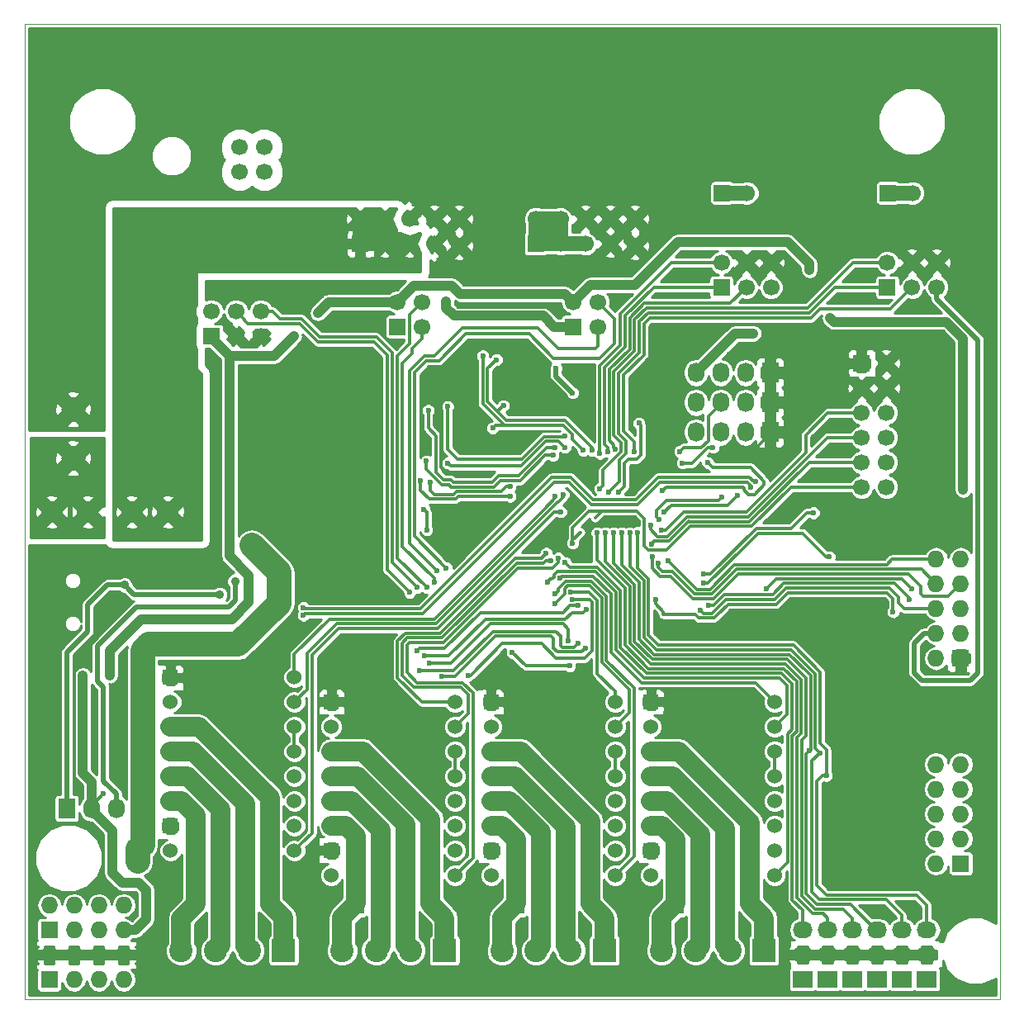
<source format=gbl>
%TF.GenerationSoftware,KiCad,Pcbnew,4.0.2-stable*%
%TF.CreationDate,2016-05-17T21:29:08+02:00*%
%TF.ProjectId,ReST,526553542E6B696361645F7063620000,Rev. A*%
%TF.FileFunction,Copper,L2,Bot,Signal*%
%FSLAX46Y46*%
G04 Gerber Fmt 4.6, Leading zero omitted, Abs format (unit mm)*
G04 Created by KiCad (PCBNEW 4.0.2-stable) date 17.05.2016 21:29:08*
%MOMM*%
G01*
G04 APERTURE LIST*
%ADD10C,0.100000*%
%ADD11C,0.010000*%
%ADD12C,0.600000*%
%ADD13R,1.700000X1.700000*%
%ADD14C,1.700000*%
%ADD15C,2.500000*%
%ADD16R,1.727200X1.727200*%
%ADD17O,1.727200X1.727200*%
%ADD18R,1.727200X2.032000*%
%ADD19O,1.727200X2.032000*%
%ADD20C,2.200000*%
%ADD21R,2.032000X1.727200*%
%ADD22O,2.032000X1.727200*%
%ADD23C,2.400000*%
%ADD24R,2.400000X2.400000*%
%ADD25R,1.524000X1.524000*%
%ADD26C,1.524000*%
%ADD27C,0.900000*%
%ADD28C,0.300000*%
%ADD29C,0.500000*%
%ADD30C,1.000000*%
%ADD31C,2.500000*%
%ADD32C,1.500000*%
%ADD33C,2.000000*%
%ADD34C,0.254000*%
G04 APERTURE END LIST*
D10*
D11*
X104450000Y-60450000D02*
X104450000Y-160450000D01*
X204450000Y-60450000D02*
X104450000Y-60450000D01*
X204450000Y-160450000D02*
X204450000Y-60450000D01*
X104450000Y-160450000D02*
X204450000Y-160450000D01*
D12*
X147750000Y-111050000D03*
X147550000Y-114400000D03*
X159900000Y-127700000D03*
X154000000Y-127800000D03*
X138100000Y-116300000D03*
X188050000Y-121300000D03*
X192150000Y-120300000D03*
X151450000Y-112750000D03*
X142050000Y-118600000D03*
X133700000Y-122250000D03*
X131750000Y-121750000D03*
X132650000Y-119250000D03*
X132750000Y-114350000D03*
X140250000Y-95300000D03*
X140750000Y-106950000D03*
X140750000Y-105760000D03*
X140750000Y-104570000D03*
X140750000Y-103380000D03*
X140750000Y-102190000D03*
X140750000Y-101000000D03*
X140750000Y-99810000D03*
X140750000Y-98620000D03*
X140750000Y-97430000D03*
X140650000Y-96250000D03*
X139410000Y-94050000D03*
X138250000Y-94050000D03*
X137090000Y-94050000D03*
X135930000Y-94050000D03*
X134770000Y-94050000D03*
X133610000Y-94050000D03*
X132450000Y-94050000D03*
X136770000Y-104310000D03*
X135610000Y-104310000D03*
X134450000Y-104310000D03*
X133290000Y-104310000D03*
X132130000Y-104310000D03*
X130970000Y-104310000D03*
X129810000Y-104310000D03*
X128650000Y-104310000D03*
X136770000Y-103120000D03*
X135610000Y-103120000D03*
X134450000Y-103120000D03*
X133290000Y-103120000D03*
X132130000Y-103120000D03*
X130970000Y-103120000D03*
X129810000Y-103120000D03*
X128650000Y-103120000D03*
X136770000Y-101930000D03*
X135610000Y-101930000D03*
X134450000Y-101930000D03*
X133290000Y-101930000D03*
X132130000Y-101930000D03*
X130970000Y-101930000D03*
X129810000Y-101930000D03*
X128650000Y-101930000D03*
X136770000Y-100740000D03*
X135610000Y-100740000D03*
X134450000Y-100740000D03*
X133290000Y-100740000D03*
X132130000Y-100740000D03*
X130970000Y-100740000D03*
X129810000Y-100740000D03*
X128650000Y-100740000D03*
X136770000Y-99550000D03*
X135610000Y-99550000D03*
X134450000Y-99550000D03*
X133290000Y-99550000D03*
X132130000Y-99550000D03*
X130970000Y-99550000D03*
X129810000Y-99550000D03*
X128650000Y-99550000D03*
X110350000Y-142350000D03*
X113850000Y-137650000D03*
X106550000Y-142250000D03*
X106550000Y-140750000D03*
X106550000Y-139250000D03*
X106550000Y-137750000D03*
X106550000Y-136350000D03*
X106550000Y-135050000D03*
X106550000Y-133550000D03*
X107750000Y-133350000D03*
X107750000Y-131950000D03*
X107750000Y-130750000D03*
X106450000Y-128750000D03*
X111650000Y-129350000D03*
X114450000Y-132750000D03*
X114450000Y-133750000D03*
X114450000Y-129850000D03*
X154100000Y-94250000D03*
X160750000Y-109150000D03*
X161250000Y-110250000D03*
X162150000Y-113550000D03*
X176150000Y-129650000D03*
X139500000Y-87500000D03*
X154100000Y-89250000D03*
X165650000Y-88650000D03*
X172450000Y-88250000D03*
X173250000Y-84050000D03*
X197650000Y-89650000D03*
X189850000Y-88650000D03*
X190050000Y-86250000D03*
X171850000Y-86250000D03*
X187850000Y-101650000D03*
X187850000Y-104050000D03*
X187250000Y-106450000D03*
X191850000Y-151450000D03*
X195250000Y-150850000D03*
X194650000Y-139050000D03*
X188050000Y-137850000D03*
X197250000Y-132450000D03*
X109950000Y-125850000D03*
X113650000Y-129350000D03*
X106050000Y-119850000D03*
X114850000Y-115050000D03*
D13*
X142680000Y-91470000D03*
D14*
X142680000Y-88930000D03*
X145220000Y-91470000D03*
X145220000Y-88930000D03*
D13*
X138870000Y-82970000D03*
D14*
X138870000Y-80430000D03*
X141410000Y-82970000D03*
X141410000Y-80430000D03*
X143950000Y-82970000D03*
X143950000Y-80430000D03*
X146490000Y-82970000D03*
X146490000Y-80430000D03*
X149030000Y-83224000D03*
X149030000Y-80430000D03*
D13*
X175910000Y-87420000D03*
D14*
X175910000Y-84880000D03*
X178450000Y-87420000D03*
X178450000Y-84880000D03*
X180990000Y-87420000D03*
X180990000Y-84880000D03*
D13*
X175980000Y-77750000D03*
D14*
X178520000Y-77750000D03*
D15*
X109450000Y-99950000D03*
X109450000Y-104950000D03*
D16*
X200450000Y-146490000D03*
D17*
X197910000Y-146490000D03*
X200450000Y-143950000D03*
X197910000Y-143950000D03*
X200450000Y-141410000D03*
X197910000Y-141410000D03*
X200450000Y-138870000D03*
X197910000Y-138870000D03*
X200450000Y-136330000D03*
X197910000Y-136330000D03*
D18*
X180904000Y-96188000D03*
D19*
X178364000Y-96188000D03*
X175824000Y-96188000D03*
X173284000Y-96188000D03*
D20*
X110950000Y-110450000D03*
X107250000Y-110450000D03*
X115450000Y-110450000D03*
X119150000Y-110450000D03*
D21*
X196954870Y-158368830D03*
D22*
X196954870Y-155828830D03*
X196954870Y-153288830D03*
D21*
X191874870Y-158368830D03*
D22*
X191874870Y-155828830D03*
X191874870Y-153288830D03*
D21*
X194414870Y-158368830D03*
D22*
X194414870Y-155828830D03*
X194414870Y-153288830D03*
D21*
X189334870Y-158368830D03*
D22*
X189334870Y-155828830D03*
X189334870Y-153288830D03*
D18*
X180904000Y-102284000D03*
D19*
X178364000Y-102284000D03*
X175824000Y-102284000D03*
X173284000Y-102284000D03*
D16*
X106990000Y-153330000D03*
D17*
X106990000Y-150790000D03*
X109530000Y-153330000D03*
X109530000Y-150790000D03*
X112070000Y-153330000D03*
X112070000Y-150790000D03*
X114610000Y-153330000D03*
X114610000Y-150790000D03*
D18*
X180904000Y-99236000D03*
D19*
X178364000Y-99236000D03*
X175824000Y-99236000D03*
X173284000Y-99236000D03*
D16*
X106990000Y-158410000D03*
D17*
X106990000Y-155870000D03*
X109530000Y-158410000D03*
X109530000Y-155870000D03*
X112070000Y-158410000D03*
X112070000Y-155870000D03*
X114610000Y-158410000D03*
X114610000Y-155870000D03*
D21*
X186794870Y-158368830D03*
D22*
X186794870Y-155828830D03*
X186794870Y-153288830D03*
D21*
X184254870Y-158368830D03*
D22*
X184254870Y-155828830D03*
X184254870Y-153288830D03*
D23*
X127525000Y-155425000D03*
D24*
X131025000Y-155425000D03*
D23*
X124025000Y-155425000D03*
X120525000Y-155425000D03*
X176775000Y-155425000D03*
D24*
X180275000Y-155425000D03*
D23*
X173275000Y-155425000D03*
X169775000Y-155425000D03*
X144025000Y-155425000D03*
D24*
X147525000Y-155425000D03*
D23*
X140525000Y-155425000D03*
X137025000Y-155425000D03*
X160400000Y-155425000D03*
D24*
X163900000Y-155425000D03*
D23*
X156900000Y-155425000D03*
X153400000Y-155425000D03*
D16*
X129600000Y-148100000D03*
D17*
X129600000Y-150640000D03*
X127060000Y-148100000D03*
X127060000Y-150640000D03*
X124520000Y-148100000D03*
X124520000Y-150640000D03*
X121980000Y-148100000D03*
X121980000Y-150640000D03*
D18*
X171200000Y-150625000D03*
D19*
X173740000Y-150625000D03*
X176280000Y-150625000D03*
X178820000Y-150625000D03*
D18*
X138450000Y-150625000D03*
D19*
X140990000Y-150625000D03*
X143530000Y-150625000D03*
X146070000Y-150625000D03*
D18*
X154825000Y-150625000D03*
D19*
X157365000Y-150625000D03*
X159905000Y-150625000D03*
X162445000Y-150625000D03*
D25*
X168675000Y-129935000D03*
D26*
X168675000Y-132475000D03*
X168675000Y-135015000D03*
X168675000Y-137555000D03*
X168675000Y-140095000D03*
X168675000Y-142635000D03*
D25*
X168675000Y-145175000D03*
D26*
X168675000Y-147715000D03*
X181375000Y-147715000D03*
X181375000Y-145175000D03*
X181375000Y-142635000D03*
X181375000Y-140095000D03*
X181375000Y-137555000D03*
X181375000Y-135015000D03*
X181375000Y-132475000D03*
X181375000Y-129935000D03*
D25*
X135925000Y-129935000D03*
D26*
X135925000Y-132475000D03*
X135925000Y-135015000D03*
X135925000Y-137555000D03*
X135925000Y-140095000D03*
X135925000Y-142635000D03*
D25*
X135925000Y-145175000D03*
D26*
X135925000Y-147715000D03*
X148625000Y-147715000D03*
X148625000Y-145175000D03*
X148625000Y-142635000D03*
X148625000Y-140095000D03*
X148625000Y-137555000D03*
X148625000Y-135015000D03*
X148625000Y-132475000D03*
X148625000Y-129935000D03*
D25*
X119425000Y-127410000D03*
D26*
X119425000Y-129950000D03*
X119425000Y-132490000D03*
X119425000Y-135030000D03*
X119425000Y-137570000D03*
X119425000Y-140110000D03*
D25*
X119425000Y-142650000D03*
D26*
X119425000Y-145190000D03*
X132125000Y-145190000D03*
X132125000Y-142650000D03*
X132125000Y-140110000D03*
X132125000Y-137570000D03*
X132125000Y-135030000D03*
X132125000Y-132490000D03*
X132125000Y-129950000D03*
X132125000Y-127410000D03*
D25*
X152300000Y-129935000D03*
D26*
X152300000Y-132475000D03*
X152300000Y-135015000D03*
X152300000Y-137555000D03*
X152300000Y-140095000D03*
X152300000Y-142635000D03*
D25*
X152300000Y-145175000D03*
D26*
X152300000Y-147715000D03*
X165000000Y-147715000D03*
X165000000Y-145175000D03*
X165000000Y-142635000D03*
X165000000Y-140095000D03*
X165000000Y-137555000D03*
X165000000Y-135015000D03*
X165000000Y-132475000D03*
X165000000Y-129935000D03*
D18*
X108781010Y-140857736D03*
D19*
X111321010Y-140857736D03*
X113861010Y-140857736D03*
D13*
X192910000Y-87420000D03*
D14*
X192910000Y-84880000D03*
X195450000Y-87420000D03*
X195450000Y-84880000D03*
X197990000Y-87420000D03*
X197990000Y-84880000D03*
D13*
X192980000Y-77750000D03*
D14*
X195520000Y-77750000D03*
D13*
X190280000Y-95200000D03*
D14*
X192820000Y-95200000D03*
X190280000Y-97740000D03*
X192820000Y-97740000D03*
X190280000Y-100280000D03*
X192820000Y-100280000D03*
X190280000Y-102820000D03*
X192820000Y-102820000D03*
X190280000Y-105360000D03*
X192820000Y-105360000D03*
X190280000Y-107900000D03*
X192820000Y-107900000D03*
D13*
X160680000Y-91470000D03*
D14*
X160680000Y-88930000D03*
X163220000Y-91470000D03*
X163220000Y-88930000D03*
D13*
X156870000Y-82970000D03*
D14*
X156870000Y-80430000D03*
X159410000Y-82970000D03*
X159410000Y-80430000D03*
X161950000Y-82970000D03*
X161950000Y-80430000D03*
X164490000Y-82970000D03*
X164490000Y-80430000D03*
X167030000Y-83224000D03*
X167030000Y-80430000D03*
D16*
X200450000Y-125450000D03*
D17*
X197910000Y-125450000D03*
X200450000Y-122910000D03*
X197910000Y-122910000D03*
X200450000Y-120370000D03*
X197910000Y-120370000D03*
X200450000Y-117830000D03*
X197910000Y-117830000D03*
X200450000Y-115290000D03*
X197910000Y-115290000D03*
D12*
X159450000Y-112850000D03*
D13*
X123610000Y-92420000D03*
D14*
X123610000Y-89880000D03*
X126148000Y-92420000D03*
X126148000Y-89880000D03*
X128688000Y-92420000D03*
X128688000Y-89880000D03*
X129032000Y-73072000D03*
X126492000Y-73072000D03*
X126492000Y-75612000D03*
X129032000Y-75612000D03*
D27*
X114700000Y-117950000D03*
X124450000Y-118950000D03*
D12*
X156000000Y-100150000D03*
X160150000Y-100050000D03*
X177550000Y-103950000D03*
X146850000Y-100250000D03*
X150450000Y-106550000D03*
X174504391Y-105400000D03*
X169850000Y-108300000D03*
X160350000Y-126250000D03*
X154450000Y-124850000D03*
X160650000Y-98250000D03*
X158950000Y-95750000D03*
D27*
X147650000Y-88886396D03*
X179200000Y-92150000D03*
D14*
X127750000Y-113850000D03*
X116050000Y-146250000D03*
D12*
X167328275Y-112548115D03*
X186675000Y-137475000D03*
X165700000Y-112600000D03*
X184950000Y-134950000D03*
X164000000Y-112600000D03*
X166550000Y-112600000D03*
X186025000Y-135150000D03*
X164850000Y-112600000D03*
X163150000Y-112600000D03*
X152450000Y-101850000D03*
X151450000Y-94450000D03*
X161750000Y-104150000D03*
X153550000Y-99550000D03*
X152850000Y-94850000D03*
X162650000Y-104150000D03*
X112550000Y-139350000D03*
D27*
X184950000Y-85650000D03*
X187050000Y-90550000D03*
X200700000Y-108200000D03*
X134550000Y-90050000D03*
X132050000Y-92450000D03*
X113200000Y-127200000D03*
X110450000Y-127200000D03*
D12*
X171650000Y-104250000D03*
X175050000Y-103850000D03*
X171900000Y-105450000D03*
X167450000Y-101350000D03*
X165350000Y-108450000D03*
X174600000Y-120000000D03*
X195150000Y-119400000D03*
X180500000Y-118300000D03*
X195400000Y-118300000D03*
X173750000Y-120550000D03*
X168800000Y-115010011D03*
X169450000Y-115750000D03*
X169150000Y-119450000D03*
X193500000Y-120700000D03*
X170450000Y-115450000D03*
X175950000Y-108950000D03*
X169550000Y-111250000D03*
X177527740Y-108727740D03*
X170050000Y-110450000D03*
X162050000Y-120450000D03*
X144700000Y-118200000D03*
X145450000Y-125200000D03*
X161250000Y-120050000D03*
X143950000Y-118700000D03*
X144700000Y-124700000D03*
X145700000Y-118200000D03*
X145950000Y-125950000D03*
X160200000Y-123700000D03*
X146450000Y-117700000D03*
X144950000Y-126700000D03*
X161200000Y-123950000D03*
X169750000Y-112350000D03*
X168650000Y-111850000D03*
X168750000Y-113750000D03*
X160650000Y-113650000D03*
X186950000Y-115050000D03*
X174050000Y-117750000D03*
X185350000Y-110550000D03*
X174050000Y-116850000D03*
X160650000Y-119419990D03*
X147700000Y-116200000D03*
X149950000Y-127200000D03*
X146700000Y-116450000D03*
X147200000Y-127330010D03*
X161950000Y-124450000D03*
X158450000Y-115450000D03*
X159189975Y-115203342D03*
X158843934Y-108843934D03*
X159700000Y-108700000D03*
X159450000Y-110450000D03*
X159389295Y-117208498D03*
X158050000Y-117650000D03*
X159876050Y-115652934D03*
X164989975Y-104003342D03*
X164250000Y-104250000D03*
X163450000Y-104450000D03*
X166950000Y-104250000D03*
X164350000Y-108450000D03*
X163450000Y-108050000D03*
X160450000Y-118650000D03*
X158829156Y-119850000D03*
X158850000Y-118850000D03*
X157950000Y-114700000D03*
X145400000Y-110200000D03*
X145700000Y-112300000D03*
D27*
X126050000Y-117550000D03*
D12*
X178867158Y-107932842D03*
X133050000Y-121050000D03*
X179432842Y-107367158D03*
X133050000Y-120250000D03*
X147850000Y-99650000D03*
X159850000Y-102650000D03*
X147850000Y-105450000D03*
X159850000Y-103850000D03*
X145060020Y-107250000D03*
X154250000Y-108850000D03*
X146050000Y-107450000D03*
X154250000Y-107850000D03*
X145650000Y-105250000D03*
X158650000Y-104650000D03*
X145850000Y-100050000D03*
X158850000Y-103850000D03*
D28*
X159200000Y-128100000D02*
X155450000Y-128100000D01*
X159250000Y-128050000D02*
X159200000Y-128100000D01*
D29*
X108781010Y-140857736D02*
X108781010Y-124868990D01*
X108781010Y-124868990D02*
X110950000Y-122700000D01*
X110950000Y-122700000D02*
X110950000Y-119950000D01*
X110950000Y-119950000D02*
X112950000Y-117950000D01*
X112950000Y-117950000D02*
X114700000Y-117950000D01*
X115700000Y-118950000D02*
X124450000Y-118950000D01*
X115149999Y-118399999D02*
X115700000Y-118950000D01*
X114700000Y-117950000D02*
X115149999Y-118399999D01*
D28*
X147850000Y-111050000D02*
X147850000Y-114300000D01*
X147850000Y-114300000D02*
X148000000Y-114450000D01*
X138350000Y-116150000D02*
X140250000Y-118050000D01*
X140250000Y-118050000D02*
X140250000Y-118750000D01*
X188450000Y-121000000D02*
X191850000Y-121000000D01*
X191850000Y-121000000D02*
X192400000Y-120450000D01*
X160150000Y-100050000D02*
X156100000Y-100050000D01*
X156100000Y-100050000D02*
X156000000Y-100150000D01*
X177550000Y-103950000D02*
X179390400Y-103950000D01*
X179390400Y-103950000D02*
X180904000Y-102436400D01*
X180904000Y-102436400D02*
X180904000Y-102284000D01*
X147150000Y-105850000D02*
X147150000Y-100550000D01*
X147150000Y-100550000D02*
X146850000Y-100250000D01*
X147850000Y-106550000D02*
X147150000Y-105850000D01*
X150450000Y-106550000D02*
X147850000Y-106550000D01*
D30*
X157650000Y-90350000D02*
X158770000Y-91470000D01*
X158770000Y-91470000D02*
X158830000Y-91470000D01*
X148477208Y-90350000D02*
X157650000Y-90350000D01*
X147650000Y-88886396D02*
X147650000Y-89522792D01*
X147650000Y-89522792D02*
X148477208Y-90350000D01*
D28*
X174504391Y-105400000D02*
X175004391Y-105900000D01*
X178200000Y-108000000D02*
X178105010Y-107905010D01*
X175004391Y-105900000D02*
X178898086Y-105900000D01*
X179300000Y-108650000D02*
X178651914Y-108650000D01*
X178898086Y-105900000D02*
X180298086Y-107300000D01*
X180298086Y-107300000D02*
X180298086Y-107651914D01*
X180298086Y-107651914D02*
X179300000Y-108650000D01*
X178651914Y-108650000D02*
X178200000Y-108198086D01*
X178200000Y-108198086D02*
X178200000Y-108000000D01*
X178105010Y-107905010D02*
X170244990Y-107905010D01*
X170244990Y-107905010D02*
X169850000Y-108300000D01*
D29*
X197910000Y-122910000D02*
X196688686Y-122910000D01*
X195700000Y-126950000D02*
X196450000Y-127700000D01*
X196688686Y-122910000D02*
X195700000Y-123898686D01*
X195700000Y-123898686D02*
X195700000Y-126950000D01*
X196450000Y-127700000D02*
X201450000Y-127700000D01*
X201450000Y-127700000D02*
X202200000Y-126950000D01*
X202200000Y-126950000D02*
X202200000Y-92832081D01*
X202200000Y-92832081D02*
X197990000Y-88622081D01*
X197990000Y-88622081D02*
X197990000Y-87420000D01*
D28*
X154450000Y-124850000D02*
X155850000Y-126250000D01*
X155850000Y-126250000D02*
X160350000Y-126250000D01*
D29*
X158950000Y-95750000D02*
X158950000Y-96550000D01*
X158950000Y-96550000D02*
X160650000Y-98250000D01*
D30*
X158830000Y-91470000D02*
X160680000Y-91470000D01*
X173284000Y-96188000D02*
X177322000Y-92150000D01*
X177322000Y-92150000D02*
X179200000Y-92150000D01*
D31*
X116550000Y-144547919D02*
X116550000Y-124650000D01*
X116050000Y-145047919D02*
X116550000Y-144547919D01*
X116550000Y-124650000D02*
X117150000Y-124050000D01*
X117150000Y-124050000D02*
X126350000Y-124050000D01*
X126350000Y-124050000D02*
X130569999Y-119830001D01*
X130569999Y-119830001D02*
X130569999Y-116669999D01*
X130569999Y-116669999D02*
X128599999Y-114699999D01*
X128599999Y-114699999D02*
X127750000Y-113850000D01*
X116050000Y-146250000D02*
X116050000Y-145047919D01*
D32*
X141410000Y-80430000D02*
X138870000Y-82970000D01*
X138870000Y-80430000D02*
X141410000Y-80430000D01*
X138870000Y-82970000D02*
X138870000Y-80430000D01*
X141410000Y-82970000D02*
X138870000Y-82970000D01*
X141410000Y-82970000D02*
X143950000Y-82970000D01*
X141410000Y-80430000D02*
X141410000Y-82970000D01*
X159410000Y-82970000D02*
X156870000Y-80430000D01*
X159410000Y-80430000D02*
X159410000Y-82970000D01*
X156870000Y-82970000D02*
X156870000Y-80430000D01*
X159410000Y-82970000D02*
X156870000Y-82970000D01*
X161950000Y-82970000D02*
X159410000Y-82970000D01*
X156870000Y-80430000D02*
X159410000Y-80430000D01*
X178520000Y-77750000D02*
X175980000Y-77750000D01*
X192980000Y-77750000D02*
X195520000Y-77750000D01*
D28*
X186675000Y-137475000D02*
X186250736Y-137475000D01*
X195929960Y-149729960D02*
X196954870Y-150754870D01*
X186250736Y-137475000D02*
X185680010Y-138045726D01*
X185680010Y-138045726D02*
X185680010Y-148751174D01*
X185680010Y-148751174D02*
X186658796Y-149729960D01*
X186658796Y-149729960D02*
X195929960Y-149729960D01*
X196954870Y-150754870D02*
X196954870Y-153288830D01*
X183267600Y-124109928D02*
X186010066Y-126852396D01*
X167328275Y-116182243D02*
X168440121Y-117294089D01*
X167328275Y-112548115D02*
X167328275Y-116182243D01*
X168440121Y-117294089D02*
X168440121Y-123117105D01*
X169432942Y-124109926D02*
X183267600Y-124109928D01*
X168440121Y-123117105D02*
X169432942Y-124109926D01*
X186010066Y-126852396D02*
X186010065Y-133962951D01*
X186010065Y-133962951D02*
X186010065Y-134077663D01*
X186010065Y-134202663D02*
X186675000Y-134867598D01*
X186675000Y-134867598D02*
X186675000Y-137475000D01*
X186010065Y-133962951D02*
X186010065Y-134202663D01*
X185050047Y-133565297D02*
X185050047Y-134849953D01*
X165700000Y-112600000D02*
X165700000Y-115911640D01*
X165700000Y-115911640D02*
X167480101Y-117691741D01*
X167480101Y-117691741D02*
X167480101Y-123514757D01*
X167480101Y-123514757D02*
X169035288Y-125069944D01*
X182864125Y-125069945D02*
X184622088Y-126827910D01*
X169035288Y-125069944D02*
X182864125Y-125069945D01*
X184622088Y-126827910D02*
X184627910Y-126827910D01*
X185050000Y-127255821D02*
X185050048Y-127255872D01*
X185050000Y-127250000D02*
X185050000Y-127255821D01*
X184627910Y-126827910D02*
X185050000Y-127250000D01*
X185050048Y-127255872D02*
X185050047Y-133565297D01*
X185050047Y-134849953D02*
X184950000Y-134950000D01*
X185689980Y-150689980D02*
X189123620Y-150689980D01*
X189123620Y-150689980D02*
X191722470Y-153288830D01*
X184620040Y-149620040D02*
X185689980Y-150689980D01*
X184620040Y-135279960D02*
X184620040Y-149620040D01*
X184950000Y-134950000D02*
X184620040Y-135279960D01*
X191722470Y-153288830D02*
X191874870Y-153288830D01*
X166520081Y-118089393D02*
X166520081Y-123912409D01*
X166520081Y-123912409D02*
X168637634Y-126029962D01*
X182466471Y-126029963D02*
X184090030Y-127653522D01*
X184090030Y-127653522D02*
X184090029Y-133167643D01*
X184090029Y-133167643D02*
X183660020Y-133597652D01*
X164000000Y-115569312D02*
X166520081Y-118089393D01*
X183660020Y-150017692D02*
X185292328Y-151650000D01*
X185292328Y-151650000D02*
X186319640Y-151650000D01*
X183660020Y-133597652D02*
X183660020Y-150017692D01*
X186794870Y-152125230D02*
X186794870Y-153288830D01*
X168637634Y-126029962D02*
X182466471Y-126029963D01*
X186319640Y-151650000D02*
X186794870Y-152125230D01*
X164000000Y-112600000D02*
X164000000Y-115569312D01*
X186025000Y-135150000D02*
X185200000Y-135975000D01*
X185200000Y-135975000D02*
X185200000Y-149450000D01*
X185200000Y-149450000D02*
X185959970Y-150209970D01*
X185959970Y-150209970D02*
X192809970Y-150209970D01*
X192809970Y-150209970D02*
X194414870Y-151814870D01*
X194414870Y-151814870D02*
X194414870Y-153288830D01*
X166550000Y-112600000D02*
X166550000Y-116082804D01*
X183068773Y-124589937D02*
X185530057Y-127051221D01*
X169234115Y-124589935D02*
X183068773Y-124589937D01*
X167960111Y-123315931D02*
X169234115Y-124589935D01*
X185530056Y-134655056D02*
X186025000Y-135150000D01*
X166550000Y-116082804D02*
X167960111Y-117492915D01*
X185530057Y-127051221D02*
X185530056Y-134655056D01*
X167960111Y-117492915D02*
X167960111Y-123315931D01*
X164850000Y-112600000D02*
X164850000Y-115740476D01*
X188379630Y-151169990D02*
X189334870Y-152125230D01*
X184140030Y-133796478D02*
X184140031Y-149818867D01*
X189334870Y-152125230D02*
X189334870Y-153288830D01*
X184570038Y-133366470D02*
X184140030Y-133796478D01*
X184140031Y-149818867D02*
X185491154Y-151169990D01*
X184570039Y-127454697D02*
X184570038Y-133366470D01*
X182665298Y-125549954D02*
X184570039Y-127454697D01*
X167000091Y-123713583D02*
X168836461Y-125549953D01*
X185491154Y-151169990D02*
X188379630Y-151169990D01*
X164850000Y-115740476D02*
X167000091Y-117890567D01*
X168836461Y-125549953D02*
X182665298Y-125549954D01*
X167000091Y-117890567D02*
X167000091Y-123713583D01*
X163150000Y-112600000D02*
X163150000Y-115398148D01*
X182267644Y-126509972D02*
X183610020Y-127852348D01*
X163150000Y-115398148D02*
X166040071Y-118288219D01*
X166040071Y-118288219D02*
X166040071Y-124111235D01*
X166040071Y-124111235D02*
X168438807Y-126509971D01*
X168438807Y-126509971D02*
X182267644Y-126509972D01*
X183610020Y-127852348D02*
X183610020Y-132968816D01*
X183610020Y-132968816D02*
X183180010Y-133398826D01*
X183180010Y-133398826D02*
X183180011Y-150216519D01*
X183180011Y-150216519D02*
X184254870Y-151291378D01*
X184254870Y-151291378D02*
X184254870Y-152200000D01*
X184254870Y-152200000D02*
X184254870Y-153288830D01*
X152450000Y-101850000D02*
X152750000Y-101550000D01*
X152750000Y-101550000D02*
X153650000Y-101550000D01*
X153650000Y-101550000D02*
X151450000Y-99350000D01*
X151450000Y-99350000D02*
X151450000Y-94450000D01*
X159682402Y-101550000D02*
X153650000Y-101550000D01*
X160650000Y-103050000D02*
X160650000Y-102517598D01*
X160650000Y-102517598D02*
X159682402Y-101550000D01*
X161750000Y-104150000D02*
X160650000Y-103050000D01*
X153869990Y-101069990D02*
X152950000Y-100150000D01*
X152950000Y-100150000D02*
X151930010Y-99130010D01*
X153550000Y-99550000D02*
X152950000Y-100150000D01*
X151930010Y-99130010D02*
X151930010Y-95769990D01*
X151930010Y-95769990D02*
X152850000Y-94850000D01*
X159881228Y-101069990D02*
X153869990Y-101069990D01*
X162650000Y-104150000D02*
X162650000Y-103838762D01*
X162650000Y-103838762D02*
X159881228Y-101069990D01*
D30*
X114610000Y-153330000D02*
X115831314Y-153330000D01*
X115831314Y-153330000D02*
X115950000Y-153211314D01*
X115950000Y-153211314D02*
X115950000Y-153200000D01*
X111321010Y-141010136D02*
X111321010Y-140857736D01*
X115950000Y-153200000D02*
X116950000Y-152200000D01*
X116950000Y-149200000D02*
X116200000Y-148450000D01*
X116950000Y-152200000D02*
X116950000Y-149200000D01*
X116200000Y-148450000D02*
X114450000Y-148450000D01*
X113450000Y-143139126D02*
X111321010Y-141010136D01*
X114450000Y-148450000D02*
X113450000Y-147450000D01*
X113450000Y-147450000D02*
X113450000Y-143139126D01*
D28*
X112550000Y-139350000D02*
X111321010Y-140578990D01*
X111321010Y-140578990D02*
X111321010Y-140857736D01*
D30*
X187450000Y-90950000D02*
X187050000Y-90550000D01*
X200700000Y-108200000D02*
X200700000Y-92647313D01*
X200700000Y-92647313D02*
X199002687Y-90950000D01*
X199002687Y-90950000D02*
X187450000Y-90950000D01*
X167050000Y-87150000D02*
X162460000Y-87150000D01*
X162460000Y-87150000D02*
X160680000Y-88930000D01*
X171450000Y-82750000D02*
X167050000Y-87150000D01*
X182686396Y-82750000D02*
X171450000Y-82750000D01*
X184950000Y-85650000D02*
X184950000Y-85013604D01*
X184950000Y-85013604D02*
X182686396Y-82750000D01*
X148250000Y-87250000D02*
X144360000Y-87250000D01*
X144360000Y-87250000D02*
X142680000Y-88930000D01*
X149080001Y-88080001D02*
X148250000Y-87250000D01*
X160680000Y-88930000D02*
X159830001Y-88080001D01*
X159830001Y-88080001D02*
X149080001Y-88080001D01*
X134550000Y-90050000D02*
X135670000Y-88930000D01*
X135670000Y-88930000D02*
X142680000Y-88930000D01*
X125450000Y-94450000D02*
X130050000Y-94450000D01*
X130050000Y-94450000D02*
X132050000Y-92450000D01*
X123610000Y-92420000D02*
X123610000Y-92610000D01*
X125700000Y-121450000D02*
X116450000Y-121450000D01*
X123610000Y-92610000D02*
X125450000Y-94450000D01*
X125450000Y-94450000D02*
X125450000Y-114950000D01*
X125450000Y-114950000D02*
X127450000Y-116950000D01*
X127450000Y-116950000D02*
X127450000Y-119700000D01*
X127450000Y-119700000D02*
X125700000Y-121450000D01*
X116450000Y-121450000D02*
X113200000Y-124700000D01*
X113200000Y-124700000D02*
X113200000Y-127200000D01*
X111321010Y-140857736D02*
X111321010Y-138116968D01*
X111321010Y-138116968D02*
X110450000Y-137245958D01*
X110450000Y-137245958D02*
X110450000Y-127200000D01*
D28*
X171650000Y-104250000D02*
X172050000Y-103850000D01*
X172050000Y-103850000D02*
X173850000Y-103850000D01*
X173850000Y-103850000D02*
X174550000Y-103150000D01*
X174550000Y-103150000D02*
X174550000Y-100662400D01*
X174550000Y-100662400D02*
X175824000Y-99388400D01*
X175824000Y-99388400D02*
X175824000Y-99236000D01*
X171900000Y-105450000D02*
X172928836Y-105450000D01*
X172928836Y-105450000D02*
X174528836Y-103850000D01*
X174528836Y-103850000D02*
X175050000Y-103850000D01*
X167650000Y-104650000D02*
X167650000Y-101550000D01*
X167650000Y-101550000D02*
X167450000Y-101350000D01*
X167250000Y-105050000D02*
X167650000Y-104650000D01*
X166350000Y-105050000D02*
X167250000Y-105050000D01*
X165930010Y-105469990D02*
X166350000Y-105050000D01*
X165930010Y-107568816D02*
X165930010Y-105469990D01*
X165350000Y-108450000D02*
X165930010Y-107869990D01*
X165930010Y-107869990D02*
X165930010Y-107568816D01*
X181150000Y-118950000D02*
X176186508Y-118950000D01*
X176186508Y-118950000D02*
X175136508Y-120000000D01*
X175136508Y-120000000D02*
X175024264Y-120000000D01*
X175024264Y-120000000D02*
X174600000Y-120000000D01*
X182329960Y-117770040D02*
X181150000Y-118950000D01*
X193620040Y-117770040D02*
X182329960Y-117770040D01*
X193620040Y-117770040D02*
X195150000Y-119300000D01*
X195150000Y-119300000D02*
X195150000Y-119400000D01*
X181509970Y-117290030D02*
X194390030Y-117290030D01*
X180500000Y-118300000D02*
X181509970Y-117290030D01*
X194390030Y-117290030D02*
X195400000Y-118300000D01*
X197910000Y-120370000D02*
X194620000Y-120370000D01*
X194620000Y-120370000D02*
X194050000Y-119800000D01*
X194050000Y-119800000D02*
X194050000Y-119200000D01*
X194050000Y-119200000D02*
X193100050Y-118250050D01*
X193100050Y-118250050D02*
X182528786Y-118250050D01*
X175250000Y-120550000D02*
X174950001Y-120849999D01*
X182528786Y-118250050D02*
X181348826Y-119430010D01*
X176385334Y-119430010D02*
X175265344Y-120550000D01*
X181348826Y-119430010D02*
X176385334Y-119430010D01*
X175265344Y-120550000D02*
X175250000Y-120550000D01*
X174950001Y-120849999D02*
X174049999Y-120849999D01*
X174049999Y-120849999D02*
X173750000Y-120550000D01*
X168800000Y-115010011D02*
X168800000Y-115434275D01*
X168800000Y-115434275D02*
X168819999Y-115454274D01*
X169626909Y-117030009D02*
X170672337Y-117030009D01*
X196350000Y-118850000D02*
X196600000Y-119100000D01*
X168819999Y-115454274D02*
X168819999Y-116223099D01*
X168819999Y-116223099D02*
X169626909Y-117030009D01*
X175117653Y-119340019D02*
X177647652Y-116810020D01*
X170672337Y-117030009D02*
X172982350Y-119340020D01*
X195110020Y-116810020D02*
X196350000Y-118050000D01*
X172982350Y-119340020D02*
X175117653Y-119340019D01*
X177647652Y-116810020D02*
X195110020Y-116810020D01*
X196350000Y-118050000D02*
X196350000Y-118850000D01*
X196600000Y-119100000D02*
X199180000Y-119100000D01*
X199180000Y-119100000D02*
X200450000Y-117830000D01*
X177448826Y-116330010D02*
X196410010Y-116330010D01*
X196410010Y-116330010D02*
X197910000Y-117830000D01*
X174918826Y-118860010D02*
X177448826Y-116330010D01*
X170871164Y-116550000D02*
X173181175Y-118860011D01*
X173181175Y-118860011D02*
X174918826Y-118860010D01*
X169450000Y-115750000D02*
X169450000Y-116174264D01*
X169450000Y-116174264D02*
X169825736Y-116550000D01*
X169825736Y-116550000D02*
X170871164Y-116550000D01*
X169150000Y-119450000D02*
X169150000Y-119874264D01*
X169950000Y-120674264D02*
X169950000Y-120950000D01*
X169150000Y-119874264D02*
X169950000Y-120674264D01*
X193500000Y-120700000D02*
X193500000Y-119350000D01*
X193500000Y-119350000D02*
X192880060Y-118730060D01*
X192880060Y-118730060D02*
X182727612Y-118730060D01*
X173597607Y-121330009D02*
X173217598Y-120950000D01*
X182727612Y-118730060D02*
X181547653Y-119910019D01*
X181547653Y-119910019D02*
X176584160Y-119910020D01*
X176584160Y-119910020D02*
X175522090Y-120972090D01*
X175522090Y-120972090D02*
X175148827Y-121330009D01*
X175148827Y-121330009D02*
X173597607Y-121330009D01*
X173217598Y-120950000D02*
X169950000Y-120950000D01*
X192850000Y-115850000D02*
X193410000Y-115290000D01*
X193410000Y-115290000D02*
X197910000Y-115290000D01*
X177250000Y-115850000D02*
X192850000Y-115850000D01*
X174719999Y-118380001D02*
X177250000Y-115850000D01*
X170450000Y-115450000D02*
X173380001Y-118380001D01*
X173380001Y-118380001D02*
X174719999Y-118380001D01*
X170297608Y-109269990D02*
X175630010Y-109269990D01*
X175630010Y-109269990D02*
X175950000Y-108950000D01*
X169550000Y-111250000D02*
X169250001Y-110950001D01*
X169250001Y-110950001D02*
X169250001Y-110317597D01*
X169250001Y-110317597D02*
X170297608Y-109269990D01*
X176150000Y-109750000D02*
X176350000Y-109750000D01*
X170750000Y-109750000D02*
X176150000Y-109750000D01*
X176505480Y-109750000D02*
X177527740Y-108727740D01*
X176150000Y-109750000D02*
X176505480Y-109750000D01*
X170050000Y-110450000D02*
X170750000Y-109750000D01*
X142150000Y-115650000D02*
X144700000Y-118200000D01*
X128688000Y-89880000D02*
X129890081Y-89880000D01*
X129890081Y-89880000D02*
X130680071Y-90669990D01*
X130680071Y-90669990D02*
X132848827Y-90669991D01*
X132848827Y-90669991D02*
X134698826Y-92519990D01*
X134698826Y-92519990D02*
X140519991Y-92519991D01*
X140519991Y-92519991D02*
X142150000Y-94150000D01*
X142150000Y-94150000D02*
X142150000Y-99450000D01*
X142150000Y-99450000D02*
X142150000Y-115650000D01*
X162050000Y-120450000D02*
X161747599Y-120752401D01*
X161747599Y-120752401D02*
X160580001Y-120752401D01*
X151700000Y-121450000D02*
X147950000Y-125200000D01*
X147950000Y-125200000D02*
X145450000Y-125200000D01*
X159882402Y-121450000D02*
X151700000Y-121450000D01*
X160580001Y-120752401D02*
X159882402Y-121450000D01*
X141669990Y-94348826D02*
X141669990Y-116419990D01*
X141850000Y-116600000D02*
X143950000Y-118700000D01*
X126148000Y-89880000D02*
X126997999Y-90729999D01*
X126997999Y-90729999D02*
X126997999Y-90797999D01*
X126997999Y-90797999D02*
X127350000Y-91150000D01*
X141669990Y-116419990D02*
X141850000Y-116600000D01*
X127350000Y-91150000D02*
X132650000Y-91150000D01*
X132650000Y-91150000D02*
X134500000Y-93000000D01*
X134500000Y-93000000D02*
X140321164Y-93000000D01*
X140321164Y-93000000D02*
X141669990Y-94348826D01*
X161250000Y-120050000D02*
X160350000Y-120050000D01*
X160350000Y-120050000D02*
X159650001Y-120749999D01*
X159650001Y-120749999D02*
X151223017Y-120749999D01*
X151223017Y-120749999D02*
X147523016Y-124450000D01*
X147523016Y-124450000D02*
X144950000Y-124450000D01*
X144950000Y-124450000D02*
X144700000Y-124700000D01*
X145220000Y-88930000D02*
X143950000Y-90200000D01*
X142700000Y-94450000D02*
X142700000Y-115200000D01*
X143950000Y-90200000D02*
X143950000Y-93200000D01*
X143950000Y-93200000D02*
X142700000Y-94450000D01*
X142700000Y-115200000D02*
X145700000Y-118200000D01*
X152219990Y-121930010D02*
X148200000Y-125950000D01*
X148200000Y-125950000D02*
X145950000Y-125950000D01*
X159680010Y-121930010D02*
X152219990Y-121930010D01*
X160200000Y-123275736D02*
X160200000Y-122450000D01*
X160200000Y-122450000D02*
X159680010Y-121930010D01*
X160200000Y-123700000D02*
X160200000Y-123275736D01*
X145220000Y-91470000D02*
X145220000Y-92672081D01*
X145220000Y-92672081D02*
X144200000Y-93692081D01*
X144200000Y-93692081D02*
X144200000Y-94200000D01*
X143200000Y-114025736D02*
X143200000Y-95200000D01*
X143200000Y-95200000D02*
X144200000Y-94200000D01*
X146450000Y-117700000D02*
X146450000Y-117275736D01*
X146450000Y-117275736D02*
X143200000Y-114025736D01*
X152450000Y-122700000D02*
X148450000Y-126700000D01*
X148450000Y-126700000D02*
X144950000Y-126700000D01*
X158950000Y-122700000D02*
X152450000Y-122700000D01*
X159450000Y-123200000D02*
X158950000Y-122700000D01*
X159450000Y-124200000D02*
X159450000Y-123200000D01*
X159580001Y-124330001D02*
X159450000Y-124200000D01*
X161200000Y-123950000D02*
X160819999Y-124330001D01*
X160819999Y-124330001D02*
X159580001Y-124330001D01*
X184550000Y-102550000D02*
X186820000Y-100280000D01*
X186820000Y-100280000D02*
X190280000Y-100280000D01*
X184550000Y-104350000D02*
X184550000Y-102550000D01*
X178450000Y-110450000D02*
X184550000Y-104350000D01*
X172074264Y-110450000D02*
X178450000Y-110450000D01*
X169750000Y-112350000D02*
X170174264Y-112350000D01*
X170174264Y-112350000D02*
X172074264Y-110450000D01*
X185171164Y-104428836D02*
X186780000Y-102820000D01*
X186780000Y-102820000D02*
X190280000Y-102820000D01*
X185150000Y-104428836D02*
X185171164Y-104428836D01*
X178648827Y-110930009D02*
X185150000Y-104428836D01*
X172369990Y-110930010D02*
X178648827Y-110930009D01*
X170319999Y-112980001D02*
X172369990Y-110930010D01*
X168650000Y-111850000D02*
X168650000Y-112274264D01*
X168650000Y-112274264D02*
X169355737Y-112980001D01*
X169355737Y-112980001D02*
X170319999Y-112980001D01*
X168750000Y-113750000D02*
X169039989Y-113460011D01*
X169039989Y-113460011D02*
X170518826Y-113460010D01*
X170518826Y-113460010D02*
X172568818Y-111410018D01*
X172568818Y-111410018D02*
X172608800Y-111450000D01*
X172608800Y-111450000D02*
X178750000Y-111450000D01*
X178750000Y-111450000D02*
X178789982Y-111410018D01*
X178789982Y-111410018D02*
X178847654Y-111410018D01*
X178847654Y-111410018D02*
X184897672Y-105360000D01*
X184897672Y-105360000D02*
X190280000Y-105360000D01*
X162959286Y-111040714D02*
X163650000Y-110350000D01*
X161450000Y-112550000D02*
X160650000Y-113350000D01*
X161450000Y-112550000D02*
X161400000Y-112600000D01*
X162350000Y-110350000D02*
X160650000Y-112050000D01*
X160650000Y-112050000D02*
X160650000Y-113350000D01*
X163650000Y-110350000D02*
X162350000Y-110350000D01*
X160650000Y-113350000D02*
X160650000Y-113650000D01*
X163650000Y-110350000D02*
X167250000Y-110350000D01*
X170277671Y-114380001D02*
X172727662Y-111930010D01*
X167250000Y-110350000D02*
X168019999Y-111119999D01*
X168019999Y-111119999D02*
X168019999Y-113952401D01*
X168019999Y-113952401D02*
X168447599Y-114380001D01*
X168447599Y-114380001D02*
X170277671Y-114380001D01*
X172727662Y-111930010D02*
X179006498Y-111930010D01*
X179006498Y-111930010D02*
X183036508Y-107900000D01*
X183036508Y-107900000D02*
X190280000Y-107900000D01*
X184230010Y-112630010D02*
X186650000Y-115050000D01*
X186650000Y-115050000D02*
X186950000Y-115050000D01*
X179664170Y-112630010D02*
X184230010Y-112630010D01*
X179497090Y-112797090D02*
X179664170Y-112630010D01*
X178144180Y-114150000D02*
X179497090Y-112797090D01*
X174050000Y-117750000D02*
X174544180Y-117750000D01*
X174544180Y-117750000D02*
X178144180Y-114150000D01*
X183050000Y-112150000D02*
X184650000Y-110550000D01*
X184650000Y-110550000D02*
X185350000Y-110550000D01*
X179465344Y-112150000D02*
X183050000Y-112150000D01*
X174050000Y-116850000D02*
X174765344Y-116850000D01*
X174765344Y-116850000D02*
X179465344Y-112150000D01*
X149950000Y-127200000D02*
X150200000Y-127200000D01*
X153450000Y-123950000D02*
X157450000Y-123950000D01*
X150200000Y-127200000D02*
X153450000Y-123950000D01*
X157450000Y-123950000D02*
X158950000Y-125450000D01*
X162419999Y-119419999D02*
X160650009Y-119419999D01*
X160650009Y-119419999D02*
X160650000Y-119419990D01*
X158950000Y-125450000D02*
X161882402Y-125450000D01*
X161882402Y-125450000D02*
X162650000Y-124682402D01*
X162680001Y-119680001D02*
X162419999Y-119419999D01*
X162650000Y-124682402D02*
X162650000Y-121050000D01*
X162650000Y-121050000D02*
X162680001Y-121019999D01*
X162680001Y-121019999D02*
X162680001Y-119680001D01*
X164950000Y-93200000D02*
X164950000Y-90660000D01*
X164950000Y-90660000D02*
X163220000Y-88930000D01*
X163450000Y-94700000D02*
X164950000Y-93200000D01*
X158700000Y-94700000D02*
X163450000Y-94700000D01*
X156200000Y-92200000D02*
X158700000Y-94700000D01*
X149700000Y-92200000D02*
X156200000Y-92200000D01*
X146969990Y-94930010D02*
X149700000Y-92200000D01*
X144450000Y-96128836D02*
X145648826Y-94930010D01*
X145648826Y-94930010D02*
X146969990Y-94930010D01*
X144430010Y-97719990D02*
X144450000Y-97700000D01*
X144450000Y-97700000D02*
X144450000Y-96128836D01*
X147700000Y-116200000D02*
X144430010Y-112930010D01*
X144430010Y-112930010D02*
X144430010Y-97719990D01*
X146450000Y-94450000D02*
X149350000Y-91550000D01*
X157050000Y-91550000D02*
X159200000Y-93700000D01*
X149350000Y-91550000D02*
X157050000Y-91550000D01*
X162950000Y-93700000D02*
X163220000Y-93430000D01*
X163220000Y-93430000D02*
X163220000Y-91470000D01*
X159200000Y-93700000D02*
X162950000Y-93700000D01*
X145450000Y-94450000D02*
X146450000Y-94450000D01*
X143950000Y-95950000D02*
X145450000Y-94450000D01*
X143950000Y-113700000D02*
X143950000Y-95950000D01*
X146700000Y-116450000D02*
X143950000Y-113700000D01*
X152719990Y-123180010D02*
X148569990Y-127330010D01*
X148569990Y-127330010D02*
X147200000Y-127330010D01*
X158430010Y-123180010D02*
X152719990Y-123180010D01*
X158700000Y-124450000D02*
X158700000Y-123450000D01*
X158700000Y-123450000D02*
X158430010Y-123180010D01*
X159060011Y-124810011D02*
X158700000Y-124450000D01*
X161950000Y-124450000D02*
X161589989Y-124810011D01*
X161589989Y-124810011D02*
X159060011Y-124810011D01*
D33*
X121980000Y-150640000D02*
X121980000Y-148100000D01*
X120525000Y-155425000D02*
X120525000Y-152095000D01*
X120525000Y-152095000D02*
X121980000Y-150640000D01*
X121980000Y-148100000D02*
X121980000Y-141520998D01*
X121980000Y-141520998D02*
X120569002Y-140110000D01*
X120569002Y-140110000D02*
X119425000Y-140110000D01*
X129600000Y-148100000D02*
X129600000Y-139777434D01*
X129600000Y-139777434D02*
X122312566Y-132490000D01*
X122312566Y-132490000D02*
X120502630Y-132490000D01*
X120502630Y-132490000D02*
X119425000Y-132490000D01*
X129600000Y-150640000D02*
X129600000Y-148100000D01*
X131025000Y-155425000D02*
X131025000Y-152065000D01*
X131025000Y-152065000D02*
X129600000Y-150640000D01*
X121741283Y-135030000D02*
X120502630Y-135030000D01*
X120502630Y-135030000D02*
X119425000Y-135030000D01*
X127060000Y-140348717D02*
X121741283Y-135030000D01*
X127060000Y-148100000D02*
X127060000Y-140348717D01*
X127060000Y-150640000D02*
X127060000Y-148100000D01*
X127525000Y-155425000D02*
X127060000Y-154960000D01*
X127060000Y-154960000D02*
X127060000Y-150640000D01*
X124520000Y-140920000D02*
X121170000Y-137570000D01*
X124520000Y-148100000D02*
X124520000Y-140920000D01*
X121170000Y-137570000D02*
X120502630Y-137570000D01*
X120502630Y-137570000D02*
X119425000Y-137570000D01*
X124520000Y-150640000D02*
X124520000Y-148100000D01*
X124520000Y-150640000D02*
X124520000Y-154930000D01*
X124520000Y-154930000D02*
X124025000Y-155425000D01*
X169775000Y-155425000D02*
X169775000Y-152050000D01*
X169775000Y-152050000D02*
X171200000Y-150625000D01*
X171200000Y-150625000D02*
X171200000Y-144015998D01*
X171200000Y-144015998D02*
X169819002Y-142635000D01*
X169819002Y-142635000D02*
X168635000Y-142635000D01*
X178820000Y-142302149D02*
X171532851Y-135015000D01*
X178820000Y-150625000D02*
X178820000Y-142302149D01*
X171532851Y-135015000D02*
X169752630Y-135015000D01*
X169752630Y-135015000D02*
X168675000Y-135015000D01*
X180275000Y-155425000D02*
X180275000Y-152080000D01*
X180275000Y-152080000D02*
X178820000Y-150625000D01*
X176280000Y-142873432D02*
X170961568Y-137555000D01*
X176280000Y-150625000D02*
X176280000Y-142873432D01*
X170961568Y-137555000D02*
X169752630Y-137555000D01*
X169752630Y-137555000D02*
X168675000Y-137555000D01*
X176775000Y-155425000D02*
X176280000Y-154930000D01*
X176280000Y-154930000D02*
X176280000Y-150625000D01*
X173740000Y-150625000D02*
X173740000Y-143444715D01*
X173740000Y-143444715D02*
X170390285Y-140095000D01*
X170390285Y-140095000D02*
X169752630Y-140095000D01*
X169752630Y-140095000D02*
X168675000Y-140095000D01*
X173275000Y-155425000D02*
X173740000Y-154960000D01*
X173740000Y-154960000D02*
X173740000Y-150625000D01*
X137025000Y-155425000D02*
X137025000Y-152050000D01*
X137025000Y-152050000D02*
X138450000Y-150625000D01*
X138450000Y-150625000D02*
X138450000Y-143640240D01*
X138450000Y-143640240D02*
X137444760Y-142635000D01*
X137444760Y-142635000D02*
X137002630Y-142635000D01*
X137002630Y-142635000D02*
X135925000Y-142635000D01*
X139158609Y-135015000D02*
X137002630Y-135015000D01*
X137002630Y-135015000D02*
X135925000Y-135015000D01*
X146070000Y-141926391D02*
X139158609Y-135015000D01*
X146070000Y-150625000D02*
X146070000Y-141926391D01*
X147525000Y-155425000D02*
X147525000Y-152080000D01*
X147525000Y-152080000D02*
X146070000Y-150625000D01*
X138587326Y-137555000D02*
X137002630Y-137555000D01*
X137002630Y-137555000D02*
X135925000Y-137555000D01*
X143530000Y-142497674D02*
X138587326Y-137555000D01*
X143530000Y-150625000D02*
X143530000Y-142497674D01*
X144025000Y-155425000D02*
X143530000Y-154930000D01*
X143530000Y-154930000D02*
X143530000Y-150625000D01*
X140990000Y-150625000D02*
X140990000Y-143068957D01*
X140990000Y-143068957D02*
X138016043Y-140095000D01*
X138016043Y-140095000D02*
X137002630Y-140095000D01*
X137002630Y-140095000D02*
X135925000Y-140095000D01*
X140525000Y-155425000D02*
X140990000Y-154960000D01*
X140990000Y-154960000D02*
X140990000Y-150625000D01*
D28*
X158450000Y-115450000D02*
X157878836Y-115450000D01*
X157878836Y-115450000D02*
X157648826Y-115680010D01*
X147245304Y-123370040D02*
X143708796Y-123370040D01*
X149950000Y-131150000D02*
X148625000Y-132475000D01*
X157648826Y-115680010D02*
X154935334Y-115680010D01*
X143180010Y-123898826D02*
X143180010Y-127251174D01*
X154935334Y-115680010D02*
X147245304Y-123370040D01*
X143708796Y-123370040D02*
X143180010Y-123898826D01*
X143180010Y-127251174D02*
X144378836Y-128450000D01*
X144378836Y-128450000D02*
X149200000Y-128450000D01*
X149200000Y-128450000D02*
X149950000Y-129200000D01*
X149950000Y-129200000D02*
X149950000Y-131150000D01*
X159189975Y-115203342D02*
X159189975Y-115642427D01*
X159189975Y-115642427D02*
X158602399Y-116230003D01*
X158602399Y-116230003D02*
X155064177Y-116230003D01*
X147444130Y-123850050D02*
X143907622Y-123850050D01*
X143907622Y-123850050D02*
X143660020Y-124097652D01*
X155064177Y-116230003D02*
X147444130Y-123850050D01*
X143660020Y-124097652D02*
X143660020Y-126910020D01*
X144719990Y-127969990D02*
X149398826Y-127969990D01*
X143660020Y-126910020D02*
X144719990Y-127969990D01*
X149398826Y-127969990D02*
X150430009Y-129001173D01*
X150430009Y-129001173D02*
X150430010Y-145909990D01*
X150430010Y-145909990D02*
X148625000Y-147715000D01*
X157700000Y-110200000D02*
X158843934Y-109056066D01*
X158843934Y-109056066D02*
X158843934Y-108843934D01*
X146450000Y-121450000D02*
X157700000Y-110200000D01*
X146450000Y-121450000D02*
X135700000Y-121450000D01*
X135700000Y-121450000D02*
X132125000Y-125025000D01*
X132125000Y-125025000D02*
X132125000Y-127410000D01*
X159104901Y-109473935D02*
X159146335Y-109473935D01*
X159146335Y-109473935D02*
X159700000Y-108920270D01*
X159700000Y-108920270D02*
X159700000Y-108700000D01*
X136469990Y-121930010D02*
X133450000Y-124950000D01*
X159104901Y-109473935D02*
X146648826Y-121930010D01*
X146648826Y-121930010D02*
X136469990Y-121930010D01*
X133450000Y-124950000D02*
X133450000Y-128625000D01*
X133450000Y-128625000D02*
X132125000Y-129950000D01*
X158772770Y-110484902D02*
X159415098Y-110484902D01*
X159415098Y-110484902D02*
X159450000Y-110450000D01*
X146847653Y-122410019D02*
X158772770Y-110484902D01*
X136668816Y-122410020D02*
X146847653Y-122410019D01*
X133930010Y-125148826D02*
X133930010Y-143384990D01*
X136668816Y-122410020D02*
X133930010Y-125148826D01*
X133930010Y-143384990D02*
X132886999Y-144428001D01*
X132886999Y-144428001D02*
X132125000Y-145190000D01*
X159389295Y-117208498D02*
X159537817Y-117059977D01*
X159537817Y-117059977D02*
X162775321Y-117059977D01*
X162775321Y-117059977D02*
X164600041Y-118884697D01*
X164600041Y-118884697D02*
X164600041Y-124850041D01*
X179390000Y-127950000D02*
X181375000Y-129935000D01*
X164600041Y-124850041D02*
X167700000Y-127950000D01*
X167700000Y-127950000D02*
X179390000Y-127950000D01*
X181869990Y-127469990D02*
X182650000Y-128250000D01*
X167969990Y-127469990D02*
X181869990Y-127469990D01*
X165080051Y-124580051D02*
X167969990Y-127469990D01*
X182650000Y-131200000D02*
X181375000Y-132475000D01*
X182650000Y-128250000D02*
X182650000Y-131200000D01*
X158526629Y-117350001D02*
X158759294Y-117117336D01*
X158349999Y-117350001D02*
X158526629Y-117350001D01*
X158759294Y-117117336D02*
X158759294Y-116906097D01*
X158759294Y-116906097D02*
X159086894Y-116578497D01*
X158050000Y-117650000D02*
X158349999Y-117350001D01*
X159086894Y-116578497D02*
X159691696Y-116578497D01*
X159691696Y-116578497D02*
X159693166Y-116579967D01*
X159693166Y-116579967D02*
X162974148Y-116579968D01*
X162974148Y-116579968D02*
X165080051Y-118685871D01*
X165080051Y-118685871D02*
X165080051Y-124580051D01*
X183130010Y-128051174D02*
X183130010Y-132769990D01*
X182700000Y-133200000D02*
X182700000Y-146390000D01*
X182700000Y-146390000D02*
X181375000Y-147715000D01*
X159876050Y-115652934D02*
X160323074Y-116099958D01*
X160323074Y-116099958D02*
X163172975Y-116099959D01*
X163172975Y-116099959D02*
X165560061Y-118487045D01*
X165560061Y-118487045D02*
X165560061Y-124310061D01*
X165560061Y-124310061D02*
X168239980Y-126989980D01*
X168239980Y-126989980D02*
X182068817Y-126989981D01*
X182068817Y-126989981D02*
X183130010Y-128051174D01*
X183130010Y-132769990D02*
X182700000Y-133200000D01*
X164989975Y-104003342D02*
X164880001Y-103893368D01*
X164880001Y-103893368D02*
X164880001Y-103580001D01*
X176820000Y-89050000D02*
X178450000Y-87420000D01*
X164880001Y-103580001D02*
X164410020Y-103110020D01*
X164410020Y-103110020D02*
X164410020Y-95847652D01*
X164410020Y-95847652D02*
X166510020Y-93747652D01*
X166510020Y-93747652D02*
X166510020Y-90547652D01*
X166510020Y-90547652D02*
X168007672Y-89050000D01*
X168007672Y-89050000D02*
X176820000Y-89050000D01*
X164250000Y-104250000D02*
X164250000Y-103825736D01*
X164250000Y-103825736D02*
X163930010Y-103505746D01*
X163930010Y-103505746D02*
X163930010Y-95648826D01*
X163930010Y-95648826D02*
X166030010Y-93548826D01*
X166030010Y-93548826D02*
X166030010Y-90348826D01*
X166030010Y-90348826D02*
X168958836Y-87420000D01*
X168958836Y-87420000D02*
X175910000Y-87420000D01*
X163450000Y-104450000D02*
X163450000Y-95450000D01*
X163450000Y-95450000D02*
X165550000Y-93350000D01*
X165550000Y-93350000D02*
X165550000Y-90150000D01*
X165550000Y-90150000D02*
X170820000Y-84880000D01*
X170820000Y-84880000D02*
X175910000Y-84880000D01*
X185107672Y-90550000D02*
X186007672Y-89650000D01*
X186007672Y-89650000D02*
X193220000Y-89650000D01*
X193220000Y-89650000D02*
X193720000Y-89150000D01*
X166950000Y-104250000D02*
X166950000Y-103292328D01*
X167950050Y-94344130D02*
X167950050Y-91144130D01*
X168544180Y-90550000D02*
X185107672Y-90550000D01*
X166950000Y-103292328D02*
X165850050Y-102192378D01*
X165850050Y-102192378D02*
X165850050Y-96444130D01*
X165850050Y-96444130D02*
X167950050Y-94344130D01*
X167950050Y-91144130D02*
X168544180Y-90550000D01*
X193720000Y-89150000D02*
X195450000Y-87420000D01*
X164350000Y-108450000D02*
X165430010Y-107369990D01*
X165430010Y-107369990D02*
X165450000Y-107369990D01*
X165450000Y-107369990D02*
X165450000Y-105154555D01*
X167470040Y-90945304D02*
X168385334Y-90030010D01*
X165450000Y-105154555D02*
X166130010Y-104474545D01*
X166130010Y-104474545D02*
X166130009Y-103151173D01*
X165370040Y-96245304D02*
X167470040Y-94145304D01*
X187558836Y-87420000D02*
X192910000Y-87420000D01*
X166130009Y-103151173D02*
X165370040Y-102391204D01*
X165370040Y-102391204D02*
X165370040Y-96245304D01*
X168385334Y-90030010D02*
X184948827Y-90030009D01*
X167470040Y-94145304D02*
X167470040Y-90945304D01*
X184948827Y-90030009D02*
X187558836Y-87420000D01*
X192910000Y-84880000D02*
X189420000Y-84880000D01*
X163450000Y-108050000D02*
X163749999Y-107750001D01*
X165650000Y-104275719D02*
X165650000Y-103350000D01*
X166990030Y-90746478D02*
X168206498Y-89530010D01*
X163749999Y-107750001D02*
X163749999Y-106175720D01*
X163749999Y-106175720D02*
X165650000Y-104275719D01*
X165650000Y-103350000D02*
X164890030Y-102590030D01*
X168226488Y-89550000D02*
X184750000Y-89550000D01*
X164890030Y-102590030D02*
X164890030Y-96046478D01*
X164890030Y-96046478D02*
X166990030Y-93946478D01*
X166990030Y-93946478D02*
X166990030Y-90746478D01*
X168206498Y-89530010D02*
X168226488Y-89550000D01*
X184750000Y-89550000D02*
X189420000Y-84880000D01*
X165000000Y-129935000D02*
X165000000Y-128857370D01*
X165000000Y-128857370D02*
X163160011Y-127017381D01*
X163160011Y-127017381D02*
X163160011Y-119481175D01*
X163160011Y-119481175D02*
X162328836Y-118650000D01*
X162328836Y-118650000D02*
X160450000Y-118650000D01*
X158829156Y-119850000D02*
X159819999Y-118859157D01*
X159819999Y-118859157D02*
X159819999Y-118347599D01*
X159819999Y-118347599D02*
X160147599Y-118019999D01*
X160147599Y-118019999D02*
X162377671Y-118019999D01*
X162377671Y-118019999D02*
X163640021Y-119282349D01*
X163640021Y-119282349D02*
X163640021Y-125890021D01*
X163640021Y-125890021D02*
X166450000Y-128700000D01*
X166450000Y-128700000D02*
X166450000Y-131025000D01*
X166450000Y-131025000D02*
X165000000Y-132475000D01*
X158850000Y-118850000D02*
X159149999Y-118550001D01*
X166930010Y-128501174D02*
X166930010Y-145784990D01*
X159149999Y-118550001D02*
X159149999Y-118338763D01*
X159149999Y-118338763D02*
X159948773Y-117539989D01*
X166930010Y-145784990D02*
X165761999Y-146953001D01*
X159948773Y-117539989D02*
X162576498Y-117539990D01*
X162576498Y-117539990D02*
X164120031Y-119083523D01*
X164120031Y-119083523D02*
X164120031Y-125691195D01*
X164120031Y-125691195D02*
X166930010Y-128501174D01*
X165761999Y-146953001D02*
X165000000Y-147715000D01*
X157450000Y-115200000D02*
X157950000Y-114700000D01*
X154736508Y-115200000D02*
X157450000Y-115200000D01*
X142700000Y-127450000D02*
X145200000Y-129950000D01*
X142700000Y-123700000D02*
X142700000Y-127450000D01*
X145215000Y-129935000D02*
X148625000Y-129935000D01*
X143509970Y-122890030D02*
X142700000Y-123700000D01*
X147046478Y-122890030D02*
X143509970Y-122890030D01*
X145200000Y-129950000D02*
X145215000Y-129935000D01*
X154736508Y-115200000D02*
X147046478Y-122890030D01*
X181375000Y-137555000D02*
X181375000Y-135015000D01*
X148625000Y-137555000D02*
X148625000Y-135015000D01*
X132125000Y-135030000D02*
X132125000Y-132490000D01*
X165000000Y-137555000D02*
X165000000Y-135015000D01*
D33*
X153400000Y-155425000D02*
X153400000Y-152050000D01*
X153400000Y-152050000D02*
X154825000Y-150625000D01*
X154825000Y-150625000D02*
X154825000Y-144015998D01*
X154825000Y-144015998D02*
X153444002Y-142635000D01*
X153444002Y-142635000D02*
X153377630Y-142635000D01*
X153377630Y-142635000D02*
X152300000Y-142635000D01*
X155337565Y-135015000D02*
X153377630Y-135015000D01*
X153377630Y-135015000D02*
X152300000Y-135015000D01*
X162445000Y-142122435D02*
X155337565Y-135015000D01*
X162445000Y-150625000D02*
X162445000Y-142122435D01*
X163900000Y-155425000D02*
X163900000Y-152080000D01*
X163900000Y-152080000D02*
X162445000Y-150625000D01*
X154766283Y-137555000D02*
X153377630Y-137555000D01*
X153377630Y-137555000D02*
X152300000Y-137555000D01*
X159905000Y-142693717D02*
X154766283Y-137555000D01*
X159905000Y-150625000D02*
X159905000Y-142693717D01*
X160400000Y-155425000D02*
X159905000Y-154930000D01*
X159905000Y-154930000D02*
X159905000Y-150625000D01*
X157365000Y-150625000D02*
X157365000Y-143265000D01*
X157365000Y-143265000D02*
X154195000Y-140095000D01*
X154195000Y-140095000D02*
X153377630Y-140095000D01*
X153377630Y-140095000D02*
X152300000Y-140095000D01*
X156900000Y-155425000D02*
X157365000Y-154960000D01*
X157365000Y-154960000D02*
X157365000Y-150625000D01*
D28*
X145700000Y-112300000D02*
X145700000Y-110500000D01*
X145700000Y-110500000D02*
X145400000Y-110200000D01*
D29*
X111950000Y-127750000D02*
X111950000Y-127850000D01*
X125200000Y-120200000D02*
X125400000Y-120200000D01*
X115950000Y-120200000D02*
X124950000Y-120200000D01*
X111950000Y-124200000D02*
X115950000Y-120200000D01*
X124950000Y-120200000D02*
X125200000Y-120200000D01*
X126050000Y-119550000D02*
X126050000Y-117550000D01*
X111950000Y-127750000D02*
X111950000Y-124200000D01*
X125400000Y-120200000D02*
X126050000Y-119550000D01*
X111950000Y-127850000D02*
X112550000Y-128450000D01*
X112550000Y-138030726D02*
X112550000Y-129850000D01*
X112550000Y-128850000D02*
X112550000Y-128450000D01*
X112550000Y-129850000D02*
X112550000Y-128850000D01*
X112550000Y-138030726D02*
X112550000Y-137950000D01*
X112550000Y-137950000D02*
X112550000Y-138030726D01*
X113861010Y-139341736D02*
X112550000Y-138030726D01*
X113861010Y-140857736D02*
X113861010Y-139341736D01*
D28*
X133050000Y-121050000D02*
X133205001Y-120894999D01*
X133205001Y-120894999D02*
X145258553Y-120894999D01*
X145258553Y-120894999D02*
X158728552Y-107425000D01*
X158728552Y-107425000D02*
X160271448Y-107425000D01*
X160271448Y-107425000D02*
X162569670Y-109723222D01*
X167330330Y-109723222D02*
X169628552Y-107425000D01*
X169628552Y-107425000D02*
X178571447Y-107425000D01*
X162569670Y-109723222D02*
X167330330Y-109723222D01*
X178571447Y-107425000D02*
X178867158Y-107720711D01*
X178867158Y-107720711D02*
X178867158Y-107932842D01*
X133050000Y-120250000D02*
X133205001Y-120405001D01*
X133205001Y-120405001D02*
X145041447Y-120405001D01*
X145041447Y-120405001D02*
X158521448Y-106925000D01*
X169421448Y-106925000D02*
X178778553Y-106925000D01*
X167123224Y-109223224D02*
X169421448Y-106925000D01*
X162776776Y-109223224D02*
X167123224Y-109223224D01*
X160478552Y-106925000D02*
X162776776Y-109223224D01*
X179220711Y-107367158D02*
X179432842Y-107367158D01*
X178778553Y-106925000D02*
X179220711Y-107367158D01*
X158521448Y-106925000D02*
X160478552Y-106925000D01*
X147850000Y-99650000D02*
X147850000Y-104050000D01*
X148850000Y-105050000D02*
X155413492Y-105050000D01*
X159760011Y-102739989D02*
X159850000Y-102650000D01*
X147850000Y-104050000D02*
X148850000Y-105050000D01*
X155413492Y-105050000D02*
X157723502Y-102739990D01*
X157723502Y-102739990D02*
X159760011Y-102739989D01*
X147850000Y-105450000D02*
X148150000Y-105750000D01*
X148150000Y-105750000D02*
X155392328Y-105750000D01*
X155392328Y-105750000D02*
X157922329Y-103219999D01*
X157922329Y-103219999D02*
X159219999Y-103219999D01*
X159219999Y-103219999D02*
X159850000Y-103850000D01*
X145930009Y-109130009D02*
X145060020Y-108260020D01*
X145060020Y-108260020D02*
X145060020Y-107250000D01*
X154250000Y-108850000D02*
X148928836Y-108850000D01*
X148928836Y-108850000D02*
X148648827Y-109130009D01*
X148648827Y-109130009D02*
X145930009Y-109130009D01*
X146450000Y-108650000D02*
X146050000Y-108250000D01*
X146050000Y-108250000D02*
X146050000Y-107450000D01*
X148450000Y-108650000D02*
X146450000Y-108650000D01*
X148730010Y-108369990D02*
X148450000Y-108650000D01*
X154250000Y-107850000D02*
X153825736Y-107850000D01*
X153825736Y-107850000D02*
X153305746Y-108369990D01*
X153305746Y-108369990D02*
X148730010Y-108369990D01*
X147250000Y-107650000D02*
X145650000Y-106050000D01*
X145650000Y-106050000D02*
X145650000Y-105250000D01*
X147970040Y-107650000D02*
X147250000Y-107650000D01*
X152610020Y-107889980D02*
X148210020Y-107889980D01*
X148210020Y-107889980D02*
X147970040Y-107650000D01*
X157850000Y-104650000D02*
X155280001Y-107219999D01*
X155280001Y-107219999D02*
X153280001Y-107219999D01*
X153280001Y-107219999D02*
X152610020Y-107889980D01*
X158650000Y-104650000D02*
X157850000Y-104650000D01*
X158850000Y-103850000D02*
X157971164Y-103850000D01*
X148168866Y-107169990D02*
X147448826Y-107169990D01*
X157971164Y-103850000D02*
X155081175Y-106739989D01*
X155081175Y-106739989D02*
X153081175Y-106739989D01*
X148408846Y-107409970D02*
X148168866Y-107169990D01*
X145850000Y-101850000D02*
X145850000Y-100050000D01*
X153081175Y-106739989D02*
X152411194Y-107409970D01*
X152411194Y-107409970D02*
X148408846Y-107409970D01*
X147448826Y-107169990D02*
X146650000Y-106371164D01*
X146650000Y-102650000D02*
X145850000Y-101850000D01*
X146650000Y-106371164D02*
X146650000Y-102650000D01*
D34*
G36*
X124523000Y-94833976D02*
X124523000Y-114950000D01*
X124593564Y-115304748D01*
X124731249Y-115510808D01*
X124794512Y-115605488D01*
X125866097Y-116677073D01*
X125553869Y-116806082D01*
X125306949Y-117052571D01*
X125173153Y-117374789D01*
X125172849Y-117723681D01*
X125306082Y-118046131D01*
X125373000Y-118113166D01*
X125373000Y-119269578D01*
X125119578Y-119523000D01*
X125117348Y-119523000D01*
X125193051Y-119447429D01*
X125326847Y-119125211D01*
X125327151Y-118776319D01*
X125193918Y-118453869D01*
X124947429Y-118206949D01*
X124625211Y-118073153D01*
X124276319Y-118072849D01*
X123953869Y-118206082D01*
X123886834Y-118273000D01*
X115980422Y-118273000D01*
X115628713Y-117921291D01*
X115628711Y-117921288D01*
X115577070Y-117869647D01*
X115577151Y-117776319D01*
X115443918Y-117453869D01*
X115197429Y-117206949D01*
X114875211Y-117073153D01*
X114526319Y-117072849D01*
X114203869Y-117206082D01*
X114136834Y-117273000D01*
X112950000Y-117273000D01*
X112690923Y-117324534D01*
X112497360Y-117453869D01*
X112471289Y-117471289D01*
X110471289Y-119471289D01*
X110324534Y-119690923D01*
X110273000Y-119950000D01*
X110273000Y-121714832D01*
X110144461Y-121403746D01*
X109898091Y-121156945D01*
X109576027Y-121023213D01*
X109227302Y-121022908D01*
X108905006Y-121156079D01*
X108658205Y-121402449D01*
X108524473Y-121724513D01*
X108524168Y-122073238D01*
X108657339Y-122395534D01*
X108903709Y-122642335D01*
X109225773Y-122776067D01*
X109574498Y-122776372D01*
X109896794Y-122643201D01*
X110143595Y-122396831D01*
X110273000Y-122085188D01*
X110273000Y-122419578D01*
X108302299Y-124390279D01*
X108155544Y-124609913D01*
X108104010Y-124868990D01*
X108104010Y-139406371D01*
X107917410Y-139406371D01*
X107759173Y-139436145D01*
X107613843Y-139529663D01*
X107516346Y-139672355D01*
X107482045Y-139841736D01*
X107482045Y-141873736D01*
X107511819Y-142031973D01*
X107605337Y-142177303D01*
X107748029Y-142274800D01*
X107917410Y-142309101D01*
X109644610Y-142309101D01*
X109802847Y-142279327D01*
X109948177Y-142185809D01*
X110045674Y-142043117D01*
X110079975Y-141873736D01*
X110079975Y-141287586D01*
X110128651Y-141532297D01*
X110408418Y-141950998D01*
X110827119Y-142230765D01*
X111321010Y-142329006D01*
X111327594Y-142327696D01*
X112523000Y-143523102D01*
X112523000Y-147450000D01*
X112593564Y-147804748D01*
X112690932Y-147950469D01*
X112794512Y-148105488D01*
X113794512Y-149105488D01*
X114095253Y-149306437D01*
X114450000Y-149377000D01*
X115816024Y-149377000D01*
X116023000Y-149583976D01*
X116023000Y-151816024D01*
X115477218Y-152361806D01*
X115103891Y-152112357D01*
X114840675Y-152060000D01*
X115103891Y-152007643D01*
X115522592Y-151727876D01*
X115802359Y-151309175D01*
X115900600Y-150815284D01*
X115900600Y-150764716D01*
X115802359Y-150270825D01*
X115522592Y-149852124D01*
X115103891Y-149572357D01*
X114610000Y-149474116D01*
X114116109Y-149572357D01*
X113697408Y-149852124D01*
X113417641Y-150270825D01*
X113340000Y-150661153D01*
X113262359Y-150270825D01*
X112982592Y-149852124D01*
X112563891Y-149572357D01*
X112070000Y-149474116D01*
X111576109Y-149572357D01*
X111157408Y-149852124D01*
X110877641Y-150270825D01*
X110800000Y-150661153D01*
X110722359Y-150270825D01*
X110442592Y-149852124D01*
X110023891Y-149572357D01*
X109530000Y-149474116D01*
X109036109Y-149572357D01*
X108617408Y-149852124D01*
X108337641Y-150270825D01*
X108260000Y-150661153D01*
X108182359Y-150270825D01*
X107902592Y-149852124D01*
X107483891Y-149572357D01*
X106990000Y-149474116D01*
X106496109Y-149572357D01*
X106077408Y-149852124D01*
X105797641Y-150270825D01*
X105699400Y-150764716D01*
X105699400Y-150815284D01*
X105797641Y-151309175D01*
X106077408Y-151727876D01*
X106496109Y-152007643D01*
X106613709Y-152031035D01*
X106126400Y-152031035D01*
X105968163Y-152060809D01*
X105822833Y-152154327D01*
X105725336Y-152297019D01*
X105691035Y-152466400D01*
X105691035Y-154193600D01*
X105720809Y-154351837D01*
X105733398Y-154371400D01*
X105616998Y-154371400D01*
X105616998Y-155006400D01*
X105800337Y-155006400D01*
X105640139Y-155219021D01*
X105713672Y-155438200D01*
X106558200Y-155438200D01*
X106558200Y-155006400D01*
X107421800Y-155006400D01*
X107421800Y-155438200D01*
X109098200Y-155438200D01*
X109098200Y-155006400D01*
X109961800Y-155006400D01*
X109961800Y-155438200D01*
X111638200Y-155438200D01*
X111638200Y-155006400D01*
X112501800Y-155006400D01*
X112501800Y-155438200D01*
X114178200Y-155438200D01*
X114178200Y-155006400D01*
X115041800Y-155006400D01*
X115041800Y-155438200D01*
X115886328Y-155438200D01*
X115959861Y-155219021D01*
X115799663Y-155006400D01*
X115983002Y-155006400D01*
X115983002Y-154371400D01*
X115367657Y-154371400D01*
X115522592Y-154267876D01*
X115529859Y-154257000D01*
X115831314Y-154257000D01*
X116186062Y-154186436D01*
X116486802Y-153985488D01*
X116605488Y-153866802D01*
X116628270Y-153832706D01*
X117605488Y-152855488D01*
X117806437Y-152554747D01*
X117877000Y-152200000D01*
X117877000Y-149200000D01*
X117806436Y-148845252D01*
X117605488Y-148544512D01*
X116855488Y-147794512D01*
X116795851Y-147754664D01*
X116777241Y-147742229D01*
X117235818Y-147435818D01*
X117599346Y-146891760D01*
X117727000Y-146250000D01*
X117727000Y-145742555D01*
X117735818Y-145733737D01*
X118099346Y-145189679D01*
X118227000Y-144547919D01*
X118227000Y-144047000D01*
X119077704Y-144047000D01*
X118752365Y-144181427D01*
X118417603Y-144515606D01*
X118236207Y-144952456D01*
X118235794Y-145425469D01*
X118416427Y-145862635D01*
X118750606Y-146197397D01*
X119187456Y-146378793D01*
X119660469Y-146379206D01*
X120097635Y-146198573D01*
X120432397Y-145864394D01*
X120553000Y-145573950D01*
X120553000Y-150048917D01*
X119515959Y-151085959D01*
X119206624Y-151548911D01*
X119098000Y-152095000D01*
X119098000Y-154618978D01*
X118898283Y-155099950D01*
X118897718Y-155747211D01*
X119144892Y-156345418D01*
X119602175Y-156803499D01*
X120199950Y-157051717D01*
X120847211Y-157052282D01*
X121445418Y-156805108D01*
X121903499Y-156347825D01*
X122151717Y-155750050D01*
X122152282Y-155102789D01*
X121952000Y-154618069D01*
X121952000Y-152686082D01*
X122989042Y-151649041D01*
X123093000Y-151493457D01*
X123093000Y-154056454D01*
X122646501Y-154502175D01*
X122398283Y-155099950D01*
X122397718Y-155747211D01*
X122644892Y-156345418D01*
X123102175Y-156803499D01*
X123699950Y-157051717D01*
X124347211Y-157052282D01*
X124945418Y-156805108D01*
X125403499Y-156347825D01*
X125645800Y-155764300D01*
X125779977Y-155563489D01*
X125897725Y-155739710D01*
X125897718Y-155747211D01*
X126144892Y-156345418D01*
X126602175Y-156803499D01*
X127199950Y-157051717D01*
X127847211Y-157052282D01*
X128445418Y-156805108D01*
X128903499Y-156347825D01*
X129151717Y-155750050D01*
X129152282Y-155102789D01*
X128905108Y-154504582D01*
X128487000Y-154085744D01*
X128487000Y-151493456D01*
X128590959Y-151649041D01*
X129598000Y-152656083D01*
X129598000Y-153863657D01*
X129521433Y-153912927D01*
X129423936Y-154055619D01*
X129389635Y-154225000D01*
X129389635Y-156625000D01*
X129419409Y-156783237D01*
X129512927Y-156928567D01*
X129655619Y-157026064D01*
X129825000Y-157060365D01*
X132225000Y-157060365D01*
X132383237Y-157030591D01*
X132528567Y-156937073D01*
X132626064Y-156794381D01*
X132660365Y-156625000D01*
X132660365Y-154225000D01*
X132630591Y-154066763D01*
X132537073Y-153921433D01*
X132452000Y-153863305D01*
X132452000Y-152065000D01*
X132361398Y-151609512D01*
X132343376Y-151518910D01*
X132034041Y-151055958D01*
X131027000Y-150048918D01*
X131027000Y-145646205D01*
X131116427Y-145862635D01*
X131450606Y-146197397D01*
X131887456Y-146378793D01*
X132360469Y-146379206D01*
X132797635Y-146198573D01*
X133132397Y-145864394D01*
X133313793Y-145427544D01*
X133314206Y-144954531D01*
X133273935Y-144857066D01*
X133294997Y-144836004D01*
X133295000Y-144836002D01*
X134338008Y-143792993D01*
X134338011Y-143792991D01*
X134463088Y-143605798D01*
X134507010Y-143384990D01*
X134507010Y-142680296D01*
X134606624Y-143181089D01*
X134915959Y-143644041D01*
X135116443Y-143778000D01*
X134551998Y-143778000D01*
X134551998Y-144228755D01*
X134528000Y-144286691D01*
X134528000Y-144635250D01*
X134686750Y-144794000D01*
X135544000Y-144794000D01*
X135544000Y-144413000D01*
X136306000Y-144413000D01*
X136306000Y-144794000D01*
X136687000Y-144794000D01*
X136687000Y-145556000D01*
X136306000Y-145556000D01*
X136306000Y-145937000D01*
X135544000Y-145937000D01*
X135544000Y-145556000D01*
X134686750Y-145556000D01*
X134528000Y-145714750D01*
X134528000Y-146063309D01*
X134551998Y-146121245D01*
X134551998Y-146572000D01*
X135577704Y-146572000D01*
X135252365Y-146706427D01*
X134917603Y-147040606D01*
X134736207Y-147477456D01*
X134735794Y-147950469D01*
X134916427Y-148387635D01*
X135250606Y-148722397D01*
X135687456Y-148903793D01*
X136160469Y-148904206D01*
X136597635Y-148723573D01*
X136932397Y-148389394D01*
X137023000Y-148171198D01*
X137023000Y-150033917D01*
X136015959Y-151040959D01*
X135706624Y-151503911D01*
X135598000Y-152050000D01*
X135598000Y-154618978D01*
X135398283Y-155099950D01*
X135397718Y-155747211D01*
X135644892Y-156345418D01*
X136102175Y-156803499D01*
X136699950Y-157051717D01*
X137347211Y-157052282D01*
X137945418Y-156805108D01*
X138403499Y-156347825D01*
X138651717Y-155750050D01*
X138652282Y-155102789D01*
X138452000Y-154618069D01*
X138452000Y-152641082D01*
X139016718Y-152076365D01*
X139313600Y-152076365D01*
X139471837Y-152046591D01*
X139563000Y-151987929D01*
X139563000Y-154086402D01*
X139146501Y-154502175D01*
X138898283Y-155099950D01*
X138897718Y-155747211D01*
X139144892Y-156345418D01*
X139602175Y-156803499D01*
X140199950Y-157051717D01*
X140847211Y-157052282D01*
X141445418Y-156805108D01*
X141903499Y-156347825D01*
X142151717Y-155750050D01*
X142151725Y-155740534D01*
X142270023Y-155563489D01*
X142405716Y-155766568D01*
X142644892Y-156345418D01*
X143102175Y-156803499D01*
X143699950Y-157051717D01*
X144347211Y-157052282D01*
X144945418Y-156805108D01*
X145403499Y-156347825D01*
X145651717Y-155750050D01*
X145652282Y-155102789D01*
X145405108Y-154504582D01*
X144957000Y-154055692D01*
X144957000Y-151478456D01*
X145060959Y-151634041D01*
X146098000Y-152671083D01*
X146098000Y-153863657D01*
X146021433Y-153912927D01*
X145923936Y-154055619D01*
X145889635Y-154225000D01*
X145889635Y-156625000D01*
X145919409Y-156783237D01*
X146012927Y-156928567D01*
X146155619Y-157026064D01*
X146325000Y-157060365D01*
X148725000Y-157060365D01*
X148883237Y-157030591D01*
X149028567Y-156937073D01*
X149126064Y-156794381D01*
X149160365Y-156625000D01*
X149160365Y-154225000D01*
X149130591Y-154066763D01*
X149037073Y-153921433D01*
X148952000Y-153863305D01*
X148952000Y-152080000D01*
X148843376Y-151533911D01*
X148747751Y-151390798D01*
X148534042Y-151070959D01*
X147497000Y-150033918D01*
X147497000Y-148098599D01*
X147616427Y-148387635D01*
X147950606Y-148722397D01*
X148387456Y-148903793D01*
X148860469Y-148904206D01*
X149297635Y-148723573D01*
X149632397Y-148389394D01*
X149813793Y-147952544D01*
X149814206Y-147479531D01*
X149773935Y-147382067D01*
X150838008Y-146317993D01*
X150838011Y-146317991D01*
X150903000Y-146220727D01*
X150903000Y-146548002D01*
X150926998Y-146548002D01*
X150926998Y-146572000D01*
X151952704Y-146572000D01*
X151627365Y-146706427D01*
X151292603Y-147040606D01*
X151111207Y-147477456D01*
X151110794Y-147950469D01*
X151291427Y-148387635D01*
X151625606Y-148722397D01*
X152062456Y-148903793D01*
X152535469Y-148904206D01*
X152972635Y-148723573D01*
X153307397Y-148389394D01*
X153398000Y-148171198D01*
X153398000Y-150033917D01*
X152390959Y-151040959D01*
X152081624Y-151503911D01*
X151973000Y-152050000D01*
X151973000Y-154618978D01*
X151773283Y-155099950D01*
X151772718Y-155747211D01*
X152019892Y-156345418D01*
X152477175Y-156803499D01*
X153074950Y-157051717D01*
X153722211Y-157052282D01*
X154320418Y-156805108D01*
X154778499Y-156347825D01*
X155026717Y-155750050D01*
X155027282Y-155102789D01*
X154827000Y-154618069D01*
X154827000Y-152641082D01*
X155391718Y-152076365D01*
X155688600Y-152076365D01*
X155846837Y-152046591D01*
X155938000Y-151987929D01*
X155938000Y-154086402D01*
X155521501Y-154502175D01*
X155273283Y-155099950D01*
X155272718Y-155747211D01*
X155519892Y-156345418D01*
X155977175Y-156803499D01*
X156574950Y-157051717D01*
X157222211Y-157052282D01*
X157820418Y-156805108D01*
X158278499Y-156347825D01*
X158526717Y-155750050D01*
X158526725Y-155740534D01*
X158645023Y-155563489D01*
X158780716Y-155766568D01*
X159019892Y-156345418D01*
X159477175Y-156803499D01*
X160074950Y-157051717D01*
X160722211Y-157052282D01*
X161320418Y-156805108D01*
X161778499Y-156347825D01*
X162026717Y-155750050D01*
X162027282Y-155102789D01*
X161780108Y-154504582D01*
X161332000Y-154055692D01*
X161332000Y-151478456D01*
X161435959Y-151634041D01*
X162473000Y-152671083D01*
X162473000Y-153863657D01*
X162396433Y-153912927D01*
X162298936Y-154055619D01*
X162264635Y-154225000D01*
X162264635Y-156625000D01*
X162294409Y-156783237D01*
X162387927Y-156928567D01*
X162530619Y-157026064D01*
X162700000Y-157060365D01*
X165100000Y-157060365D01*
X165258237Y-157030591D01*
X165403567Y-156937073D01*
X165501064Y-156794381D01*
X165535365Y-156625000D01*
X165535365Y-154225000D01*
X165505591Y-154066763D01*
X165412073Y-153921433D01*
X165327000Y-153863305D01*
X165327000Y-152080000D01*
X165218376Y-151533911D01*
X165122751Y-151390798D01*
X164909042Y-151070959D01*
X163872000Y-150033918D01*
X163872000Y-148098599D01*
X163991427Y-148387635D01*
X164325606Y-148722397D01*
X164762456Y-148903793D01*
X165235469Y-148904206D01*
X165672635Y-148723573D01*
X166007397Y-148389394D01*
X166188793Y-147952544D01*
X166189206Y-147479531D01*
X166148935Y-147382066D01*
X166169997Y-147361004D01*
X166170000Y-147361002D01*
X167278000Y-146253002D01*
X167278000Y-146548002D01*
X167301998Y-146548002D01*
X167301998Y-146572000D01*
X168327704Y-146572000D01*
X168002365Y-146706427D01*
X167667603Y-147040606D01*
X167486207Y-147477456D01*
X167485794Y-147950469D01*
X167666427Y-148387635D01*
X168000606Y-148722397D01*
X168437456Y-148903793D01*
X168910469Y-148904206D01*
X169347635Y-148723573D01*
X169682397Y-148389394D01*
X169773000Y-148171198D01*
X169773000Y-150033917D01*
X168765959Y-151040959D01*
X168456624Y-151503911D01*
X168348000Y-152050000D01*
X168348000Y-154618978D01*
X168148283Y-155099950D01*
X168147718Y-155747211D01*
X168394892Y-156345418D01*
X168852175Y-156803499D01*
X169449950Y-157051717D01*
X170097211Y-157052282D01*
X170695418Y-156805108D01*
X171153499Y-156347825D01*
X171401717Y-155750050D01*
X171402282Y-155102789D01*
X171202000Y-154618069D01*
X171202000Y-152641082D01*
X171766718Y-152076365D01*
X172063600Y-152076365D01*
X172221837Y-152046591D01*
X172313000Y-151987929D01*
X172313000Y-154086402D01*
X171896501Y-154502175D01*
X171648283Y-155099950D01*
X171647718Y-155747211D01*
X171894892Y-156345418D01*
X172352175Y-156803499D01*
X172949950Y-157051717D01*
X173597211Y-157052282D01*
X174195418Y-156805108D01*
X174653499Y-156347825D01*
X174901717Y-155750050D01*
X174901725Y-155740534D01*
X175020023Y-155563489D01*
X175155716Y-155766568D01*
X175394892Y-156345418D01*
X175852175Y-156803499D01*
X176449950Y-157051717D01*
X177097211Y-157052282D01*
X177695418Y-156805108D01*
X178153499Y-156347825D01*
X178401717Y-155750050D01*
X178402282Y-155102789D01*
X178155108Y-154504582D01*
X177707000Y-154055692D01*
X177707000Y-151478456D01*
X177810959Y-151634041D01*
X178848000Y-152671083D01*
X178848000Y-153863657D01*
X178771433Y-153912927D01*
X178673936Y-154055619D01*
X178639635Y-154225000D01*
X178639635Y-156625000D01*
X178669409Y-156783237D01*
X178762927Y-156928567D01*
X178905619Y-157026064D01*
X179075000Y-157060365D01*
X181475000Y-157060365D01*
X181633237Y-157030591D01*
X181778567Y-156937073D01*
X181876064Y-156794381D01*
X181910365Y-156625000D01*
X181910365Y-154225000D01*
X181880591Y-154066763D01*
X181787073Y-153921433D01*
X181702000Y-153863305D01*
X181702000Y-152080000D01*
X181593376Y-151533911D01*
X181497751Y-151390798D01*
X181284042Y-151070959D01*
X180247000Y-150033918D01*
X180247000Y-148098599D01*
X180366427Y-148387635D01*
X180700606Y-148722397D01*
X181137456Y-148903793D01*
X181610469Y-148904206D01*
X182047635Y-148723573D01*
X182382397Y-148389394D01*
X182563793Y-147952544D01*
X182564206Y-147479531D01*
X182523935Y-147382067D01*
X182603011Y-147302991D01*
X182603011Y-150216514D01*
X182603010Y-150216519D01*
X182646933Y-150437327D01*
X182772010Y-150624520D01*
X183677870Y-151530379D01*
X183677870Y-152077065D01*
X183580309Y-152096471D01*
X183161608Y-152376238D01*
X182881841Y-152794939D01*
X182783600Y-153288830D01*
X182881841Y-153782721D01*
X183161608Y-154201422D01*
X183354383Y-154330230D01*
X182881868Y-154330230D01*
X182881868Y-154965230D01*
X182914486Y-154965230D01*
X182752642Y-155177856D01*
X182834106Y-155397030D01*
X183746870Y-155397030D01*
X183746870Y-154965230D01*
X184762870Y-154965230D01*
X184762870Y-155397030D01*
X186286870Y-155397030D01*
X186286870Y-154965230D01*
X187302870Y-154965230D01*
X187302870Y-155397030D01*
X188826870Y-155397030D01*
X188826870Y-154965230D01*
X189842870Y-154965230D01*
X189842870Y-155397030D01*
X191366870Y-155397030D01*
X191366870Y-154965230D01*
X192382870Y-154965230D01*
X192382870Y-155397030D01*
X193906870Y-155397030D01*
X193906870Y-154965230D01*
X194922870Y-154965230D01*
X194922870Y-155397030D01*
X196446870Y-155397030D01*
X196446870Y-154965230D01*
X197462870Y-154965230D01*
X197462870Y-155397030D01*
X197970870Y-155397030D01*
X197970870Y-156260630D01*
X197462870Y-156260630D01*
X197462870Y-156692430D01*
X196446870Y-156692430D01*
X196446870Y-156260630D01*
X194922870Y-156260630D01*
X194922870Y-156692430D01*
X193906870Y-156692430D01*
X193906870Y-156260630D01*
X192382870Y-156260630D01*
X192382870Y-156692430D01*
X191366870Y-156692430D01*
X191366870Y-156260630D01*
X189842870Y-156260630D01*
X189842870Y-156692430D01*
X188826870Y-156692430D01*
X188826870Y-156260630D01*
X187302870Y-156260630D01*
X187302870Y-156692430D01*
X186286870Y-156692430D01*
X186286870Y-156260630D01*
X184762870Y-156260630D01*
X184762870Y-156692430D01*
X183746870Y-156692430D01*
X183746870Y-156260630D01*
X182834106Y-156260630D01*
X182752642Y-156479804D01*
X182914486Y-156692430D01*
X182881868Y-156692430D01*
X182881868Y-157271362D01*
X182837806Y-157335849D01*
X182803505Y-157505230D01*
X182803505Y-159232430D01*
X182833279Y-159390667D01*
X182926797Y-159535997D01*
X183069489Y-159633494D01*
X183238870Y-159667795D01*
X185270870Y-159667795D01*
X185429107Y-159638021D01*
X185525414Y-159576048D01*
X185609489Y-159633494D01*
X185778870Y-159667795D01*
X187810870Y-159667795D01*
X187969107Y-159638021D01*
X188065414Y-159576048D01*
X188149489Y-159633494D01*
X188318870Y-159667795D01*
X190350870Y-159667795D01*
X190509107Y-159638021D01*
X190605414Y-159576048D01*
X190689489Y-159633494D01*
X190858870Y-159667795D01*
X192890870Y-159667795D01*
X193049107Y-159638021D01*
X193145414Y-159576048D01*
X193229489Y-159633494D01*
X193398870Y-159667795D01*
X195430870Y-159667795D01*
X195589107Y-159638021D01*
X195685414Y-159576048D01*
X195769489Y-159633494D01*
X195938870Y-159667795D01*
X197970870Y-159667795D01*
X198129107Y-159638021D01*
X198274437Y-159544503D01*
X198371934Y-159401811D01*
X198406235Y-159232430D01*
X198406235Y-157505230D01*
X198376461Y-157346993D01*
X198327872Y-157271484D01*
X198327872Y-157201832D01*
X198605870Y-157201832D01*
X198605870Y-156461611D01*
X199000624Y-157416989D01*
X199977866Y-158395938D01*
X201255348Y-158926395D01*
X202638584Y-158927602D01*
X203916989Y-158399376D01*
X204018000Y-158298541D01*
X204018000Y-160018000D01*
X104882000Y-160018000D01*
X104882000Y-156733600D01*
X105616998Y-156733600D01*
X105616998Y-157368600D01*
X105731088Y-157368600D01*
X105725336Y-157377019D01*
X105691035Y-157546400D01*
X105691035Y-159273600D01*
X105720809Y-159431837D01*
X105814327Y-159577167D01*
X105957019Y-159674664D01*
X106126400Y-159708965D01*
X107853600Y-159708965D01*
X108011837Y-159679191D01*
X108157167Y-159585673D01*
X108254664Y-159442981D01*
X108288965Y-159273600D01*
X108288965Y-158684464D01*
X108337641Y-158929175D01*
X108617408Y-159347876D01*
X109036109Y-159627643D01*
X109530000Y-159725884D01*
X110023891Y-159627643D01*
X110442592Y-159347876D01*
X110722359Y-158929175D01*
X110800000Y-158538847D01*
X110877641Y-158929175D01*
X111157408Y-159347876D01*
X111576109Y-159627643D01*
X112070000Y-159725884D01*
X112563891Y-159627643D01*
X112982592Y-159347876D01*
X113262359Y-158929175D01*
X113340000Y-158538847D01*
X113417641Y-158929175D01*
X113697408Y-159347876D01*
X114116109Y-159627643D01*
X114610000Y-159725884D01*
X115103891Y-159627643D01*
X115522592Y-159347876D01*
X115802359Y-158929175D01*
X115900600Y-158435284D01*
X115900600Y-158384716D01*
X115802359Y-157890825D01*
X115522592Y-157472124D01*
X115367657Y-157368600D01*
X115983002Y-157368600D01*
X115983002Y-156733600D01*
X115799663Y-156733600D01*
X115959861Y-156520979D01*
X115886328Y-156301800D01*
X115041800Y-156301800D01*
X115041800Y-156733600D01*
X114178200Y-156733600D01*
X114178200Y-156301800D01*
X112501800Y-156301800D01*
X112501800Y-156733600D01*
X111638200Y-156733600D01*
X111638200Y-156301800D01*
X109961800Y-156301800D01*
X109961800Y-156733600D01*
X109098200Y-156733600D01*
X109098200Y-156301800D01*
X107421800Y-156301800D01*
X107421800Y-156733600D01*
X106558200Y-156733600D01*
X106558200Y-156301800D01*
X105713672Y-156301800D01*
X105640139Y-156520979D01*
X105800337Y-156733600D01*
X105616998Y-156733600D01*
X104882000Y-156733600D01*
X104882000Y-146638584D01*
X105472398Y-146638584D01*
X106000624Y-147916989D01*
X106977866Y-148895938D01*
X108255348Y-149426395D01*
X109638584Y-149427602D01*
X110916989Y-148899376D01*
X111895938Y-147922134D01*
X112426395Y-146644652D01*
X112427602Y-145261416D01*
X111899376Y-143983011D01*
X110922134Y-143004062D01*
X109644652Y-142473605D01*
X108261416Y-142472398D01*
X106983011Y-143000624D01*
X106004062Y-143977866D01*
X105473605Y-145255348D01*
X105472398Y-146638584D01*
X104882000Y-146638584D01*
X104882000Y-117673958D01*
X108524168Y-117673958D01*
X108657339Y-117996254D01*
X108903709Y-118243055D01*
X109225773Y-118376787D01*
X109574498Y-118377092D01*
X109896794Y-118243921D01*
X110143595Y-117997551D01*
X110277327Y-117675487D01*
X110277632Y-117326762D01*
X110144461Y-117004466D01*
X109898091Y-116757665D01*
X109576027Y-116623933D01*
X109227302Y-116623628D01*
X108905006Y-116756799D01*
X108658205Y-117003169D01*
X108524473Y-117325233D01*
X108524168Y-117673958D01*
X104882000Y-117673958D01*
X104882000Y-113827000D01*
X112728733Y-113827000D01*
X112857200Y-114026643D01*
X113128251Y-114211844D01*
X113450000Y-114277000D01*
X122700000Y-114277000D01*
X123000579Y-114220442D01*
X123276643Y-114042800D01*
X123461844Y-113771749D01*
X123527000Y-113450000D01*
X123527000Y-96200000D01*
X123466216Y-95888806D01*
X123284777Y-95615223D01*
X123027000Y-95357446D01*
X123027000Y-93705365D01*
X123394389Y-93705365D01*
X124523000Y-94833976D01*
X124523000Y-94833976D01*
G37*
X124523000Y-94833976D02*
X124523000Y-114950000D01*
X124593564Y-115304748D01*
X124731249Y-115510808D01*
X124794512Y-115605488D01*
X125866097Y-116677073D01*
X125553869Y-116806082D01*
X125306949Y-117052571D01*
X125173153Y-117374789D01*
X125172849Y-117723681D01*
X125306082Y-118046131D01*
X125373000Y-118113166D01*
X125373000Y-119269578D01*
X125119578Y-119523000D01*
X125117348Y-119523000D01*
X125193051Y-119447429D01*
X125326847Y-119125211D01*
X125327151Y-118776319D01*
X125193918Y-118453869D01*
X124947429Y-118206949D01*
X124625211Y-118073153D01*
X124276319Y-118072849D01*
X123953869Y-118206082D01*
X123886834Y-118273000D01*
X115980422Y-118273000D01*
X115628713Y-117921291D01*
X115628711Y-117921288D01*
X115577070Y-117869647D01*
X115577151Y-117776319D01*
X115443918Y-117453869D01*
X115197429Y-117206949D01*
X114875211Y-117073153D01*
X114526319Y-117072849D01*
X114203869Y-117206082D01*
X114136834Y-117273000D01*
X112950000Y-117273000D01*
X112690923Y-117324534D01*
X112497360Y-117453869D01*
X112471289Y-117471289D01*
X110471289Y-119471289D01*
X110324534Y-119690923D01*
X110273000Y-119950000D01*
X110273000Y-121714832D01*
X110144461Y-121403746D01*
X109898091Y-121156945D01*
X109576027Y-121023213D01*
X109227302Y-121022908D01*
X108905006Y-121156079D01*
X108658205Y-121402449D01*
X108524473Y-121724513D01*
X108524168Y-122073238D01*
X108657339Y-122395534D01*
X108903709Y-122642335D01*
X109225773Y-122776067D01*
X109574498Y-122776372D01*
X109896794Y-122643201D01*
X110143595Y-122396831D01*
X110273000Y-122085188D01*
X110273000Y-122419578D01*
X108302299Y-124390279D01*
X108155544Y-124609913D01*
X108104010Y-124868990D01*
X108104010Y-139406371D01*
X107917410Y-139406371D01*
X107759173Y-139436145D01*
X107613843Y-139529663D01*
X107516346Y-139672355D01*
X107482045Y-139841736D01*
X107482045Y-141873736D01*
X107511819Y-142031973D01*
X107605337Y-142177303D01*
X107748029Y-142274800D01*
X107917410Y-142309101D01*
X109644610Y-142309101D01*
X109802847Y-142279327D01*
X109948177Y-142185809D01*
X110045674Y-142043117D01*
X110079975Y-141873736D01*
X110079975Y-141287586D01*
X110128651Y-141532297D01*
X110408418Y-141950998D01*
X110827119Y-142230765D01*
X111321010Y-142329006D01*
X111327594Y-142327696D01*
X112523000Y-143523102D01*
X112523000Y-147450000D01*
X112593564Y-147804748D01*
X112690932Y-147950469D01*
X112794512Y-148105488D01*
X113794512Y-149105488D01*
X114095253Y-149306437D01*
X114450000Y-149377000D01*
X115816024Y-149377000D01*
X116023000Y-149583976D01*
X116023000Y-151816024D01*
X115477218Y-152361806D01*
X115103891Y-152112357D01*
X114840675Y-152060000D01*
X115103891Y-152007643D01*
X115522592Y-151727876D01*
X115802359Y-151309175D01*
X115900600Y-150815284D01*
X115900600Y-150764716D01*
X115802359Y-150270825D01*
X115522592Y-149852124D01*
X115103891Y-149572357D01*
X114610000Y-149474116D01*
X114116109Y-149572357D01*
X113697408Y-149852124D01*
X113417641Y-150270825D01*
X113340000Y-150661153D01*
X113262359Y-150270825D01*
X112982592Y-149852124D01*
X112563891Y-149572357D01*
X112070000Y-149474116D01*
X111576109Y-149572357D01*
X111157408Y-149852124D01*
X110877641Y-150270825D01*
X110800000Y-150661153D01*
X110722359Y-150270825D01*
X110442592Y-149852124D01*
X110023891Y-149572357D01*
X109530000Y-149474116D01*
X109036109Y-149572357D01*
X108617408Y-149852124D01*
X108337641Y-150270825D01*
X108260000Y-150661153D01*
X108182359Y-150270825D01*
X107902592Y-149852124D01*
X107483891Y-149572357D01*
X106990000Y-149474116D01*
X106496109Y-149572357D01*
X106077408Y-149852124D01*
X105797641Y-150270825D01*
X105699400Y-150764716D01*
X105699400Y-150815284D01*
X105797641Y-151309175D01*
X106077408Y-151727876D01*
X106496109Y-152007643D01*
X106613709Y-152031035D01*
X106126400Y-152031035D01*
X105968163Y-152060809D01*
X105822833Y-152154327D01*
X105725336Y-152297019D01*
X105691035Y-152466400D01*
X105691035Y-154193600D01*
X105720809Y-154351837D01*
X105733398Y-154371400D01*
X105616998Y-154371400D01*
X105616998Y-155006400D01*
X105800337Y-155006400D01*
X105640139Y-155219021D01*
X105713672Y-155438200D01*
X106558200Y-155438200D01*
X106558200Y-155006400D01*
X107421800Y-155006400D01*
X107421800Y-155438200D01*
X109098200Y-155438200D01*
X109098200Y-155006400D01*
X109961800Y-155006400D01*
X109961800Y-155438200D01*
X111638200Y-155438200D01*
X111638200Y-155006400D01*
X112501800Y-155006400D01*
X112501800Y-155438200D01*
X114178200Y-155438200D01*
X114178200Y-155006400D01*
X115041800Y-155006400D01*
X115041800Y-155438200D01*
X115886328Y-155438200D01*
X115959861Y-155219021D01*
X115799663Y-155006400D01*
X115983002Y-155006400D01*
X115983002Y-154371400D01*
X115367657Y-154371400D01*
X115522592Y-154267876D01*
X115529859Y-154257000D01*
X115831314Y-154257000D01*
X116186062Y-154186436D01*
X116486802Y-153985488D01*
X116605488Y-153866802D01*
X116628270Y-153832706D01*
X117605488Y-152855488D01*
X117806437Y-152554747D01*
X117877000Y-152200000D01*
X117877000Y-149200000D01*
X117806436Y-148845252D01*
X117605488Y-148544512D01*
X116855488Y-147794512D01*
X116795851Y-147754664D01*
X116777241Y-147742229D01*
X117235818Y-147435818D01*
X117599346Y-146891760D01*
X117727000Y-146250000D01*
X117727000Y-145742555D01*
X117735818Y-145733737D01*
X118099346Y-145189679D01*
X118227000Y-144547919D01*
X118227000Y-144047000D01*
X119077704Y-144047000D01*
X118752365Y-144181427D01*
X118417603Y-144515606D01*
X118236207Y-144952456D01*
X118235794Y-145425469D01*
X118416427Y-145862635D01*
X118750606Y-146197397D01*
X119187456Y-146378793D01*
X119660469Y-146379206D01*
X120097635Y-146198573D01*
X120432397Y-145864394D01*
X120553000Y-145573950D01*
X120553000Y-150048917D01*
X119515959Y-151085959D01*
X119206624Y-151548911D01*
X119098000Y-152095000D01*
X119098000Y-154618978D01*
X118898283Y-155099950D01*
X118897718Y-155747211D01*
X119144892Y-156345418D01*
X119602175Y-156803499D01*
X120199950Y-157051717D01*
X120847211Y-157052282D01*
X121445418Y-156805108D01*
X121903499Y-156347825D01*
X122151717Y-155750050D01*
X122152282Y-155102789D01*
X121952000Y-154618069D01*
X121952000Y-152686082D01*
X122989042Y-151649041D01*
X123093000Y-151493457D01*
X123093000Y-154056454D01*
X122646501Y-154502175D01*
X122398283Y-155099950D01*
X122397718Y-155747211D01*
X122644892Y-156345418D01*
X123102175Y-156803499D01*
X123699950Y-157051717D01*
X124347211Y-157052282D01*
X124945418Y-156805108D01*
X125403499Y-156347825D01*
X125645800Y-155764300D01*
X125779977Y-155563489D01*
X125897725Y-155739710D01*
X125897718Y-155747211D01*
X126144892Y-156345418D01*
X126602175Y-156803499D01*
X127199950Y-157051717D01*
X127847211Y-157052282D01*
X128445418Y-156805108D01*
X128903499Y-156347825D01*
X129151717Y-155750050D01*
X129152282Y-155102789D01*
X128905108Y-154504582D01*
X128487000Y-154085744D01*
X128487000Y-151493456D01*
X128590959Y-151649041D01*
X129598000Y-152656083D01*
X129598000Y-153863657D01*
X129521433Y-153912927D01*
X129423936Y-154055619D01*
X129389635Y-154225000D01*
X129389635Y-156625000D01*
X129419409Y-156783237D01*
X129512927Y-156928567D01*
X129655619Y-157026064D01*
X129825000Y-157060365D01*
X132225000Y-157060365D01*
X132383237Y-157030591D01*
X132528567Y-156937073D01*
X132626064Y-156794381D01*
X132660365Y-156625000D01*
X132660365Y-154225000D01*
X132630591Y-154066763D01*
X132537073Y-153921433D01*
X132452000Y-153863305D01*
X132452000Y-152065000D01*
X132361398Y-151609512D01*
X132343376Y-151518910D01*
X132034041Y-151055958D01*
X131027000Y-150048918D01*
X131027000Y-145646205D01*
X131116427Y-145862635D01*
X131450606Y-146197397D01*
X131887456Y-146378793D01*
X132360469Y-146379206D01*
X132797635Y-146198573D01*
X133132397Y-145864394D01*
X133313793Y-145427544D01*
X133314206Y-144954531D01*
X133273935Y-144857066D01*
X133294997Y-144836004D01*
X133295000Y-144836002D01*
X134338008Y-143792993D01*
X134338011Y-143792991D01*
X134463088Y-143605798D01*
X134507010Y-143384990D01*
X134507010Y-142680296D01*
X134606624Y-143181089D01*
X134915959Y-143644041D01*
X135116443Y-143778000D01*
X134551998Y-143778000D01*
X134551998Y-144228755D01*
X134528000Y-144286691D01*
X134528000Y-144635250D01*
X134686750Y-144794000D01*
X135544000Y-144794000D01*
X135544000Y-144413000D01*
X136306000Y-144413000D01*
X136306000Y-144794000D01*
X136687000Y-144794000D01*
X136687000Y-145556000D01*
X136306000Y-145556000D01*
X136306000Y-145937000D01*
X135544000Y-145937000D01*
X135544000Y-145556000D01*
X134686750Y-145556000D01*
X134528000Y-145714750D01*
X134528000Y-146063309D01*
X134551998Y-146121245D01*
X134551998Y-146572000D01*
X135577704Y-146572000D01*
X135252365Y-146706427D01*
X134917603Y-147040606D01*
X134736207Y-147477456D01*
X134735794Y-147950469D01*
X134916427Y-148387635D01*
X135250606Y-148722397D01*
X135687456Y-148903793D01*
X136160469Y-148904206D01*
X136597635Y-148723573D01*
X136932397Y-148389394D01*
X137023000Y-148171198D01*
X137023000Y-150033917D01*
X136015959Y-151040959D01*
X135706624Y-151503911D01*
X135598000Y-152050000D01*
X135598000Y-154618978D01*
X135398283Y-155099950D01*
X135397718Y-155747211D01*
X135644892Y-156345418D01*
X136102175Y-156803499D01*
X136699950Y-157051717D01*
X137347211Y-157052282D01*
X137945418Y-156805108D01*
X138403499Y-156347825D01*
X138651717Y-155750050D01*
X138652282Y-155102789D01*
X138452000Y-154618069D01*
X138452000Y-152641082D01*
X139016718Y-152076365D01*
X139313600Y-152076365D01*
X139471837Y-152046591D01*
X139563000Y-151987929D01*
X139563000Y-154086402D01*
X139146501Y-154502175D01*
X138898283Y-155099950D01*
X138897718Y-155747211D01*
X139144892Y-156345418D01*
X139602175Y-156803499D01*
X140199950Y-157051717D01*
X140847211Y-157052282D01*
X141445418Y-156805108D01*
X141903499Y-156347825D01*
X142151717Y-155750050D01*
X142151725Y-155740534D01*
X142270023Y-155563489D01*
X142405716Y-155766568D01*
X142644892Y-156345418D01*
X143102175Y-156803499D01*
X143699950Y-157051717D01*
X144347211Y-157052282D01*
X144945418Y-156805108D01*
X145403499Y-156347825D01*
X145651717Y-155750050D01*
X145652282Y-155102789D01*
X145405108Y-154504582D01*
X144957000Y-154055692D01*
X144957000Y-151478456D01*
X145060959Y-151634041D01*
X146098000Y-152671083D01*
X146098000Y-153863657D01*
X146021433Y-153912927D01*
X145923936Y-154055619D01*
X145889635Y-154225000D01*
X145889635Y-156625000D01*
X145919409Y-156783237D01*
X146012927Y-156928567D01*
X146155619Y-157026064D01*
X146325000Y-157060365D01*
X148725000Y-157060365D01*
X148883237Y-157030591D01*
X149028567Y-156937073D01*
X149126064Y-156794381D01*
X149160365Y-156625000D01*
X149160365Y-154225000D01*
X149130591Y-154066763D01*
X149037073Y-153921433D01*
X148952000Y-153863305D01*
X148952000Y-152080000D01*
X148843376Y-151533911D01*
X148747751Y-151390798D01*
X148534042Y-151070959D01*
X147497000Y-150033918D01*
X147497000Y-148098599D01*
X147616427Y-148387635D01*
X147950606Y-148722397D01*
X148387456Y-148903793D01*
X148860469Y-148904206D01*
X149297635Y-148723573D01*
X149632397Y-148389394D01*
X149813793Y-147952544D01*
X149814206Y-147479531D01*
X149773935Y-147382067D01*
X150838008Y-146317993D01*
X150838011Y-146317991D01*
X150903000Y-146220727D01*
X150903000Y-146548002D01*
X150926998Y-146548002D01*
X150926998Y-146572000D01*
X151952704Y-146572000D01*
X151627365Y-146706427D01*
X151292603Y-147040606D01*
X151111207Y-147477456D01*
X151110794Y-147950469D01*
X151291427Y-148387635D01*
X151625606Y-148722397D01*
X152062456Y-148903793D01*
X152535469Y-148904206D01*
X152972635Y-148723573D01*
X153307397Y-148389394D01*
X153398000Y-148171198D01*
X153398000Y-150033917D01*
X152390959Y-151040959D01*
X152081624Y-151503911D01*
X151973000Y-152050000D01*
X151973000Y-154618978D01*
X151773283Y-155099950D01*
X151772718Y-155747211D01*
X152019892Y-156345418D01*
X152477175Y-156803499D01*
X153074950Y-157051717D01*
X153722211Y-157052282D01*
X154320418Y-156805108D01*
X154778499Y-156347825D01*
X155026717Y-155750050D01*
X155027282Y-155102789D01*
X154827000Y-154618069D01*
X154827000Y-152641082D01*
X155391718Y-152076365D01*
X155688600Y-152076365D01*
X155846837Y-152046591D01*
X155938000Y-151987929D01*
X155938000Y-154086402D01*
X155521501Y-154502175D01*
X155273283Y-155099950D01*
X155272718Y-155747211D01*
X155519892Y-156345418D01*
X155977175Y-156803499D01*
X156574950Y-157051717D01*
X157222211Y-157052282D01*
X157820418Y-156805108D01*
X158278499Y-156347825D01*
X158526717Y-155750050D01*
X158526725Y-155740534D01*
X158645023Y-155563489D01*
X158780716Y-155766568D01*
X159019892Y-156345418D01*
X159477175Y-156803499D01*
X160074950Y-157051717D01*
X160722211Y-157052282D01*
X161320418Y-156805108D01*
X161778499Y-156347825D01*
X162026717Y-155750050D01*
X162027282Y-155102789D01*
X161780108Y-154504582D01*
X161332000Y-154055692D01*
X161332000Y-151478456D01*
X161435959Y-151634041D01*
X162473000Y-152671083D01*
X162473000Y-153863657D01*
X162396433Y-153912927D01*
X162298936Y-154055619D01*
X162264635Y-154225000D01*
X162264635Y-156625000D01*
X162294409Y-156783237D01*
X162387927Y-156928567D01*
X162530619Y-157026064D01*
X162700000Y-157060365D01*
X165100000Y-157060365D01*
X165258237Y-157030591D01*
X165403567Y-156937073D01*
X165501064Y-156794381D01*
X165535365Y-156625000D01*
X165535365Y-154225000D01*
X165505591Y-154066763D01*
X165412073Y-153921433D01*
X165327000Y-153863305D01*
X165327000Y-152080000D01*
X165218376Y-151533911D01*
X165122751Y-151390798D01*
X164909042Y-151070959D01*
X163872000Y-150033918D01*
X163872000Y-148098599D01*
X163991427Y-148387635D01*
X164325606Y-148722397D01*
X164762456Y-148903793D01*
X165235469Y-148904206D01*
X165672635Y-148723573D01*
X166007397Y-148389394D01*
X166188793Y-147952544D01*
X166189206Y-147479531D01*
X166148935Y-147382066D01*
X166169997Y-147361004D01*
X166170000Y-147361002D01*
X167278000Y-146253002D01*
X167278000Y-146548002D01*
X167301998Y-146548002D01*
X167301998Y-146572000D01*
X168327704Y-146572000D01*
X168002365Y-146706427D01*
X167667603Y-147040606D01*
X167486207Y-147477456D01*
X167485794Y-147950469D01*
X167666427Y-148387635D01*
X168000606Y-148722397D01*
X168437456Y-148903793D01*
X168910469Y-148904206D01*
X169347635Y-148723573D01*
X169682397Y-148389394D01*
X169773000Y-148171198D01*
X169773000Y-150033917D01*
X168765959Y-151040959D01*
X168456624Y-151503911D01*
X168348000Y-152050000D01*
X168348000Y-154618978D01*
X168148283Y-155099950D01*
X168147718Y-155747211D01*
X168394892Y-156345418D01*
X168852175Y-156803499D01*
X169449950Y-157051717D01*
X170097211Y-157052282D01*
X170695418Y-156805108D01*
X171153499Y-156347825D01*
X171401717Y-155750050D01*
X171402282Y-155102789D01*
X171202000Y-154618069D01*
X171202000Y-152641082D01*
X171766718Y-152076365D01*
X172063600Y-152076365D01*
X172221837Y-152046591D01*
X172313000Y-151987929D01*
X172313000Y-154086402D01*
X171896501Y-154502175D01*
X171648283Y-155099950D01*
X171647718Y-155747211D01*
X171894892Y-156345418D01*
X172352175Y-156803499D01*
X172949950Y-157051717D01*
X173597211Y-157052282D01*
X174195418Y-156805108D01*
X174653499Y-156347825D01*
X174901717Y-155750050D01*
X174901725Y-155740534D01*
X175020023Y-155563489D01*
X175155716Y-155766568D01*
X175394892Y-156345418D01*
X175852175Y-156803499D01*
X176449950Y-157051717D01*
X177097211Y-157052282D01*
X177695418Y-156805108D01*
X178153499Y-156347825D01*
X178401717Y-155750050D01*
X178402282Y-155102789D01*
X178155108Y-154504582D01*
X177707000Y-154055692D01*
X177707000Y-151478456D01*
X177810959Y-151634041D01*
X178848000Y-152671083D01*
X178848000Y-153863657D01*
X178771433Y-153912927D01*
X178673936Y-154055619D01*
X178639635Y-154225000D01*
X178639635Y-156625000D01*
X178669409Y-156783237D01*
X178762927Y-156928567D01*
X178905619Y-157026064D01*
X179075000Y-157060365D01*
X181475000Y-157060365D01*
X181633237Y-157030591D01*
X181778567Y-156937073D01*
X181876064Y-156794381D01*
X181910365Y-156625000D01*
X181910365Y-154225000D01*
X181880591Y-154066763D01*
X181787073Y-153921433D01*
X181702000Y-153863305D01*
X181702000Y-152080000D01*
X181593376Y-151533911D01*
X181497751Y-151390798D01*
X181284042Y-151070959D01*
X180247000Y-150033918D01*
X180247000Y-148098599D01*
X180366427Y-148387635D01*
X180700606Y-148722397D01*
X181137456Y-148903793D01*
X181610469Y-148904206D01*
X182047635Y-148723573D01*
X182382397Y-148389394D01*
X182563793Y-147952544D01*
X182564206Y-147479531D01*
X182523935Y-147382067D01*
X182603011Y-147302991D01*
X182603011Y-150216514D01*
X182603010Y-150216519D01*
X182646933Y-150437327D01*
X182772010Y-150624520D01*
X183677870Y-151530379D01*
X183677870Y-152077065D01*
X183580309Y-152096471D01*
X183161608Y-152376238D01*
X182881841Y-152794939D01*
X182783600Y-153288830D01*
X182881841Y-153782721D01*
X183161608Y-154201422D01*
X183354383Y-154330230D01*
X182881868Y-154330230D01*
X182881868Y-154965230D01*
X182914486Y-154965230D01*
X182752642Y-155177856D01*
X182834106Y-155397030D01*
X183746870Y-155397030D01*
X183746870Y-154965230D01*
X184762870Y-154965230D01*
X184762870Y-155397030D01*
X186286870Y-155397030D01*
X186286870Y-154965230D01*
X187302870Y-154965230D01*
X187302870Y-155397030D01*
X188826870Y-155397030D01*
X188826870Y-154965230D01*
X189842870Y-154965230D01*
X189842870Y-155397030D01*
X191366870Y-155397030D01*
X191366870Y-154965230D01*
X192382870Y-154965230D01*
X192382870Y-155397030D01*
X193906870Y-155397030D01*
X193906870Y-154965230D01*
X194922870Y-154965230D01*
X194922870Y-155397030D01*
X196446870Y-155397030D01*
X196446870Y-154965230D01*
X197462870Y-154965230D01*
X197462870Y-155397030D01*
X197970870Y-155397030D01*
X197970870Y-156260630D01*
X197462870Y-156260630D01*
X197462870Y-156692430D01*
X196446870Y-156692430D01*
X196446870Y-156260630D01*
X194922870Y-156260630D01*
X194922870Y-156692430D01*
X193906870Y-156692430D01*
X193906870Y-156260630D01*
X192382870Y-156260630D01*
X192382870Y-156692430D01*
X191366870Y-156692430D01*
X191366870Y-156260630D01*
X189842870Y-156260630D01*
X189842870Y-156692430D01*
X188826870Y-156692430D01*
X188826870Y-156260630D01*
X187302870Y-156260630D01*
X187302870Y-156692430D01*
X186286870Y-156692430D01*
X186286870Y-156260630D01*
X184762870Y-156260630D01*
X184762870Y-156692430D01*
X183746870Y-156692430D01*
X183746870Y-156260630D01*
X182834106Y-156260630D01*
X182752642Y-156479804D01*
X182914486Y-156692430D01*
X182881868Y-156692430D01*
X182881868Y-157271362D01*
X182837806Y-157335849D01*
X182803505Y-157505230D01*
X182803505Y-159232430D01*
X182833279Y-159390667D01*
X182926797Y-159535997D01*
X183069489Y-159633494D01*
X183238870Y-159667795D01*
X185270870Y-159667795D01*
X185429107Y-159638021D01*
X185525414Y-159576048D01*
X185609489Y-159633494D01*
X185778870Y-159667795D01*
X187810870Y-159667795D01*
X187969107Y-159638021D01*
X188065414Y-159576048D01*
X188149489Y-159633494D01*
X188318870Y-159667795D01*
X190350870Y-159667795D01*
X190509107Y-159638021D01*
X190605414Y-159576048D01*
X190689489Y-159633494D01*
X190858870Y-159667795D01*
X192890870Y-159667795D01*
X193049107Y-159638021D01*
X193145414Y-159576048D01*
X193229489Y-159633494D01*
X193398870Y-159667795D01*
X195430870Y-159667795D01*
X195589107Y-159638021D01*
X195685414Y-159576048D01*
X195769489Y-159633494D01*
X195938870Y-159667795D01*
X197970870Y-159667795D01*
X198129107Y-159638021D01*
X198274437Y-159544503D01*
X198371934Y-159401811D01*
X198406235Y-159232430D01*
X198406235Y-157505230D01*
X198376461Y-157346993D01*
X198327872Y-157271484D01*
X198327872Y-157201832D01*
X198605870Y-157201832D01*
X198605870Y-156461611D01*
X199000624Y-157416989D01*
X199977866Y-158395938D01*
X201255348Y-158926395D01*
X202638584Y-158927602D01*
X203916989Y-158399376D01*
X204018000Y-158298541D01*
X204018000Y-160018000D01*
X104882000Y-160018000D01*
X104882000Y-156733600D01*
X105616998Y-156733600D01*
X105616998Y-157368600D01*
X105731088Y-157368600D01*
X105725336Y-157377019D01*
X105691035Y-157546400D01*
X105691035Y-159273600D01*
X105720809Y-159431837D01*
X105814327Y-159577167D01*
X105957019Y-159674664D01*
X106126400Y-159708965D01*
X107853600Y-159708965D01*
X108011837Y-159679191D01*
X108157167Y-159585673D01*
X108254664Y-159442981D01*
X108288965Y-159273600D01*
X108288965Y-158684464D01*
X108337641Y-158929175D01*
X108617408Y-159347876D01*
X109036109Y-159627643D01*
X109530000Y-159725884D01*
X110023891Y-159627643D01*
X110442592Y-159347876D01*
X110722359Y-158929175D01*
X110800000Y-158538847D01*
X110877641Y-158929175D01*
X111157408Y-159347876D01*
X111576109Y-159627643D01*
X112070000Y-159725884D01*
X112563891Y-159627643D01*
X112982592Y-159347876D01*
X113262359Y-158929175D01*
X113340000Y-158538847D01*
X113417641Y-158929175D01*
X113697408Y-159347876D01*
X114116109Y-159627643D01*
X114610000Y-159725884D01*
X115103891Y-159627643D01*
X115522592Y-159347876D01*
X115802359Y-158929175D01*
X115900600Y-158435284D01*
X115900600Y-158384716D01*
X115802359Y-157890825D01*
X115522592Y-157472124D01*
X115367657Y-157368600D01*
X115983002Y-157368600D01*
X115983002Y-156733600D01*
X115799663Y-156733600D01*
X115959861Y-156520979D01*
X115886328Y-156301800D01*
X115041800Y-156301800D01*
X115041800Y-156733600D01*
X114178200Y-156733600D01*
X114178200Y-156301800D01*
X112501800Y-156301800D01*
X112501800Y-156733600D01*
X111638200Y-156733600D01*
X111638200Y-156301800D01*
X109961800Y-156301800D01*
X109961800Y-156733600D01*
X109098200Y-156733600D01*
X109098200Y-156301800D01*
X107421800Y-156301800D01*
X107421800Y-156733600D01*
X106558200Y-156733600D01*
X106558200Y-156301800D01*
X105713672Y-156301800D01*
X105640139Y-156520979D01*
X105800337Y-156733600D01*
X105616998Y-156733600D01*
X104882000Y-156733600D01*
X104882000Y-146638584D01*
X105472398Y-146638584D01*
X106000624Y-147916989D01*
X106977866Y-148895938D01*
X108255348Y-149426395D01*
X109638584Y-149427602D01*
X110916989Y-148899376D01*
X111895938Y-147922134D01*
X112426395Y-146644652D01*
X112427602Y-145261416D01*
X111899376Y-143983011D01*
X110922134Y-143004062D01*
X109644652Y-142473605D01*
X108261416Y-142472398D01*
X106983011Y-143000624D01*
X106004062Y-143977866D01*
X105473605Y-145255348D01*
X105472398Y-146638584D01*
X104882000Y-146638584D01*
X104882000Y-117673958D01*
X108524168Y-117673958D01*
X108657339Y-117996254D01*
X108903709Y-118243055D01*
X109225773Y-118376787D01*
X109574498Y-118377092D01*
X109896794Y-118243921D01*
X110143595Y-117997551D01*
X110277327Y-117675487D01*
X110277632Y-117326762D01*
X110144461Y-117004466D01*
X109898091Y-116757665D01*
X109576027Y-116623933D01*
X109227302Y-116623628D01*
X108905006Y-116756799D01*
X108658205Y-117003169D01*
X108524473Y-117325233D01*
X108524168Y-117673958D01*
X104882000Y-117673958D01*
X104882000Y-113827000D01*
X112728733Y-113827000D01*
X112857200Y-114026643D01*
X113128251Y-114211844D01*
X113450000Y-114277000D01*
X122700000Y-114277000D01*
X123000579Y-114220442D01*
X123276643Y-114042800D01*
X123461844Y-113771749D01*
X123527000Y-113450000D01*
X123527000Y-96200000D01*
X123466216Y-95888806D01*
X123284777Y-95615223D01*
X123027000Y-95357446D01*
X123027000Y-93705365D01*
X123394389Y-93705365D01*
X124523000Y-94833976D01*
G36*
X204018000Y-152600095D02*
X203922134Y-152504062D01*
X202644652Y-151973605D01*
X201261416Y-151972398D01*
X199983011Y-152500624D01*
X199004062Y-153477866D01*
X198597977Y-154455828D01*
X198327872Y-154455828D01*
X198327872Y-154330230D01*
X197855357Y-154330230D01*
X198048132Y-154201422D01*
X198327899Y-153782721D01*
X198426140Y-153288830D01*
X198327899Y-152794939D01*
X198048132Y-152376238D01*
X197629431Y-152096471D01*
X197531870Y-152077065D01*
X197531870Y-150754875D01*
X197531871Y-150754870D01*
X197487948Y-150534062D01*
X197444590Y-150469172D01*
X197362871Y-150346869D01*
X197362868Y-150346867D01*
X196337961Y-149321959D01*
X196150768Y-149196882D01*
X195929960Y-149152959D01*
X195929955Y-149152960D01*
X186897797Y-149152960D01*
X186257010Y-148512172D01*
X186257010Y-138284728D01*
X186395579Y-138146158D01*
X186529756Y-138201874D01*
X186818975Y-138202126D01*
X187086275Y-138091680D01*
X187290961Y-137887350D01*
X187401874Y-137620244D01*
X187402126Y-137331025D01*
X187291680Y-137063725D01*
X187252000Y-137023976D01*
X187252000Y-136304716D01*
X196619400Y-136304716D01*
X196619400Y-136355284D01*
X196717641Y-136849175D01*
X196997408Y-137267876D01*
X197416109Y-137547643D01*
X197679325Y-137600000D01*
X197416109Y-137652357D01*
X196997408Y-137932124D01*
X196717641Y-138350825D01*
X196619400Y-138844716D01*
X196619400Y-138895284D01*
X196717641Y-139389175D01*
X196997408Y-139807876D01*
X197416109Y-140087643D01*
X197679325Y-140140000D01*
X197416109Y-140192357D01*
X196997408Y-140472124D01*
X196717641Y-140890825D01*
X196619400Y-141384716D01*
X196619400Y-141435284D01*
X196717641Y-141929175D01*
X196997408Y-142347876D01*
X197416109Y-142627643D01*
X197679325Y-142680000D01*
X197416109Y-142732357D01*
X196997408Y-143012124D01*
X196717641Y-143430825D01*
X196619400Y-143924716D01*
X196619400Y-143975284D01*
X196717641Y-144469175D01*
X196997408Y-144887876D01*
X197416109Y-145167643D01*
X197679325Y-145220000D01*
X197416109Y-145272357D01*
X196997408Y-145552124D01*
X196717641Y-145970825D01*
X196619400Y-146464716D01*
X196619400Y-146515284D01*
X196717641Y-147009175D01*
X196997408Y-147427876D01*
X197416109Y-147707643D01*
X197910000Y-147805884D01*
X198403891Y-147707643D01*
X198822592Y-147427876D01*
X199102359Y-147009175D01*
X199151035Y-146764464D01*
X199151035Y-147353600D01*
X199180809Y-147511837D01*
X199274327Y-147657167D01*
X199417019Y-147754664D01*
X199586400Y-147788965D01*
X201313600Y-147788965D01*
X201471837Y-147759191D01*
X201617167Y-147665673D01*
X201714664Y-147522981D01*
X201748965Y-147353600D01*
X201748965Y-145626400D01*
X201719191Y-145468163D01*
X201625673Y-145322833D01*
X201482981Y-145225336D01*
X201313600Y-145191035D01*
X200826291Y-145191035D01*
X200943891Y-145167643D01*
X201362592Y-144887876D01*
X201642359Y-144469175D01*
X201740600Y-143975284D01*
X201740600Y-143924716D01*
X201642359Y-143430825D01*
X201362592Y-143012124D01*
X200943891Y-142732357D01*
X200680675Y-142680000D01*
X200943891Y-142627643D01*
X201362592Y-142347876D01*
X201642359Y-141929175D01*
X201740600Y-141435284D01*
X201740600Y-141384716D01*
X201642359Y-140890825D01*
X201362592Y-140472124D01*
X200943891Y-140192357D01*
X200680675Y-140140000D01*
X200943891Y-140087643D01*
X201362592Y-139807876D01*
X201642359Y-139389175D01*
X201740600Y-138895284D01*
X201740600Y-138844716D01*
X201642359Y-138350825D01*
X201362592Y-137932124D01*
X200943891Y-137652357D01*
X200680675Y-137600000D01*
X200943891Y-137547643D01*
X201362592Y-137267876D01*
X201642359Y-136849175D01*
X201740600Y-136355284D01*
X201740600Y-136304716D01*
X201642359Y-135810825D01*
X201362592Y-135392124D01*
X200943891Y-135112357D01*
X200450000Y-135014116D01*
X199956109Y-135112357D01*
X199537408Y-135392124D01*
X199257641Y-135810825D01*
X199180000Y-136201153D01*
X199102359Y-135810825D01*
X198822592Y-135392124D01*
X198403891Y-135112357D01*
X197910000Y-135014116D01*
X197416109Y-135112357D01*
X196997408Y-135392124D01*
X196717641Y-135810825D01*
X196619400Y-136304716D01*
X187252000Y-136304716D01*
X187252000Y-134867598D01*
X187208078Y-134646790D01*
X187083001Y-134459597D01*
X186587065Y-133963661D01*
X186587065Y-133962951D01*
X186587066Y-126852401D01*
X186587067Y-126852396D01*
X186543144Y-126631588D01*
X186467343Y-126518143D01*
X186418067Y-126444395D01*
X186418064Y-126444393D01*
X183675603Y-123701930D01*
X183675601Y-123701927D01*
X183488408Y-123576850D01*
X183476765Y-123574534D01*
X183267600Y-123532927D01*
X183267595Y-123532928D01*
X169671944Y-123532926D01*
X169017121Y-122878103D01*
X169017121Y-120557387D01*
X169373000Y-120913266D01*
X169373000Y-120950000D01*
X169416922Y-121170808D01*
X169541999Y-121358001D01*
X169729192Y-121483078D01*
X169950000Y-121527000D01*
X172978596Y-121527000D01*
X173189606Y-121738010D01*
X173376799Y-121863087D01*
X173597607Y-121907010D01*
X173597612Y-121907009D01*
X175148827Y-121907009D01*
X175253397Y-121886208D01*
X175358402Y-121867602D01*
X175363593Y-121864289D01*
X175369635Y-121863087D01*
X175458305Y-121803840D01*
X175548178Y-121746480D01*
X175921441Y-121388561D01*
X175924969Y-121383513D01*
X175930091Y-121380091D01*
X176823161Y-120487020D01*
X181547648Y-120487019D01*
X181547653Y-120487020D01*
X181768461Y-120443097D01*
X181955654Y-120318020D01*
X182966614Y-119307060D01*
X192641058Y-119307060D01*
X192923000Y-119589001D01*
X192923000Y-120248757D01*
X192884039Y-120287650D01*
X192773126Y-120554756D01*
X192772874Y-120843975D01*
X192883320Y-121111275D01*
X193087650Y-121315961D01*
X193354756Y-121426874D01*
X193643975Y-121427126D01*
X193911275Y-121316680D01*
X194115961Y-121112350D01*
X194226874Y-120845244D01*
X194226924Y-120787973D01*
X194387101Y-120894999D01*
X194399192Y-120903078D01*
X194620000Y-120947001D01*
X194620005Y-120947000D01*
X196756278Y-120947000D01*
X196997408Y-121307876D01*
X197416109Y-121587643D01*
X197679325Y-121640000D01*
X197416109Y-121692357D01*
X196997408Y-121972124D01*
X196823096Y-122233000D01*
X196688686Y-122233000D01*
X196429609Y-122284534D01*
X196321228Y-122356952D01*
X196209975Y-122431289D01*
X195221289Y-123419975D01*
X195074534Y-123639609D01*
X195023000Y-123898686D01*
X195023000Y-126950000D01*
X195074534Y-127209077D01*
X195192399Y-127385474D01*
X195221289Y-127428711D01*
X195971289Y-128178711D01*
X196190923Y-128325466D01*
X196450000Y-128377000D01*
X201450000Y-128377000D01*
X201709077Y-128325466D01*
X201928711Y-128178711D01*
X202678711Y-127428711D01*
X202707601Y-127385474D01*
X202825466Y-127209077D01*
X202877000Y-126950000D01*
X202877000Y-92832081D01*
X202825466Y-92573004D01*
X202678711Y-92353370D01*
X198770539Y-88445198D01*
X199071957Y-88144307D01*
X199266778Y-87675125D01*
X199267221Y-87167103D01*
X199073219Y-86697583D01*
X198714307Y-86338043D01*
X198522145Y-86258250D01*
X198599515Y-86090556D01*
X197990000Y-85481041D01*
X197380485Y-86090556D01*
X197457821Y-86258176D01*
X197267583Y-86336781D01*
X196908043Y-86695693D01*
X196719777Y-87149088D01*
X196533219Y-86697583D01*
X196174307Y-86338043D01*
X195982145Y-86258250D01*
X196059515Y-86090556D01*
X195450000Y-85481041D01*
X194840485Y-86090556D01*
X194917821Y-86258176D01*
X194727583Y-86336781D01*
X194368043Y-86695693D01*
X194195365Y-87111549D01*
X194195365Y-86570000D01*
X194165591Y-86411763D01*
X194072073Y-86266433D01*
X193929381Y-86168936D01*
X193760000Y-86134635D01*
X193217559Y-86134635D01*
X193632417Y-85963219D01*
X193991957Y-85604307D01*
X194071750Y-85412145D01*
X194239444Y-85489515D01*
X194848959Y-84880000D01*
X196051041Y-84880000D01*
X196660556Y-85489515D01*
X196720000Y-85462089D01*
X196779444Y-85489515D01*
X197388959Y-84880000D01*
X198591041Y-84880000D01*
X199200556Y-85489515D01*
X199415489Y-85390350D01*
X199502283Y-84805991D01*
X199415489Y-84369650D01*
X199200556Y-84270485D01*
X198591041Y-84880000D01*
X197388959Y-84880000D01*
X196779444Y-84270485D01*
X196720000Y-84297911D01*
X196660556Y-84270485D01*
X196051041Y-84880000D01*
X194848959Y-84880000D01*
X194239444Y-84270485D01*
X194071824Y-84347821D01*
X193993219Y-84157583D01*
X193634307Y-83798043D01*
X193324606Y-83669444D01*
X194840485Y-83669444D01*
X195450000Y-84278959D01*
X196059515Y-83669444D01*
X197380485Y-83669444D01*
X197990000Y-84278959D01*
X198599515Y-83669444D01*
X198500350Y-83454511D01*
X197915991Y-83367717D01*
X197479650Y-83454511D01*
X197380485Y-83669444D01*
X196059515Y-83669444D01*
X195960350Y-83454511D01*
X195375991Y-83367717D01*
X194939650Y-83454511D01*
X194840485Y-83669444D01*
X193324606Y-83669444D01*
X193165125Y-83603222D01*
X192657103Y-83602779D01*
X192187583Y-83796781D01*
X191828043Y-84155693D01*
X191766876Y-84303000D01*
X189420000Y-84303000D01*
X189199192Y-84346922D01*
X189011999Y-84471999D01*
X189011997Y-84472002D01*
X184510998Y-88973000D01*
X177713002Y-88973000D01*
X178049563Y-88636439D01*
X178194875Y-88696778D01*
X178702897Y-88697221D01*
X179172417Y-88503219D01*
X179531957Y-88144307D01*
X179720223Y-87690912D01*
X179906781Y-88142417D01*
X180265693Y-88501957D01*
X180734875Y-88696778D01*
X181242897Y-88697221D01*
X181712417Y-88503219D01*
X182071957Y-88144307D01*
X182266778Y-87675125D01*
X182267221Y-87167103D01*
X182073219Y-86697583D01*
X181714307Y-86338043D01*
X181522145Y-86258250D01*
X181599515Y-86090556D01*
X180990000Y-85481041D01*
X180380485Y-86090556D01*
X180457821Y-86258176D01*
X180267583Y-86336781D01*
X179908043Y-86695693D01*
X179719777Y-87149088D01*
X179533219Y-86697583D01*
X179174307Y-86338043D01*
X178982145Y-86258250D01*
X179059515Y-86090556D01*
X178450000Y-85481041D01*
X177840485Y-86090556D01*
X177917821Y-86258176D01*
X177727583Y-86336781D01*
X177368043Y-86695693D01*
X177195365Y-87111549D01*
X177195365Y-86570000D01*
X177165591Y-86411763D01*
X177072073Y-86266433D01*
X176929381Y-86168936D01*
X176760000Y-86134635D01*
X176217559Y-86134635D01*
X176632417Y-85963219D01*
X176991957Y-85604307D01*
X177071750Y-85412145D01*
X177239444Y-85489515D01*
X177848959Y-84880000D01*
X179051041Y-84880000D01*
X179660556Y-85489515D01*
X179720000Y-85462089D01*
X179779444Y-85489515D01*
X180388959Y-84880000D01*
X181591041Y-84880000D01*
X182200556Y-85489515D01*
X182415489Y-85390350D01*
X182502283Y-84805991D01*
X182415489Y-84369650D01*
X182200556Y-84270485D01*
X181591041Y-84880000D01*
X180388959Y-84880000D01*
X179779444Y-84270485D01*
X179720000Y-84297911D01*
X179660556Y-84270485D01*
X179051041Y-84880000D01*
X177848959Y-84880000D01*
X177239444Y-84270485D01*
X177071824Y-84347821D01*
X176993219Y-84157583D01*
X176634307Y-83798043D01*
X176342803Y-83677000D01*
X177848041Y-83677000D01*
X178450000Y-84278959D01*
X179051959Y-83677000D01*
X180388041Y-83677000D01*
X180990000Y-84278959D01*
X181591959Y-83677000D01*
X182302420Y-83677000D01*
X184023000Y-85397580D01*
X184023000Y-85650000D01*
X184093564Y-86004748D01*
X184294512Y-86305488D01*
X184595252Y-86506436D01*
X184950000Y-86577000D01*
X185304748Y-86506436D01*
X185605488Y-86305488D01*
X185806436Y-86004748D01*
X185877000Y-85650000D01*
X185877000Y-85013604D01*
X185806436Y-84658856D01*
X185605488Y-84358116D01*
X183341884Y-82094512D01*
X183220557Y-82013444D01*
X183041144Y-81893564D01*
X182686396Y-81823000D01*
X171450000Y-81823000D01*
X171095253Y-81893563D01*
X170794512Y-82094512D01*
X166666024Y-86223000D01*
X162460000Y-86223000D01*
X162105252Y-86293564D01*
X161955062Y-86393918D01*
X161804512Y-86494512D01*
X160680000Y-87619024D01*
X160485489Y-87424513D01*
X160478735Y-87420000D01*
X160184749Y-87223565D01*
X159830001Y-87153001D01*
X149463977Y-87153001D01*
X148905488Y-86594512D01*
X148868803Y-86570000D01*
X148604748Y-86393564D01*
X148250000Y-86323000D01*
X145926826Y-86323000D01*
X145961844Y-86271749D01*
X146027000Y-85950000D01*
X146027000Y-84644732D01*
X146391993Y-85009725D01*
X146859818Y-84541900D01*
X146761014Y-84443096D01*
X146803947Y-84434556D01*
X148420485Y-84434556D01*
X148519650Y-84649489D01*
X149104009Y-84736283D01*
X149540350Y-84649489D01*
X149639515Y-84434556D01*
X149030000Y-83825041D01*
X148420485Y-84434556D01*
X146803947Y-84434556D01*
X147000350Y-84395489D01*
X147099515Y-84180556D01*
X146490000Y-83571041D01*
X146189480Y-83871562D01*
X146027000Y-83709082D01*
X146027000Y-82970000D01*
X147091041Y-82970000D01*
X147542216Y-83421175D01*
X147604511Y-83734350D01*
X147819444Y-83833515D01*
X148428959Y-83224000D01*
X149631041Y-83224000D01*
X150240556Y-83833515D01*
X150455489Y-83734350D01*
X150542283Y-83149991D01*
X150455489Y-82713650D01*
X150240556Y-82614485D01*
X149631041Y-83224000D01*
X148428959Y-83224000D01*
X147977784Y-82772825D01*
X147915489Y-82459650D01*
X147700556Y-82360485D01*
X147091041Y-82970000D01*
X146027000Y-82970000D01*
X146027000Y-82230918D01*
X146090093Y-82167825D01*
X146391993Y-82469725D01*
X146859818Y-82001900D01*
X146858439Y-82000521D01*
X147099515Y-81759444D01*
X147072089Y-81700000D01*
X147099515Y-81640556D01*
X148420485Y-81640556D01*
X148506506Y-81827000D01*
X148420485Y-82013444D01*
X149030000Y-82622959D01*
X149532959Y-82120000D01*
X155584635Y-82120000D01*
X155584635Y-83820000D01*
X155614409Y-83978237D01*
X155707927Y-84123567D01*
X155850619Y-84221064D01*
X156020000Y-84255365D01*
X157720000Y-84255365D01*
X157878237Y-84225591D01*
X158000370Y-84147000D01*
X158914582Y-84147000D01*
X159154875Y-84246778D01*
X159662897Y-84247221D01*
X159905450Y-84147000D01*
X161454582Y-84147000D01*
X161694875Y-84246778D01*
X162202897Y-84247221D01*
X162364238Y-84180556D01*
X163880485Y-84180556D01*
X163979650Y-84395489D01*
X164564009Y-84482283D01*
X164803947Y-84434556D01*
X166420485Y-84434556D01*
X166519650Y-84649489D01*
X167104009Y-84736283D01*
X167540350Y-84649489D01*
X167639515Y-84434556D01*
X167030000Y-83825041D01*
X166420485Y-84434556D01*
X164803947Y-84434556D01*
X165000350Y-84395489D01*
X165099515Y-84180556D01*
X164490000Y-83571041D01*
X163880485Y-84180556D01*
X162364238Y-84180556D01*
X162672417Y-84053219D01*
X163031957Y-83694307D01*
X163111750Y-83502145D01*
X163279444Y-83579515D01*
X163888959Y-82970000D01*
X165091041Y-82970000D01*
X165542216Y-83421175D01*
X165604511Y-83734350D01*
X165819444Y-83833515D01*
X166428959Y-83224000D01*
X167631041Y-83224000D01*
X168240556Y-83833515D01*
X168455489Y-83734350D01*
X168542283Y-83149991D01*
X168455489Y-82713650D01*
X168240556Y-82614485D01*
X167631041Y-83224000D01*
X166428959Y-83224000D01*
X165977784Y-82772825D01*
X165915489Y-82459650D01*
X165700556Y-82360485D01*
X165091041Y-82970000D01*
X163888959Y-82970000D01*
X163279444Y-82360485D01*
X163111824Y-82437821D01*
X163033219Y-82247583D01*
X162674307Y-81888043D01*
X162482145Y-81808250D01*
X162559515Y-81640556D01*
X163880485Y-81640556D01*
X163907911Y-81700000D01*
X163880485Y-81759444D01*
X164490000Y-82368959D01*
X165099515Y-81759444D01*
X165072089Y-81700000D01*
X165099515Y-81640556D01*
X166420485Y-81640556D01*
X166506506Y-81827000D01*
X166420485Y-82013444D01*
X167030000Y-82622959D01*
X167639515Y-82013444D01*
X167553494Y-81827000D01*
X167639515Y-81640556D01*
X167030000Y-81031041D01*
X166420485Y-81640556D01*
X165099515Y-81640556D01*
X164490000Y-81031041D01*
X163880485Y-81640556D01*
X162559515Y-81640556D01*
X161950000Y-81031041D01*
X161340485Y-81640556D01*
X161410819Y-81793000D01*
X160587000Y-81793000D01*
X160587000Y-80969181D01*
X160739444Y-81039515D01*
X161348959Y-80430000D01*
X162551041Y-80430000D01*
X163160556Y-81039515D01*
X163220000Y-81012089D01*
X163279444Y-81039515D01*
X163888959Y-80430000D01*
X165091041Y-80430000D01*
X165700556Y-81039515D01*
X165760000Y-81012089D01*
X165819444Y-81039515D01*
X166428959Y-80430000D01*
X167631041Y-80430000D01*
X168240556Y-81039515D01*
X168455489Y-80940350D01*
X168542283Y-80355991D01*
X168455489Y-79919650D01*
X168240556Y-79820485D01*
X167631041Y-80430000D01*
X166428959Y-80430000D01*
X165819444Y-79820485D01*
X165760000Y-79847911D01*
X165700556Y-79820485D01*
X165091041Y-80430000D01*
X163888959Y-80430000D01*
X163279444Y-79820485D01*
X163220000Y-79847911D01*
X163160556Y-79820485D01*
X162551041Y-80430000D01*
X161348959Y-80430000D01*
X160739444Y-79820485D01*
X160571824Y-79897821D01*
X160493219Y-79707583D01*
X160134307Y-79348043D01*
X159824606Y-79219444D01*
X161340485Y-79219444D01*
X161950000Y-79828959D01*
X162559515Y-79219444D01*
X163880485Y-79219444D01*
X164490000Y-79828959D01*
X165099515Y-79219444D01*
X166420485Y-79219444D01*
X167030000Y-79828959D01*
X167639515Y-79219444D01*
X167540350Y-79004511D01*
X166955991Y-78917717D01*
X166519650Y-79004511D01*
X166420485Y-79219444D01*
X165099515Y-79219444D01*
X165000350Y-79004511D01*
X164415991Y-78917717D01*
X163979650Y-79004511D01*
X163880485Y-79219444D01*
X162559515Y-79219444D01*
X162460350Y-79004511D01*
X161875991Y-78917717D01*
X161439650Y-79004511D01*
X161340485Y-79219444D01*
X159824606Y-79219444D01*
X159665125Y-79153222D01*
X159157103Y-79152779D01*
X158914550Y-79253000D01*
X157365418Y-79253000D01*
X157125125Y-79153222D01*
X156617103Y-79152779D01*
X156147583Y-79346781D01*
X155788043Y-79705693D01*
X155593222Y-80174875D01*
X155592779Y-80682897D01*
X155693000Y-80925450D01*
X155693000Y-81842222D01*
X155618936Y-81950619D01*
X155584635Y-82120000D01*
X149532959Y-82120000D01*
X149639515Y-82013444D01*
X149553494Y-81827000D01*
X149639515Y-81640556D01*
X149030000Y-81031041D01*
X148420485Y-81640556D01*
X147099515Y-81640556D01*
X146858439Y-81399480D01*
X146859818Y-81398100D01*
X146391993Y-80930275D01*
X146090093Y-81232175D01*
X145687825Y-80829907D01*
X145989725Y-80528007D01*
X145891718Y-80430000D01*
X147091041Y-80430000D01*
X147700556Y-81039515D01*
X147760000Y-81012089D01*
X147819444Y-81039515D01*
X148428959Y-80430000D01*
X149631041Y-80430000D01*
X150240556Y-81039515D01*
X150455489Y-80940350D01*
X150542283Y-80355991D01*
X150455489Y-79919650D01*
X150240556Y-79820485D01*
X149631041Y-80430000D01*
X148428959Y-80430000D01*
X147819444Y-79820485D01*
X147760000Y-79847911D01*
X147700556Y-79820485D01*
X147091041Y-80430000D01*
X145891718Y-80430000D01*
X145521900Y-80060182D01*
X145520521Y-80061562D01*
X145279444Y-79820485D01*
X145220000Y-79847911D01*
X145160556Y-79820485D01*
X144919480Y-80061562D01*
X144918100Y-80060182D01*
X144450275Y-80528007D01*
X144752175Y-80829907D01*
X144709082Y-80873000D01*
X143527000Y-80873000D01*
X143527000Y-79650918D01*
X143649480Y-79528439D01*
X143950000Y-79828959D01*
X144559515Y-79219444D01*
X145880485Y-79219444D01*
X146490000Y-79828959D01*
X147099515Y-79219444D01*
X148420485Y-79219444D01*
X149030000Y-79828959D01*
X149639515Y-79219444D01*
X149540350Y-79004511D01*
X148955991Y-78917717D01*
X148519650Y-79004511D01*
X148420485Y-79219444D01*
X147099515Y-79219444D01*
X147000350Y-79004511D01*
X146415991Y-78917717D01*
X145979650Y-79004511D01*
X145880485Y-79219444D01*
X144559515Y-79219444D01*
X144460350Y-79004511D01*
X144210515Y-78967403D01*
X144319818Y-78858100D01*
X143851993Y-78390275D01*
X143420484Y-78821784D01*
X143292800Y-78623357D01*
X143021749Y-78438156D01*
X142700000Y-78373000D01*
X113450000Y-78373000D01*
X113149421Y-78429558D01*
X112873357Y-78607200D01*
X112688156Y-78878251D01*
X112623000Y-79200000D01*
X112623000Y-102073000D01*
X104882000Y-102073000D01*
X104882000Y-101557741D01*
X108726143Y-101557741D01*
X108887356Y-101787727D01*
X109633452Y-101863153D01*
X110012644Y-101787727D01*
X110173857Y-101557741D01*
X109450000Y-100833883D01*
X108726143Y-101557741D01*
X104882000Y-101557741D01*
X104882000Y-100133452D01*
X107536847Y-100133452D01*
X107612273Y-100512644D01*
X107842259Y-100673857D01*
X108566117Y-99950000D01*
X110333883Y-99950000D01*
X111057741Y-100673857D01*
X111287727Y-100512644D01*
X111363153Y-99766548D01*
X111287727Y-99387356D01*
X111057741Y-99226143D01*
X110333883Y-99950000D01*
X108566117Y-99950000D01*
X107842259Y-99226143D01*
X107612273Y-99387356D01*
X107536847Y-100133452D01*
X104882000Y-100133452D01*
X104882000Y-98342259D01*
X108726143Y-98342259D01*
X109450000Y-99066117D01*
X110173857Y-98342259D01*
X110012644Y-98112273D01*
X109266548Y-98036847D01*
X108887356Y-98112273D01*
X108726143Y-98342259D01*
X104882000Y-98342259D01*
X104882000Y-74361328D01*
X117472640Y-74361328D01*
X117788178Y-75124989D01*
X118371938Y-75709768D01*
X119135047Y-76026639D01*
X119961328Y-76027360D01*
X120724989Y-75711822D01*
X121309768Y-75128062D01*
X121626639Y-74364953D01*
X121627360Y-73538672D01*
X121596310Y-73463524D01*
X124514657Y-73463524D01*
X124815003Y-74190418D01*
X124966098Y-74341777D01*
X124816958Y-74490657D01*
X124515344Y-75217025D01*
X124514657Y-76003524D01*
X124815003Y-76730418D01*
X125370657Y-77287042D01*
X126097025Y-77588656D01*
X126883524Y-77589343D01*
X127610418Y-77288997D01*
X127761777Y-77137902D01*
X127910657Y-77287042D01*
X128637025Y-77588656D01*
X129423524Y-77589343D01*
X130150418Y-77288997D01*
X130540094Y-76900000D01*
X174694635Y-76900000D01*
X174694635Y-78600000D01*
X174724409Y-78758237D01*
X174817927Y-78903567D01*
X174960619Y-79001064D01*
X175130000Y-79035365D01*
X176830000Y-79035365D01*
X176988237Y-79005591D01*
X177110370Y-78927000D01*
X178024582Y-78927000D01*
X178264875Y-79026778D01*
X178772897Y-79027221D01*
X179242417Y-78833219D01*
X179601957Y-78474307D01*
X179796778Y-78005125D01*
X179797221Y-77497103D01*
X179603219Y-77027583D01*
X179475859Y-76900000D01*
X191694635Y-76900000D01*
X191694635Y-78600000D01*
X191724409Y-78758237D01*
X191817927Y-78903567D01*
X191960619Y-79001064D01*
X192130000Y-79035365D01*
X193830000Y-79035365D01*
X193988237Y-79005591D01*
X194110370Y-78927000D01*
X195024582Y-78927000D01*
X195264875Y-79026778D01*
X195772897Y-79027221D01*
X196242417Y-78833219D01*
X196601957Y-78474307D01*
X196796778Y-78005125D01*
X196797221Y-77497103D01*
X196603219Y-77027583D01*
X196244307Y-76668043D01*
X195775125Y-76473222D01*
X195267103Y-76472779D01*
X195024550Y-76573000D01*
X194107778Y-76573000D01*
X193999381Y-76498936D01*
X193830000Y-76464635D01*
X192130000Y-76464635D01*
X191971763Y-76494409D01*
X191826433Y-76587927D01*
X191728936Y-76730619D01*
X191694635Y-76900000D01*
X179475859Y-76900000D01*
X179244307Y-76668043D01*
X178775125Y-76473222D01*
X178267103Y-76472779D01*
X178024550Y-76573000D01*
X177107778Y-76573000D01*
X176999381Y-76498936D01*
X176830000Y-76464635D01*
X175130000Y-76464635D01*
X174971763Y-76494409D01*
X174826433Y-76587927D01*
X174728936Y-76730619D01*
X174694635Y-76900000D01*
X130540094Y-76900000D01*
X130707042Y-76733343D01*
X131008656Y-76006975D01*
X131009343Y-75220476D01*
X130708997Y-74493582D01*
X130557902Y-74342223D01*
X130707042Y-74193343D01*
X131008656Y-73466975D01*
X131009343Y-72680476D01*
X130708997Y-71953582D01*
X130153343Y-71396958D01*
X129531109Y-71138584D01*
X191972398Y-71138584D01*
X192500624Y-72416989D01*
X193477866Y-73395938D01*
X194755348Y-73926395D01*
X196138584Y-73927602D01*
X197416989Y-73399376D01*
X198395938Y-72422134D01*
X198926395Y-71144652D01*
X198927602Y-69761416D01*
X198399376Y-68483011D01*
X197422134Y-67504062D01*
X196144652Y-66973605D01*
X194761416Y-66972398D01*
X193483011Y-67500624D01*
X192504062Y-68477866D01*
X191973605Y-69755348D01*
X191972398Y-71138584D01*
X129531109Y-71138584D01*
X129426975Y-71095344D01*
X128640476Y-71094657D01*
X127913582Y-71395003D01*
X127762223Y-71546098D01*
X127613343Y-71396958D01*
X126886975Y-71095344D01*
X126100476Y-71094657D01*
X125373582Y-71395003D01*
X124816958Y-71950657D01*
X124515344Y-72677025D01*
X124514657Y-73463524D01*
X121596310Y-73463524D01*
X121311822Y-72775011D01*
X120728062Y-72190232D01*
X119964953Y-71873361D01*
X119138672Y-71872640D01*
X118375011Y-72188178D01*
X117790232Y-72771938D01*
X117473361Y-73535047D01*
X117472640Y-74361328D01*
X104882000Y-74361328D01*
X104882000Y-71138584D01*
X108972398Y-71138584D01*
X109500624Y-72416989D01*
X110477866Y-73395938D01*
X111755348Y-73926395D01*
X113138584Y-73927602D01*
X114416989Y-73399376D01*
X115395938Y-72422134D01*
X115926395Y-71144652D01*
X115927602Y-69761416D01*
X115399376Y-68483011D01*
X114422134Y-67504062D01*
X113144652Y-66973605D01*
X111761416Y-66972398D01*
X110483011Y-67500624D01*
X109504062Y-68477866D01*
X108973605Y-69755348D01*
X108972398Y-71138584D01*
X104882000Y-71138584D01*
X104882000Y-60882000D01*
X204018000Y-60882000D01*
X204018000Y-152600095D01*
X204018000Y-152600095D01*
G37*
X204018000Y-152600095D02*
X203922134Y-152504062D01*
X202644652Y-151973605D01*
X201261416Y-151972398D01*
X199983011Y-152500624D01*
X199004062Y-153477866D01*
X198597977Y-154455828D01*
X198327872Y-154455828D01*
X198327872Y-154330230D01*
X197855357Y-154330230D01*
X198048132Y-154201422D01*
X198327899Y-153782721D01*
X198426140Y-153288830D01*
X198327899Y-152794939D01*
X198048132Y-152376238D01*
X197629431Y-152096471D01*
X197531870Y-152077065D01*
X197531870Y-150754875D01*
X197531871Y-150754870D01*
X197487948Y-150534062D01*
X197444590Y-150469172D01*
X197362871Y-150346869D01*
X197362868Y-150346867D01*
X196337961Y-149321959D01*
X196150768Y-149196882D01*
X195929960Y-149152959D01*
X195929955Y-149152960D01*
X186897797Y-149152960D01*
X186257010Y-148512172D01*
X186257010Y-138284728D01*
X186395579Y-138146158D01*
X186529756Y-138201874D01*
X186818975Y-138202126D01*
X187086275Y-138091680D01*
X187290961Y-137887350D01*
X187401874Y-137620244D01*
X187402126Y-137331025D01*
X187291680Y-137063725D01*
X187252000Y-137023976D01*
X187252000Y-136304716D01*
X196619400Y-136304716D01*
X196619400Y-136355284D01*
X196717641Y-136849175D01*
X196997408Y-137267876D01*
X197416109Y-137547643D01*
X197679325Y-137600000D01*
X197416109Y-137652357D01*
X196997408Y-137932124D01*
X196717641Y-138350825D01*
X196619400Y-138844716D01*
X196619400Y-138895284D01*
X196717641Y-139389175D01*
X196997408Y-139807876D01*
X197416109Y-140087643D01*
X197679325Y-140140000D01*
X197416109Y-140192357D01*
X196997408Y-140472124D01*
X196717641Y-140890825D01*
X196619400Y-141384716D01*
X196619400Y-141435284D01*
X196717641Y-141929175D01*
X196997408Y-142347876D01*
X197416109Y-142627643D01*
X197679325Y-142680000D01*
X197416109Y-142732357D01*
X196997408Y-143012124D01*
X196717641Y-143430825D01*
X196619400Y-143924716D01*
X196619400Y-143975284D01*
X196717641Y-144469175D01*
X196997408Y-144887876D01*
X197416109Y-145167643D01*
X197679325Y-145220000D01*
X197416109Y-145272357D01*
X196997408Y-145552124D01*
X196717641Y-145970825D01*
X196619400Y-146464716D01*
X196619400Y-146515284D01*
X196717641Y-147009175D01*
X196997408Y-147427876D01*
X197416109Y-147707643D01*
X197910000Y-147805884D01*
X198403891Y-147707643D01*
X198822592Y-147427876D01*
X199102359Y-147009175D01*
X199151035Y-146764464D01*
X199151035Y-147353600D01*
X199180809Y-147511837D01*
X199274327Y-147657167D01*
X199417019Y-147754664D01*
X199586400Y-147788965D01*
X201313600Y-147788965D01*
X201471837Y-147759191D01*
X201617167Y-147665673D01*
X201714664Y-147522981D01*
X201748965Y-147353600D01*
X201748965Y-145626400D01*
X201719191Y-145468163D01*
X201625673Y-145322833D01*
X201482981Y-145225336D01*
X201313600Y-145191035D01*
X200826291Y-145191035D01*
X200943891Y-145167643D01*
X201362592Y-144887876D01*
X201642359Y-144469175D01*
X201740600Y-143975284D01*
X201740600Y-143924716D01*
X201642359Y-143430825D01*
X201362592Y-143012124D01*
X200943891Y-142732357D01*
X200680675Y-142680000D01*
X200943891Y-142627643D01*
X201362592Y-142347876D01*
X201642359Y-141929175D01*
X201740600Y-141435284D01*
X201740600Y-141384716D01*
X201642359Y-140890825D01*
X201362592Y-140472124D01*
X200943891Y-140192357D01*
X200680675Y-140140000D01*
X200943891Y-140087643D01*
X201362592Y-139807876D01*
X201642359Y-139389175D01*
X201740600Y-138895284D01*
X201740600Y-138844716D01*
X201642359Y-138350825D01*
X201362592Y-137932124D01*
X200943891Y-137652357D01*
X200680675Y-137600000D01*
X200943891Y-137547643D01*
X201362592Y-137267876D01*
X201642359Y-136849175D01*
X201740600Y-136355284D01*
X201740600Y-136304716D01*
X201642359Y-135810825D01*
X201362592Y-135392124D01*
X200943891Y-135112357D01*
X200450000Y-135014116D01*
X199956109Y-135112357D01*
X199537408Y-135392124D01*
X199257641Y-135810825D01*
X199180000Y-136201153D01*
X199102359Y-135810825D01*
X198822592Y-135392124D01*
X198403891Y-135112357D01*
X197910000Y-135014116D01*
X197416109Y-135112357D01*
X196997408Y-135392124D01*
X196717641Y-135810825D01*
X196619400Y-136304716D01*
X187252000Y-136304716D01*
X187252000Y-134867598D01*
X187208078Y-134646790D01*
X187083001Y-134459597D01*
X186587065Y-133963661D01*
X186587065Y-133962951D01*
X186587066Y-126852401D01*
X186587067Y-126852396D01*
X186543144Y-126631588D01*
X186467343Y-126518143D01*
X186418067Y-126444395D01*
X186418064Y-126444393D01*
X183675603Y-123701930D01*
X183675601Y-123701927D01*
X183488408Y-123576850D01*
X183476765Y-123574534D01*
X183267600Y-123532927D01*
X183267595Y-123532928D01*
X169671944Y-123532926D01*
X169017121Y-122878103D01*
X169017121Y-120557387D01*
X169373000Y-120913266D01*
X169373000Y-120950000D01*
X169416922Y-121170808D01*
X169541999Y-121358001D01*
X169729192Y-121483078D01*
X169950000Y-121527000D01*
X172978596Y-121527000D01*
X173189606Y-121738010D01*
X173376799Y-121863087D01*
X173597607Y-121907010D01*
X173597612Y-121907009D01*
X175148827Y-121907009D01*
X175253397Y-121886208D01*
X175358402Y-121867602D01*
X175363593Y-121864289D01*
X175369635Y-121863087D01*
X175458305Y-121803840D01*
X175548178Y-121746480D01*
X175921441Y-121388561D01*
X175924969Y-121383513D01*
X175930091Y-121380091D01*
X176823161Y-120487020D01*
X181547648Y-120487019D01*
X181547653Y-120487020D01*
X181768461Y-120443097D01*
X181955654Y-120318020D01*
X182966614Y-119307060D01*
X192641058Y-119307060D01*
X192923000Y-119589001D01*
X192923000Y-120248757D01*
X192884039Y-120287650D01*
X192773126Y-120554756D01*
X192772874Y-120843975D01*
X192883320Y-121111275D01*
X193087650Y-121315961D01*
X193354756Y-121426874D01*
X193643975Y-121427126D01*
X193911275Y-121316680D01*
X194115961Y-121112350D01*
X194226874Y-120845244D01*
X194226924Y-120787973D01*
X194387101Y-120894999D01*
X194399192Y-120903078D01*
X194620000Y-120947001D01*
X194620005Y-120947000D01*
X196756278Y-120947000D01*
X196997408Y-121307876D01*
X197416109Y-121587643D01*
X197679325Y-121640000D01*
X197416109Y-121692357D01*
X196997408Y-121972124D01*
X196823096Y-122233000D01*
X196688686Y-122233000D01*
X196429609Y-122284534D01*
X196321228Y-122356952D01*
X196209975Y-122431289D01*
X195221289Y-123419975D01*
X195074534Y-123639609D01*
X195023000Y-123898686D01*
X195023000Y-126950000D01*
X195074534Y-127209077D01*
X195192399Y-127385474D01*
X195221289Y-127428711D01*
X195971289Y-128178711D01*
X196190923Y-128325466D01*
X196450000Y-128377000D01*
X201450000Y-128377000D01*
X201709077Y-128325466D01*
X201928711Y-128178711D01*
X202678711Y-127428711D01*
X202707601Y-127385474D01*
X202825466Y-127209077D01*
X202877000Y-126950000D01*
X202877000Y-92832081D01*
X202825466Y-92573004D01*
X202678711Y-92353370D01*
X198770539Y-88445198D01*
X199071957Y-88144307D01*
X199266778Y-87675125D01*
X199267221Y-87167103D01*
X199073219Y-86697583D01*
X198714307Y-86338043D01*
X198522145Y-86258250D01*
X198599515Y-86090556D01*
X197990000Y-85481041D01*
X197380485Y-86090556D01*
X197457821Y-86258176D01*
X197267583Y-86336781D01*
X196908043Y-86695693D01*
X196719777Y-87149088D01*
X196533219Y-86697583D01*
X196174307Y-86338043D01*
X195982145Y-86258250D01*
X196059515Y-86090556D01*
X195450000Y-85481041D01*
X194840485Y-86090556D01*
X194917821Y-86258176D01*
X194727583Y-86336781D01*
X194368043Y-86695693D01*
X194195365Y-87111549D01*
X194195365Y-86570000D01*
X194165591Y-86411763D01*
X194072073Y-86266433D01*
X193929381Y-86168936D01*
X193760000Y-86134635D01*
X193217559Y-86134635D01*
X193632417Y-85963219D01*
X193991957Y-85604307D01*
X194071750Y-85412145D01*
X194239444Y-85489515D01*
X194848959Y-84880000D01*
X196051041Y-84880000D01*
X196660556Y-85489515D01*
X196720000Y-85462089D01*
X196779444Y-85489515D01*
X197388959Y-84880000D01*
X198591041Y-84880000D01*
X199200556Y-85489515D01*
X199415489Y-85390350D01*
X199502283Y-84805991D01*
X199415489Y-84369650D01*
X199200556Y-84270485D01*
X198591041Y-84880000D01*
X197388959Y-84880000D01*
X196779444Y-84270485D01*
X196720000Y-84297911D01*
X196660556Y-84270485D01*
X196051041Y-84880000D01*
X194848959Y-84880000D01*
X194239444Y-84270485D01*
X194071824Y-84347821D01*
X193993219Y-84157583D01*
X193634307Y-83798043D01*
X193324606Y-83669444D01*
X194840485Y-83669444D01*
X195450000Y-84278959D01*
X196059515Y-83669444D01*
X197380485Y-83669444D01*
X197990000Y-84278959D01*
X198599515Y-83669444D01*
X198500350Y-83454511D01*
X197915991Y-83367717D01*
X197479650Y-83454511D01*
X197380485Y-83669444D01*
X196059515Y-83669444D01*
X195960350Y-83454511D01*
X195375991Y-83367717D01*
X194939650Y-83454511D01*
X194840485Y-83669444D01*
X193324606Y-83669444D01*
X193165125Y-83603222D01*
X192657103Y-83602779D01*
X192187583Y-83796781D01*
X191828043Y-84155693D01*
X191766876Y-84303000D01*
X189420000Y-84303000D01*
X189199192Y-84346922D01*
X189011999Y-84471999D01*
X189011997Y-84472002D01*
X184510998Y-88973000D01*
X177713002Y-88973000D01*
X178049563Y-88636439D01*
X178194875Y-88696778D01*
X178702897Y-88697221D01*
X179172417Y-88503219D01*
X179531957Y-88144307D01*
X179720223Y-87690912D01*
X179906781Y-88142417D01*
X180265693Y-88501957D01*
X180734875Y-88696778D01*
X181242897Y-88697221D01*
X181712417Y-88503219D01*
X182071957Y-88144307D01*
X182266778Y-87675125D01*
X182267221Y-87167103D01*
X182073219Y-86697583D01*
X181714307Y-86338043D01*
X181522145Y-86258250D01*
X181599515Y-86090556D01*
X180990000Y-85481041D01*
X180380485Y-86090556D01*
X180457821Y-86258176D01*
X180267583Y-86336781D01*
X179908043Y-86695693D01*
X179719777Y-87149088D01*
X179533219Y-86697583D01*
X179174307Y-86338043D01*
X178982145Y-86258250D01*
X179059515Y-86090556D01*
X178450000Y-85481041D01*
X177840485Y-86090556D01*
X177917821Y-86258176D01*
X177727583Y-86336781D01*
X177368043Y-86695693D01*
X177195365Y-87111549D01*
X177195365Y-86570000D01*
X177165591Y-86411763D01*
X177072073Y-86266433D01*
X176929381Y-86168936D01*
X176760000Y-86134635D01*
X176217559Y-86134635D01*
X176632417Y-85963219D01*
X176991957Y-85604307D01*
X177071750Y-85412145D01*
X177239444Y-85489515D01*
X177848959Y-84880000D01*
X179051041Y-84880000D01*
X179660556Y-85489515D01*
X179720000Y-85462089D01*
X179779444Y-85489515D01*
X180388959Y-84880000D01*
X181591041Y-84880000D01*
X182200556Y-85489515D01*
X182415489Y-85390350D01*
X182502283Y-84805991D01*
X182415489Y-84369650D01*
X182200556Y-84270485D01*
X181591041Y-84880000D01*
X180388959Y-84880000D01*
X179779444Y-84270485D01*
X179720000Y-84297911D01*
X179660556Y-84270485D01*
X179051041Y-84880000D01*
X177848959Y-84880000D01*
X177239444Y-84270485D01*
X177071824Y-84347821D01*
X176993219Y-84157583D01*
X176634307Y-83798043D01*
X176342803Y-83677000D01*
X177848041Y-83677000D01*
X178450000Y-84278959D01*
X179051959Y-83677000D01*
X180388041Y-83677000D01*
X180990000Y-84278959D01*
X181591959Y-83677000D01*
X182302420Y-83677000D01*
X184023000Y-85397580D01*
X184023000Y-85650000D01*
X184093564Y-86004748D01*
X184294512Y-86305488D01*
X184595252Y-86506436D01*
X184950000Y-86577000D01*
X185304748Y-86506436D01*
X185605488Y-86305488D01*
X185806436Y-86004748D01*
X185877000Y-85650000D01*
X185877000Y-85013604D01*
X185806436Y-84658856D01*
X185605488Y-84358116D01*
X183341884Y-82094512D01*
X183220557Y-82013444D01*
X183041144Y-81893564D01*
X182686396Y-81823000D01*
X171450000Y-81823000D01*
X171095253Y-81893563D01*
X170794512Y-82094512D01*
X166666024Y-86223000D01*
X162460000Y-86223000D01*
X162105252Y-86293564D01*
X161955062Y-86393918D01*
X161804512Y-86494512D01*
X160680000Y-87619024D01*
X160485489Y-87424513D01*
X160478735Y-87420000D01*
X160184749Y-87223565D01*
X159830001Y-87153001D01*
X149463977Y-87153001D01*
X148905488Y-86594512D01*
X148868803Y-86570000D01*
X148604748Y-86393564D01*
X148250000Y-86323000D01*
X145926826Y-86323000D01*
X145961844Y-86271749D01*
X146027000Y-85950000D01*
X146027000Y-84644732D01*
X146391993Y-85009725D01*
X146859818Y-84541900D01*
X146761014Y-84443096D01*
X146803947Y-84434556D01*
X148420485Y-84434556D01*
X148519650Y-84649489D01*
X149104009Y-84736283D01*
X149540350Y-84649489D01*
X149639515Y-84434556D01*
X149030000Y-83825041D01*
X148420485Y-84434556D01*
X146803947Y-84434556D01*
X147000350Y-84395489D01*
X147099515Y-84180556D01*
X146490000Y-83571041D01*
X146189480Y-83871562D01*
X146027000Y-83709082D01*
X146027000Y-82970000D01*
X147091041Y-82970000D01*
X147542216Y-83421175D01*
X147604511Y-83734350D01*
X147819444Y-83833515D01*
X148428959Y-83224000D01*
X149631041Y-83224000D01*
X150240556Y-83833515D01*
X150455489Y-83734350D01*
X150542283Y-83149991D01*
X150455489Y-82713650D01*
X150240556Y-82614485D01*
X149631041Y-83224000D01*
X148428959Y-83224000D01*
X147977784Y-82772825D01*
X147915489Y-82459650D01*
X147700556Y-82360485D01*
X147091041Y-82970000D01*
X146027000Y-82970000D01*
X146027000Y-82230918D01*
X146090093Y-82167825D01*
X146391993Y-82469725D01*
X146859818Y-82001900D01*
X146858439Y-82000521D01*
X147099515Y-81759444D01*
X147072089Y-81700000D01*
X147099515Y-81640556D01*
X148420485Y-81640556D01*
X148506506Y-81827000D01*
X148420485Y-82013444D01*
X149030000Y-82622959D01*
X149532959Y-82120000D01*
X155584635Y-82120000D01*
X155584635Y-83820000D01*
X155614409Y-83978237D01*
X155707927Y-84123567D01*
X155850619Y-84221064D01*
X156020000Y-84255365D01*
X157720000Y-84255365D01*
X157878237Y-84225591D01*
X158000370Y-84147000D01*
X158914582Y-84147000D01*
X159154875Y-84246778D01*
X159662897Y-84247221D01*
X159905450Y-84147000D01*
X161454582Y-84147000D01*
X161694875Y-84246778D01*
X162202897Y-84247221D01*
X162364238Y-84180556D01*
X163880485Y-84180556D01*
X163979650Y-84395489D01*
X164564009Y-84482283D01*
X164803947Y-84434556D01*
X166420485Y-84434556D01*
X166519650Y-84649489D01*
X167104009Y-84736283D01*
X167540350Y-84649489D01*
X167639515Y-84434556D01*
X167030000Y-83825041D01*
X166420485Y-84434556D01*
X164803947Y-84434556D01*
X165000350Y-84395489D01*
X165099515Y-84180556D01*
X164490000Y-83571041D01*
X163880485Y-84180556D01*
X162364238Y-84180556D01*
X162672417Y-84053219D01*
X163031957Y-83694307D01*
X163111750Y-83502145D01*
X163279444Y-83579515D01*
X163888959Y-82970000D01*
X165091041Y-82970000D01*
X165542216Y-83421175D01*
X165604511Y-83734350D01*
X165819444Y-83833515D01*
X166428959Y-83224000D01*
X167631041Y-83224000D01*
X168240556Y-83833515D01*
X168455489Y-83734350D01*
X168542283Y-83149991D01*
X168455489Y-82713650D01*
X168240556Y-82614485D01*
X167631041Y-83224000D01*
X166428959Y-83224000D01*
X165977784Y-82772825D01*
X165915489Y-82459650D01*
X165700556Y-82360485D01*
X165091041Y-82970000D01*
X163888959Y-82970000D01*
X163279444Y-82360485D01*
X163111824Y-82437821D01*
X163033219Y-82247583D01*
X162674307Y-81888043D01*
X162482145Y-81808250D01*
X162559515Y-81640556D01*
X163880485Y-81640556D01*
X163907911Y-81700000D01*
X163880485Y-81759444D01*
X164490000Y-82368959D01*
X165099515Y-81759444D01*
X165072089Y-81700000D01*
X165099515Y-81640556D01*
X166420485Y-81640556D01*
X166506506Y-81827000D01*
X166420485Y-82013444D01*
X167030000Y-82622959D01*
X167639515Y-82013444D01*
X167553494Y-81827000D01*
X167639515Y-81640556D01*
X167030000Y-81031041D01*
X166420485Y-81640556D01*
X165099515Y-81640556D01*
X164490000Y-81031041D01*
X163880485Y-81640556D01*
X162559515Y-81640556D01*
X161950000Y-81031041D01*
X161340485Y-81640556D01*
X161410819Y-81793000D01*
X160587000Y-81793000D01*
X160587000Y-80969181D01*
X160739444Y-81039515D01*
X161348959Y-80430000D01*
X162551041Y-80430000D01*
X163160556Y-81039515D01*
X163220000Y-81012089D01*
X163279444Y-81039515D01*
X163888959Y-80430000D01*
X165091041Y-80430000D01*
X165700556Y-81039515D01*
X165760000Y-81012089D01*
X165819444Y-81039515D01*
X166428959Y-80430000D01*
X167631041Y-80430000D01*
X168240556Y-81039515D01*
X168455489Y-80940350D01*
X168542283Y-80355991D01*
X168455489Y-79919650D01*
X168240556Y-79820485D01*
X167631041Y-80430000D01*
X166428959Y-80430000D01*
X165819444Y-79820485D01*
X165760000Y-79847911D01*
X165700556Y-79820485D01*
X165091041Y-80430000D01*
X163888959Y-80430000D01*
X163279444Y-79820485D01*
X163220000Y-79847911D01*
X163160556Y-79820485D01*
X162551041Y-80430000D01*
X161348959Y-80430000D01*
X160739444Y-79820485D01*
X160571824Y-79897821D01*
X160493219Y-79707583D01*
X160134307Y-79348043D01*
X159824606Y-79219444D01*
X161340485Y-79219444D01*
X161950000Y-79828959D01*
X162559515Y-79219444D01*
X163880485Y-79219444D01*
X164490000Y-79828959D01*
X165099515Y-79219444D01*
X166420485Y-79219444D01*
X167030000Y-79828959D01*
X167639515Y-79219444D01*
X167540350Y-79004511D01*
X166955991Y-78917717D01*
X166519650Y-79004511D01*
X166420485Y-79219444D01*
X165099515Y-79219444D01*
X165000350Y-79004511D01*
X164415991Y-78917717D01*
X163979650Y-79004511D01*
X163880485Y-79219444D01*
X162559515Y-79219444D01*
X162460350Y-79004511D01*
X161875991Y-78917717D01*
X161439650Y-79004511D01*
X161340485Y-79219444D01*
X159824606Y-79219444D01*
X159665125Y-79153222D01*
X159157103Y-79152779D01*
X158914550Y-79253000D01*
X157365418Y-79253000D01*
X157125125Y-79153222D01*
X156617103Y-79152779D01*
X156147583Y-79346781D01*
X155788043Y-79705693D01*
X155593222Y-80174875D01*
X155592779Y-80682897D01*
X155693000Y-80925450D01*
X155693000Y-81842222D01*
X155618936Y-81950619D01*
X155584635Y-82120000D01*
X149532959Y-82120000D01*
X149639515Y-82013444D01*
X149553494Y-81827000D01*
X149639515Y-81640556D01*
X149030000Y-81031041D01*
X148420485Y-81640556D01*
X147099515Y-81640556D01*
X146858439Y-81399480D01*
X146859818Y-81398100D01*
X146391993Y-80930275D01*
X146090093Y-81232175D01*
X145687825Y-80829907D01*
X145989725Y-80528007D01*
X145891718Y-80430000D01*
X147091041Y-80430000D01*
X147700556Y-81039515D01*
X147760000Y-81012089D01*
X147819444Y-81039515D01*
X148428959Y-80430000D01*
X149631041Y-80430000D01*
X150240556Y-81039515D01*
X150455489Y-80940350D01*
X150542283Y-80355991D01*
X150455489Y-79919650D01*
X150240556Y-79820485D01*
X149631041Y-80430000D01*
X148428959Y-80430000D01*
X147819444Y-79820485D01*
X147760000Y-79847911D01*
X147700556Y-79820485D01*
X147091041Y-80430000D01*
X145891718Y-80430000D01*
X145521900Y-80060182D01*
X145520521Y-80061562D01*
X145279444Y-79820485D01*
X145220000Y-79847911D01*
X145160556Y-79820485D01*
X144919480Y-80061562D01*
X144918100Y-80060182D01*
X144450275Y-80528007D01*
X144752175Y-80829907D01*
X144709082Y-80873000D01*
X143527000Y-80873000D01*
X143527000Y-79650918D01*
X143649480Y-79528439D01*
X143950000Y-79828959D01*
X144559515Y-79219444D01*
X145880485Y-79219444D01*
X146490000Y-79828959D01*
X147099515Y-79219444D01*
X148420485Y-79219444D01*
X149030000Y-79828959D01*
X149639515Y-79219444D01*
X149540350Y-79004511D01*
X148955991Y-78917717D01*
X148519650Y-79004511D01*
X148420485Y-79219444D01*
X147099515Y-79219444D01*
X147000350Y-79004511D01*
X146415991Y-78917717D01*
X145979650Y-79004511D01*
X145880485Y-79219444D01*
X144559515Y-79219444D01*
X144460350Y-79004511D01*
X144210515Y-78967403D01*
X144319818Y-78858100D01*
X143851993Y-78390275D01*
X143420484Y-78821784D01*
X143292800Y-78623357D01*
X143021749Y-78438156D01*
X142700000Y-78373000D01*
X113450000Y-78373000D01*
X113149421Y-78429558D01*
X112873357Y-78607200D01*
X112688156Y-78878251D01*
X112623000Y-79200000D01*
X112623000Y-102073000D01*
X104882000Y-102073000D01*
X104882000Y-101557741D01*
X108726143Y-101557741D01*
X108887356Y-101787727D01*
X109633452Y-101863153D01*
X110012644Y-101787727D01*
X110173857Y-101557741D01*
X109450000Y-100833883D01*
X108726143Y-101557741D01*
X104882000Y-101557741D01*
X104882000Y-100133452D01*
X107536847Y-100133452D01*
X107612273Y-100512644D01*
X107842259Y-100673857D01*
X108566117Y-99950000D01*
X110333883Y-99950000D01*
X111057741Y-100673857D01*
X111287727Y-100512644D01*
X111363153Y-99766548D01*
X111287727Y-99387356D01*
X111057741Y-99226143D01*
X110333883Y-99950000D01*
X108566117Y-99950000D01*
X107842259Y-99226143D01*
X107612273Y-99387356D01*
X107536847Y-100133452D01*
X104882000Y-100133452D01*
X104882000Y-98342259D01*
X108726143Y-98342259D01*
X109450000Y-99066117D01*
X110173857Y-98342259D01*
X110012644Y-98112273D01*
X109266548Y-98036847D01*
X108887356Y-98112273D01*
X108726143Y-98342259D01*
X104882000Y-98342259D01*
X104882000Y-74361328D01*
X117472640Y-74361328D01*
X117788178Y-75124989D01*
X118371938Y-75709768D01*
X119135047Y-76026639D01*
X119961328Y-76027360D01*
X120724989Y-75711822D01*
X121309768Y-75128062D01*
X121626639Y-74364953D01*
X121627360Y-73538672D01*
X121596310Y-73463524D01*
X124514657Y-73463524D01*
X124815003Y-74190418D01*
X124966098Y-74341777D01*
X124816958Y-74490657D01*
X124515344Y-75217025D01*
X124514657Y-76003524D01*
X124815003Y-76730418D01*
X125370657Y-77287042D01*
X126097025Y-77588656D01*
X126883524Y-77589343D01*
X127610418Y-77288997D01*
X127761777Y-77137902D01*
X127910657Y-77287042D01*
X128637025Y-77588656D01*
X129423524Y-77589343D01*
X130150418Y-77288997D01*
X130540094Y-76900000D01*
X174694635Y-76900000D01*
X174694635Y-78600000D01*
X174724409Y-78758237D01*
X174817927Y-78903567D01*
X174960619Y-79001064D01*
X175130000Y-79035365D01*
X176830000Y-79035365D01*
X176988237Y-79005591D01*
X177110370Y-78927000D01*
X178024582Y-78927000D01*
X178264875Y-79026778D01*
X178772897Y-79027221D01*
X179242417Y-78833219D01*
X179601957Y-78474307D01*
X179796778Y-78005125D01*
X179797221Y-77497103D01*
X179603219Y-77027583D01*
X179475859Y-76900000D01*
X191694635Y-76900000D01*
X191694635Y-78600000D01*
X191724409Y-78758237D01*
X191817927Y-78903567D01*
X191960619Y-79001064D01*
X192130000Y-79035365D01*
X193830000Y-79035365D01*
X193988237Y-79005591D01*
X194110370Y-78927000D01*
X195024582Y-78927000D01*
X195264875Y-79026778D01*
X195772897Y-79027221D01*
X196242417Y-78833219D01*
X196601957Y-78474307D01*
X196796778Y-78005125D01*
X196797221Y-77497103D01*
X196603219Y-77027583D01*
X196244307Y-76668043D01*
X195775125Y-76473222D01*
X195267103Y-76472779D01*
X195024550Y-76573000D01*
X194107778Y-76573000D01*
X193999381Y-76498936D01*
X193830000Y-76464635D01*
X192130000Y-76464635D01*
X191971763Y-76494409D01*
X191826433Y-76587927D01*
X191728936Y-76730619D01*
X191694635Y-76900000D01*
X179475859Y-76900000D01*
X179244307Y-76668043D01*
X178775125Y-76473222D01*
X178267103Y-76472779D01*
X178024550Y-76573000D01*
X177107778Y-76573000D01*
X176999381Y-76498936D01*
X176830000Y-76464635D01*
X175130000Y-76464635D01*
X174971763Y-76494409D01*
X174826433Y-76587927D01*
X174728936Y-76730619D01*
X174694635Y-76900000D01*
X130540094Y-76900000D01*
X130707042Y-76733343D01*
X131008656Y-76006975D01*
X131009343Y-75220476D01*
X130708997Y-74493582D01*
X130557902Y-74342223D01*
X130707042Y-74193343D01*
X131008656Y-73466975D01*
X131009343Y-72680476D01*
X130708997Y-71953582D01*
X130153343Y-71396958D01*
X129531109Y-71138584D01*
X191972398Y-71138584D01*
X192500624Y-72416989D01*
X193477866Y-73395938D01*
X194755348Y-73926395D01*
X196138584Y-73927602D01*
X197416989Y-73399376D01*
X198395938Y-72422134D01*
X198926395Y-71144652D01*
X198927602Y-69761416D01*
X198399376Y-68483011D01*
X197422134Y-67504062D01*
X196144652Y-66973605D01*
X194761416Y-66972398D01*
X193483011Y-67500624D01*
X192504062Y-68477866D01*
X191973605Y-69755348D01*
X191972398Y-71138584D01*
X129531109Y-71138584D01*
X129426975Y-71095344D01*
X128640476Y-71094657D01*
X127913582Y-71395003D01*
X127762223Y-71546098D01*
X127613343Y-71396958D01*
X126886975Y-71095344D01*
X126100476Y-71094657D01*
X125373582Y-71395003D01*
X124816958Y-71950657D01*
X124515344Y-72677025D01*
X124514657Y-73463524D01*
X121596310Y-73463524D01*
X121311822Y-72775011D01*
X120728062Y-72190232D01*
X119964953Y-71873361D01*
X119138672Y-71872640D01*
X118375011Y-72188178D01*
X117790232Y-72771938D01*
X117473361Y-73535047D01*
X117472640Y-74361328D01*
X104882000Y-74361328D01*
X104882000Y-71138584D01*
X108972398Y-71138584D01*
X109500624Y-72416989D01*
X110477866Y-73395938D01*
X111755348Y-73926395D01*
X113138584Y-73927602D01*
X114416989Y-73399376D01*
X115395938Y-72422134D01*
X115926395Y-71144652D01*
X115927602Y-69761416D01*
X115399376Y-68483011D01*
X114422134Y-67504062D01*
X113144652Y-66973605D01*
X111761416Y-66972398D01*
X110483011Y-67500624D01*
X109504062Y-68477866D01*
X108973605Y-69755348D01*
X108972398Y-71138584D01*
X104882000Y-71138584D01*
X104882000Y-60882000D01*
X204018000Y-60882000D01*
X204018000Y-152600095D01*
G36*
X196377870Y-150993871D02*
X196377870Y-152077065D01*
X196280309Y-152096471D01*
X195861608Y-152376238D01*
X195684870Y-152640745D01*
X195508132Y-152376238D01*
X195089431Y-152096471D01*
X194991870Y-152077065D01*
X194991870Y-151814870D01*
X194947948Y-151594062D01*
X194822871Y-151406869D01*
X194822868Y-151406867D01*
X193722962Y-150306960D01*
X195690958Y-150306960D01*
X196377870Y-150993871D01*
X196377870Y-150993871D01*
G37*
X196377870Y-150993871D02*
X196377870Y-152077065D01*
X196280309Y-152096471D01*
X195861608Y-152376238D01*
X195684870Y-152640745D01*
X195508132Y-152376238D01*
X195089431Y-152096471D01*
X194991870Y-152077065D01*
X194991870Y-151814870D01*
X194947948Y-151594062D01*
X194822871Y-151406869D01*
X194822868Y-151406867D01*
X193722962Y-150306960D01*
X195690958Y-150306960D01*
X196377870Y-150993871D01*
G36*
X193837870Y-152053871D02*
X193837870Y-152077065D01*
X193740309Y-152096471D01*
X193321608Y-152376238D01*
X193144870Y-152640745D01*
X192968132Y-152376238D01*
X192549431Y-152096471D01*
X192055540Y-151998230D01*
X191694200Y-151998230D01*
X191321923Y-152072281D01*
X190036612Y-150786970D01*
X192570968Y-150786970D01*
X193837870Y-152053871D01*
X193837870Y-152053871D01*
G37*
X193837870Y-152053871D02*
X193837870Y-152077065D01*
X193740309Y-152096471D01*
X193321608Y-152376238D01*
X193144870Y-152640745D01*
X192968132Y-152376238D01*
X192549431Y-152096471D01*
X192055540Y-151998230D01*
X191694200Y-151998230D01*
X191321923Y-152072281D01*
X190036612Y-150786970D01*
X192570968Y-150786970D01*
X193837870Y-152053871D01*
G36*
X142291999Y-123291999D02*
X142166922Y-123479192D01*
X142122999Y-123700000D01*
X142123000Y-123700005D01*
X142123000Y-127449995D01*
X142122999Y-127450000D01*
X142166922Y-127670808D01*
X142291999Y-127858001D01*
X144791999Y-130358001D01*
X144979192Y-130483078D01*
X145200000Y-130527001D01*
X145275412Y-130512000D01*
X147576911Y-130512000D01*
X147616427Y-130607635D01*
X147950606Y-130942397D01*
X148387456Y-131123793D01*
X148860469Y-131124206D01*
X149297635Y-130943573D01*
X149373000Y-130868339D01*
X149373000Y-130910998D01*
X148958109Y-131325889D01*
X148862544Y-131286207D01*
X148389531Y-131285794D01*
X147952365Y-131466427D01*
X147617603Y-131800606D01*
X147436207Y-132237456D01*
X147435794Y-132710469D01*
X147616427Y-133147635D01*
X147950606Y-133482397D01*
X148387456Y-133663793D01*
X148860469Y-133664206D01*
X149297635Y-133483573D01*
X149632397Y-133149394D01*
X149813793Y-132712544D01*
X149814206Y-132239531D01*
X149773935Y-132142067D01*
X149853009Y-132062993D01*
X149853010Y-145670989D01*
X148958109Y-146565889D01*
X148862544Y-146526207D01*
X148389531Y-146525794D01*
X147952365Y-146706427D01*
X147617603Y-147040606D01*
X147497000Y-147331050D01*
X147497000Y-145558599D01*
X147616427Y-145847635D01*
X147950606Y-146182397D01*
X148387456Y-146363793D01*
X148860469Y-146364206D01*
X149297635Y-146183573D01*
X149632397Y-145849394D01*
X149813793Y-145412544D01*
X149814206Y-144939531D01*
X149633573Y-144502365D01*
X149299394Y-144167603D01*
X148862544Y-143986207D01*
X148389531Y-143985794D01*
X147952365Y-144166427D01*
X147617603Y-144500606D01*
X147497000Y-144791050D01*
X147497000Y-143018599D01*
X147616427Y-143307635D01*
X147950606Y-143642397D01*
X148387456Y-143823793D01*
X148860469Y-143824206D01*
X149297635Y-143643573D01*
X149632397Y-143309394D01*
X149813793Y-142872544D01*
X149814206Y-142399531D01*
X149633573Y-141962365D01*
X149299394Y-141627603D01*
X148862544Y-141446207D01*
X148389531Y-141445794D01*
X147952365Y-141626427D01*
X147617603Y-141960606D01*
X147497000Y-142251050D01*
X147497000Y-141926391D01*
X147388376Y-141380302D01*
X147079041Y-140917350D01*
X146492160Y-140330469D01*
X147435794Y-140330469D01*
X147616427Y-140767635D01*
X147950606Y-141102397D01*
X148387456Y-141283793D01*
X148860469Y-141284206D01*
X149297635Y-141103573D01*
X149632397Y-140769394D01*
X149813793Y-140332544D01*
X149814206Y-139859531D01*
X149633573Y-139422365D01*
X149299394Y-139087603D01*
X148862544Y-138906207D01*
X148389531Y-138905794D01*
X147952365Y-139086427D01*
X147617603Y-139420606D01*
X147436207Y-139857456D01*
X147435794Y-140330469D01*
X146492160Y-140330469D01*
X141412160Y-135250469D01*
X147435794Y-135250469D01*
X147616427Y-135687635D01*
X147950606Y-136022397D01*
X148048000Y-136062839D01*
X148048000Y-136506911D01*
X147952365Y-136546427D01*
X147617603Y-136880606D01*
X147436207Y-137317456D01*
X147435794Y-137790469D01*
X147616427Y-138227635D01*
X147950606Y-138562397D01*
X148387456Y-138743793D01*
X148860469Y-138744206D01*
X149297635Y-138563573D01*
X149632397Y-138229394D01*
X149813793Y-137792544D01*
X149814206Y-137319531D01*
X149633573Y-136882365D01*
X149299394Y-136547603D01*
X149202000Y-136507161D01*
X149202000Y-136063089D01*
X149297635Y-136023573D01*
X149632397Y-135689394D01*
X149813793Y-135252544D01*
X149814206Y-134779531D01*
X149633573Y-134342365D01*
X149299394Y-134007603D01*
X148862544Y-133826207D01*
X148389531Y-133825794D01*
X147952365Y-134006427D01*
X147617603Y-134340606D01*
X147436207Y-134777456D01*
X147435794Y-135250469D01*
X141412160Y-135250469D01*
X140167650Y-134005959D01*
X139704698Y-133696624D01*
X139158609Y-133588000D01*
X136344902Y-133588000D01*
X136597635Y-133483573D01*
X136932397Y-133149394D01*
X137113793Y-132712544D01*
X137114206Y-132239531D01*
X136933573Y-131802365D01*
X136599394Y-131467603D01*
X136272826Y-131332000D01*
X137298002Y-131332000D01*
X137298002Y-130881245D01*
X137322000Y-130823309D01*
X137322000Y-130474750D01*
X137163250Y-130316000D01*
X136306000Y-130316000D01*
X136306000Y-130697000D01*
X135544000Y-130697000D01*
X135544000Y-130316000D01*
X134686750Y-130316000D01*
X134528000Y-130474750D01*
X134528000Y-130823309D01*
X134551998Y-130881245D01*
X134551998Y-131332000D01*
X135577704Y-131332000D01*
X135252365Y-131466427D01*
X134917603Y-131800606D01*
X134736207Y-132237456D01*
X134735794Y-132710469D01*
X134916427Y-133147635D01*
X135250606Y-133482397D01*
X135640981Y-133644495D01*
X135378911Y-133696624D01*
X134915959Y-134005959D01*
X134606624Y-134468911D01*
X134507010Y-134969704D01*
X134507010Y-129046691D01*
X134528000Y-129046691D01*
X134528000Y-129395250D01*
X134686750Y-129554000D01*
X135544000Y-129554000D01*
X135544000Y-128696750D01*
X136306000Y-128696750D01*
X136306000Y-129554000D01*
X137163250Y-129554000D01*
X137322000Y-129395250D01*
X137322000Y-129046691D01*
X137225327Y-128813302D01*
X137046699Y-128634673D01*
X136813310Y-128538000D01*
X136464750Y-128538000D01*
X136306000Y-128696750D01*
X135544000Y-128696750D01*
X135385250Y-128538000D01*
X135036690Y-128538000D01*
X134803301Y-128634673D01*
X134624673Y-128813302D01*
X134528000Y-129046691D01*
X134507010Y-129046691D01*
X134507010Y-125387828D01*
X136907817Y-122987020D01*
X142596979Y-122987019D01*
X142291999Y-123291999D01*
X142291999Y-123291999D01*
G37*
X142291999Y-123291999D02*
X142166922Y-123479192D01*
X142122999Y-123700000D01*
X142123000Y-123700005D01*
X142123000Y-127449995D01*
X142122999Y-127450000D01*
X142166922Y-127670808D01*
X142291999Y-127858001D01*
X144791999Y-130358001D01*
X144979192Y-130483078D01*
X145200000Y-130527001D01*
X145275412Y-130512000D01*
X147576911Y-130512000D01*
X147616427Y-130607635D01*
X147950606Y-130942397D01*
X148387456Y-131123793D01*
X148860469Y-131124206D01*
X149297635Y-130943573D01*
X149373000Y-130868339D01*
X149373000Y-130910998D01*
X148958109Y-131325889D01*
X148862544Y-131286207D01*
X148389531Y-131285794D01*
X147952365Y-131466427D01*
X147617603Y-131800606D01*
X147436207Y-132237456D01*
X147435794Y-132710469D01*
X147616427Y-133147635D01*
X147950606Y-133482397D01*
X148387456Y-133663793D01*
X148860469Y-133664206D01*
X149297635Y-133483573D01*
X149632397Y-133149394D01*
X149813793Y-132712544D01*
X149814206Y-132239531D01*
X149773935Y-132142067D01*
X149853009Y-132062993D01*
X149853010Y-145670989D01*
X148958109Y-146565889D01*
X148862544Y-146526207D01*
X148389531Y-146525794D01*
X147952365Y-146706427D01*
X147617603Y-147040606D01*
X147497000Y-147331050D01*
X147497000Y-145558599D01*
X147616427Y-145847635D01*
X147950606Y-146182397D01*
X148387456Y-146363793D01*
X148860469Y-146364206D01*
X149297635Y-146183573D01*
X149632397Y-145849394D01*
X149813793Y-145412544D01*
X149814206Y-144939531D01*
X149633573Y-144502365D01*
X149299394Y-144167603D01*
X148862544Y-143986207D01*
X148389531Y-143985794D01*
X147952365Y-144166427D01*
X147617603Y-144500606D01*
X147497000Y-144791050D01*
X147497000Y-143018599D01*
X147616427Y-143307635D01*
X147950606Y-143642397D01*
X148387456Y-143823793D01*
X148860469Y-143824206D01*
X149297635Y-143643573D01*
X149632397Y-143309394D01*
X149813793Y-142872544D01*
X149814206Y-142399531D01*
X149633573Y-141962365D01*
X149299394Y-141627603D01*
X148862544Y-141446207D01*
X148389531Y-141445794D01*
X147952365Y-141626427D01*
X147617603Y-141960606D01*
X147497000Y-142251050D01*
X147497000Y-141926391D01*
X147388376Y-141380302D01*
X147079041Y-140917350D01*
X146492160Y-140330469D01*
X147435794Y-140330469D01*
X147616427Y-140767635D01*
X147950606Y-141102397D01*
X148387456Y-141283793D01*
X148860469Y-141284206D01*
X149297635Y-141103573D01*
X149632397Y-140769394D01*
X149813793Y-140332544D01*
X149814206Y-139859531D01*
X149633573Y-139422365D01*
X149299394Y-139087603D01*
X148862544Y-138906207D01*
X148389531Y-138905794D01*
X147952365Y-139086427D01*
X147617603Y-139420606D01*
X147436207Y-139857456D01*
X147435794Y-140330469D01*
X146492160Y-140330469D01*
X141412160Y-135250469D01*
X147435794Y-135250469D01*
X147616427Y-135687635D01*
X147950606Y-136022397D01*
X148048000Y-136062839D01*
X148048000Y-136506911D01*
X147952365Y-136546427D01*
X147617603Y-136880606D01*
X147436207Y-137317456D01*
X147435794Y-137790469D01*
X147616427Y-138227635D01*
X147950606Y-138562397D01*
X148387456Y-138743793D01*
X148860469Y-138744206D01*
X149297635Y-138563573D01*
X149632397Y-138229394D01*
X149813793Y-137792544D01*
X149814206Y-137319531D01*
X149633573Y-136882365D01*
X149299394Y-136547603D01*
X149202000Y-136507161D01*
X149202000Y-136063089D01*
X149297635Y-136023573D01*
X149632397Y-135689394D01*
X149813793Y-135252544D01*
X149814206Y-134779531D01*
X149633573Y-134342365D01*
X149299394Y-134007603D01*
X148862544Y-133826207D01*
X148389531Y-133825794D01*
X147952365Y-134006427D01*
X147617603Y-134340606D01*
X147436207Y-134777456D01*
X147435794Y-135250469D01*
X141412160Y-135250469D01*
X140167650Y-134005959D01*
X139704698Y-133696624D01*
X139158609Y-133588000D01*
X136344902Y-133588000D01*
X136597635Y-133483573D01*
X136932397Y-133149394D01*
X137113793Y-132712544D01*
X137114206Y-132239531D01*
X136933573Y-131802365D01*
X136599394Y-131467603D01*
X136272826Y-131332000D01*
X137298002Y-131332000D01*
X137298002Y-130881245D01*
X137322000Y-130823309D01*
X137322000Y-130474750D01*
X137163250Y-130316000D01*
X136306000Y-130316000D01*
X136306000Y-130697000D01*
X135544000Y-130697000D01*
X135544000Y-130316000D01*
X134686750Y-130316000D01*
X134528000Y-130474750D01*
X134528000Y-130823309D01*
X134551998Y-130881245D01*
X134551998Y-131332000D01*
X135577704Y-131332000D01*
X135252365Y-131466427D01*
X134917603Y-131800606D01*
X134736207Y-132237456D01*
X134735794Y-132710469D01*
X134916427Y-133147635D01*
X135250606Y-133482397D01*
X135640981Y-133644495D01*
X135378911Y-133696624D01*
X134915959Y-134005959D01*
X134606624Y-134468911D01*
X134507010Y-134969704D01*
X134507010Y-129046691D01*
X134528000Y-129046691D01*
X134528000Y-129395250D01*
X134686750Y-129554000D01*
X135544000Y-129554000D01*
X135544000Y-128696750D01*
X136306000Y-128696750D01*
X136306000Y-129554000D01*
X137163250Y-129554000D01*
X137322000Y-129395250D01*
X137322000Y-129046691D01*
X137225327Y-128813302D01*
X137046699Y-128634673D01*
X136813310Y-128538000D01*
X136464750Y-128538000D01*
X136306000Y-128696750D01*
X135544000Y-128696750D01*
X135385250Y-128538000D01*
X135036690Y-128538000D01*
X134803301Y-128634673D01*
X134624673Y-128813302D01*
X134528000Y-129046691D01*
X134507010Y-129046691D01*
X134507010Y-125387828D01*
X136907817Y-122987020D01*
X142596979Y-122987019D01*
X142291999Y-123291999D01*
G36*
X153723126Y-124704756D02*
X153722874Y-124993975D01*
X153833320Y-125261275D01*
X154037650Y-125465961D01*
X154304756Y-125576874D01*
X154360921Y-125576923D01*
X155441999Y-126658001D01*
X155629192Y-126783078D01*
X155850000Y-126827001D01*
X155850005Y-126827000D01*
X159898757Y-126827000D01*
X159937650Y-126865961D01*
X160204756Y-126976874D01*
X160493975Y-126977126D01*
X160761275Y-126866680D01*
X160965961Y-126662350D01*
X161076874Y-126395244D01*
X161077126Y-126106025D01*
X161044474Y-126027000D01*
X161882397Y-126027000D01*
X161882402Y-126027001D01*
X162103210Y-125983078D01*
X162290403Y-125858001D01*
X162583011Y-125565393D01*
X162583011Y-127017376D01*
X162583010Y-127017381D01*
X162626933Y-127238189D01*
X162752010Y-127425382D01*
X164290178Y-128963549D01*
X163992603Y-129260606D01*
X163811207Y-129697456D01*
X163810794Y-130170469D01*
X163991427Y-130607635D01*
X164325606Y-130942397D01*
X164762456Y-131123793D01*
X165235469Y-131124206D01*
X165672635Y-130943573D01*
X165873000Y-130743557D01*
X165873000Y-130785999D01*
X165333109Y-131325889D01*
X165237544Y-131286207D01*
X164764531Y-131285794D01*
X164327365Y-131466427D01*
X163992603Y-131800606D01*
X163811207Y-132237456D01*
X163810794Y-132710469D01*
X163991427Y-133147635D01*
X164325606Y-133482397D01*
X164762456Y-133663793D01*
X165235469Y-133664206D01*
X165672635Y-133483573D01*
X166007397Y-133149394D01*
X166188793Y-132712544D01*
X166189206Y-132239531D01*
X166148935Y-132142067D01*
X166353010Y-131937991D01*
X166353010Y-145545988D01*
X165353998Y-146545000D01*
X165353996Y-146545003D01*
X165333110Y-146565889D01*
X165237544Y-146526207D01*
X164764531Y-146525794D01*
X164327365Y-146706427D01*
X163992603Y-147040606D01*
X163872000Y-147331050D01*
X163872000Y-145558599D01*
X163991427Y-145847635D01*
X164325606Y-146182397D01*
X164762456Y-146363793D01*
X165235469Y-146364206D01*
X165672635Y-146183573D01*
X166007397Y-145849394D01*
X166188793Y-145412544D01*
X166189206Y-144939531D01*
X166008573Y-144502365D01*
X165674394Y-144167603D01*
X165237544Y-143986207D01*
X164764531Y-143985794D01*
X164327365Y-144166427D01*
X163992603Y-144500606D01*
X163872000Y-144791050D01*
X163872000Y-143018599D01*
X163991427Y-143307635D01*
X164325606Y-143642397D01*
X164762456Y-143823793D01*
X165235469Y-143824206D01*
X165672635Y-143643573D01*
X166007397Y-143309394D01*
X166188793Y-142872544D01*
X166189206Y-142399531D01*
X166008573Y-141962365D01*
X165674394Y-141627603D01*
X165237544Y-141446207D01*
X164764531Y-141445794D01*
X164327365Y-141626427D01*
X163992603Y-141960606D01*
X163872000Y-142251050D01*
X163872000Y-142122435D01*
X163763376Y-141576346D01*
X163454041Y-141113394D01*
X162671116Y-140330469D01*
X163810794Y-140330469D01*
X163991427Y-140767635D01*
X164325606Y-141102397D01*
X164762456Y-141283793D01*
X165235469Y-141284206D01*
X165672635Y-141103573D01*
X166007397Y-140769394D01*
X166188793Y-140332544D01*
X166189206Y-139859531D01*
X166008573Y-139422365D01*
X165674394Y-139087603D01*
X165237544Y-138906207D01*
X164764531Y-138905794D01*
X164327365Y-139086427D01*
X163992603Y-139420606D01*
X163811207Y-139857456D01*
X163810794Y-140330469D01*
X162671116Y-140330469D01*
X157591116Y-135250469D01*
X163810794Y-135250469D01*
X163991427Y-135687635D01*
X164325606Y-136022397D01*
X164423000Y-136062839D01*
X164423000Y-136506911D01*
X164327365Y-136546427D01*
X163992603Y-136880606D01*
X163811207Y-137317456D01*
X163810794Y-137790469D01*
X163991427Y-138227635D01*
X164325606Y-138562397D01*
X164762456Y-138743793D01*
X165235469Y-138744206D01*
X165672635Y-138563573D01*
X166007397Y-138229394D01*
X166188793Y-137792544D01*
X166189206Y-137319531D01*
X166008573Y-136882365D01*
X165674394Y-136547603D01*
X165577000Y-136507161D01*
X165577000Y-136063089D01*
X165672635Y-136023573D01*
X166007397Y-135689394D01*
X166188793Y-135252544D01*
X166189206Y-134779531D01*
X166008573Y-134342365D01*
X165674394Y-134007603D01*
X165237544Y-133826207D01*
X164764531Y-133825794D01*
X164327365Y-134006427D01*
X163992603Y-134340606D01*
X163811207Y-134777456D01*
X163810794Y-135250469D01*
X157591116Y-135250469D01*
X156346606Y-134005959D01*
X155883654Y-133696624D01*
X155337565Y-133588000D01*
X152719902Y-133588000D01*
X152972635Y-133483573D01*
X153307397Y-133149394D01*
X153488793Y-132712544D01*
X153489206Y-132239531D01*
X153308573Y-131802365D01*
X152974394Y-131467603D01*
X152647826Y-131332000D01*
X153673002Y-131332000D01*
X153673002Y-130881245D01*
X153697000Y-130823309D01*
X153697000Y-130474750D01*
X153538250Y-130316000D01*
X152681000Y-130316000D01*
X152681000Y-130697000D01*
X151919000Y-130697000D01*
X151919000Y-130316000D01*
X151538000Y-130316000D01*
X151538000Y-129554000D01*
X151919000Y-129554000D01*
X151919000Y-128696750D01*
X152681000Y-128696750D01*
X152681000Y-129554000D01*
X153538250Y-129554000D01*
X153697000Y-129395250D01*
X153697000Y-129046691D01*
X153600327Y-128813302D01*
X153421699Y-128634673D01*
X153188310Y-128538000D01*
X152839750Y-128538000D01*
X152681000Y-128696750D01*
X151919000Y-128696750D01*
X151760250Y-128538000D01*
X151411690Y-128538000D01*
X151353754Y-128561998D01*
X150903000Y-128561998D01*
X150903000Y-128690437D01*
X150838010Y-128593172D01*
X150149161Y-127904323D01*
X150361275Y-127816680D01*
X150494038Y-127684148D01*
X150608001Y-127608001D01*
X153689002Y-124527000D01*
X153796937Y-124527000D01*
X153723126Y-124704756D01*
X153723126Y-124704756D01*
G37*
X153723126Y-124704756D02*
X153722874Y-124993975D01*
X153833320Y-125261275D01*
X154037650Y-125465961D01*
X154304756Y-125576874D01*
X154360921Y-125576923D01*
X155441999Y-126658001D01*
X155629192Y-126783078D01*
X155850000Y-126827001D01*
X155850005Y-126827000D01*
X159898757Y-126827000D01*
X159937650Y-126865961D01*
X160204756Y-126976874D01*
X160493975Y-126977126D01*
X160761275Y-126866680D01*
X160965961Y-126662350D01*
X161076874Y-126395244D01*
X161077126Y-126106025D01*
X161044474Y-126027000D01*
X161882397Y-126027000D01*
X161882402Y-126027001D01*
X162103210Y-125983078D01*
X162290403Y-125858001D01*
X162583011Y-125565393D01*
X162583011Y-127017376D01*
X162583010Y-127017381D01*
X162626933Y-127238189D01*
X162752010Y-127425382D01*
X164290178Y-128963549D01*
X163992603Y-129260606D01*
X163811207Y-129697456D01*
X163810794Y-130170469D01*
X163991427Y-130607635D01*
X164325606Y-130942397D01*
X164762456Y-131123793D01*
X165235469Y-131124206D01*
X165672635Y-130943573D01*
X165873000Y-130743557D01*
X165873000Y-130785999D01*
X165333109Y-131325889D01*
X165237544Y-131286207D01*
X164764531Y-131285794D01*
X164327365Y-131466427D01*
X163992603Y-131800606D01*
X163811207Y-132237456D01*
X163810794Y-132710469D01*
X163991427Y-133147635D01*
X164325606Y-133482397D01*
X164762456Y-133663793D01*
X165235469Y-133664206D01*
X165672635Y-133483573D01*
X166007397Y-133149394D01*
X166188793Y-132712544D01*
X166189206Y-132239531D01*
X166148935Y-132142067D01*
X166353010Y-131937991D01*
X166353010Y-145545988D01*
X165353998Y-146545000D01*
X165353996Y-146545003D01*
X165333110Y-146565889D01*
X165237544Y-146526207D01*
X164764531Y-146525794D01*
X164327365Y-146706427D01*
X163992603Y-147040606D01*
X163872000Y-147331050D01*
X163872000Y-145558599D01*
X163991427Y-145847635D01*
X164325606Y-146182397D01*
X164762456Y-146363793D01*
X165235469Y-146364206D01*
X165672635Y-146183573D01*
X166007397Y-145849394D01*
X166188793Y-145412544D01*
X166189206Y-144939531D01*
X166008573Y-144502365D01*
X165674394Y-144167603D01*
X165237544Y-143986207D01*
X164764531Y-143985794D01*
X164327365Y-144166427D01*
X163992603Y-144500606D01*
X163872000Y-144791050D01*
X163872000Y-143018599D01*
X163991427Y-143307635D01*
X164325606Y-143642397D01*
X164762456Y-143823793D01*
X165235469Y-143824206D01*
X165672635Y-143643573D01*
X166007397Y-143309394D01*
X166188793Y-142872544D01*
X166189206Y-142399531D01*
X166008573Y-141962365D01*
X165674394Y-141627603D01*
X165237544Y-141446207D01*
X164764531Y-141445794D01*
X164327365Y-141626427D01*
X163992603Y-141960606D01*
X163872000Y-142251050D01*
X163872000Y-142122435D01*
X163763376Y-141576346D01*
X163454041Y-141113394D01*
X162671116Y-140330469D01*
X163810794Y-140330469D01*
X163991427Y-140767635D01*
X164325606Y-141102397D01*
X164762456Y-141283793D01*
X165235469Y-141284206D01*
X165672635Y-141103573D01*
X166007397Y-140769394D01*
X166188793Y-140332544D01*
X166189206Y-139859531D01*
X166008573Y-139422365D01*
X165674394Y-139087603D01*
X165237544Y-138906207D01*
X164764531Y-138905794D01*
X164327365Y-139086427D01*
X163992603Y-139420606D01*
X163811207Y-139857456D01*
X163810794Y-140330469D01*
X162671116Y-140330469D01*
X157591116Y-135250469D01*
X163810794Y-135250469D01*
X163991427Y-135687635D01*
X164325606Y-136022397D01*
X164423000Y-136062839D01*
X164423000Y-136506911D01*
X164327365Y-136546427D01*
X163992603Y-136880606D01*
X163811207Y-137317456D01*
X163810794Y-137790469D01*
X163991427Y-138227635D01*
X164325606Y-138562397D01*
X164762456Y-138743793D01*
X165235469Y-138744206D01*
X165672635Y-138563573D01*
X166007397Y-138229394D01*
X166188793Y-137792544D01*
X166189206Y-137319531D01*
X166008573Y-136882365D01*
X165674394Y-136547603D01*
X165577000Y-136507161D01*
X165577000Y-136063089D01*
X165672635Y-136023573D01*
X166007397Y-135689394D01*
X166188793Y-135252544D01*
X166189206Y-134779531D01*
X166008573Y-134342365D01*
X165674394Y-134007603D01*
X165237544Y-133826207D01*
X164764531Y-133825794D01*
X164327365Y-134006427D01*
X163992603Y-134340606D01*
X163811207Y-134777456D01*
X163810794Y-135250469D01*
X157591116Y-135250469D01*
X156346606Y-134005959D01*
X155883654Y-133696624D01*
X155337565Y-133588000D01*
X152719902Y-133588000D01*
X152972635Y-133483573D01*
X153307397Y-133149394D01*
X153488793Y-132712544D01*
X153489206Y-132239531D01*
X153308573Y-131802365D01*
X152974394Y-131467603D01*
X152647826Y-131332000D01*
X153673002Y-131332000D01*
X153673002Y-130881245D01*
X153697000Y-130823309D01*
X153697000Y-130474750D01*
X153538250Y-130316000D01*
X152681000Y-130316000D01*
X152681000Y-130697000D01*
X151919000Y-130697000D01*
X151919000Y-130316000D01*
X151538000Y-130316000D01*
X151538000Y-129554000D01*
X151919000Y-129554000D01*
X151919000Y-128696750D01*
X152681000Y-128696750D01*
X152681000Y-129554000D01*
X153538250Y-129554000D01*
X153697000Y-129395250D01*
X153697000Y-129046691D01*
X153600327Y-128813302D01*
X153421699Y-128634673D01*
X153188310Y-128538000D01*
X152839750Y-128538000D01*
X152681000Y-128696750D01*
X151919000Y-128696750D01*
X151760250Y-128538000D01*
X151411690Y-128538000D01*
X151353754Y-128561998D01*
X150903000Y-128561998D01*
X150903000Y-128690437D01*
X150838010Y-128593172D01*
X150149161Y-127904323D01*
X150361275Y-127816680D01*
X150494038Y-127684148D01*
X150608001Y-127608001D01*
X153689002Y-124527000D01*
X153796937Y-124527000D01*
X153723126Y-124704756D01*
G36*
X169056000Y-144794000D02*
X169437000Y-144794000D01*
X169437000Y-145556000D01*
X169056000Y-145556000D01*
X169056000Y-145937000D01*
X168294000Y-145937000D01*
X168294000Y-145556000D01*
X167913000Y-145556000D01*
X167913000Y-144794000D01*
X168294000Y-144794000D01*
X168294000Y-144413000D01*
X169056000Y-144413000D01*
X169056000Y-144794000D01*
X169056000Y-144794000D01*
G37*
X169056000Y-144794000D02*
X169437000Y-144794000D01*
X169437000Y-145556000D01*
X169056000Y-145556000D01*
X169056000Y-145937000D01*
X168294000Y-145937000D01*
X168294000Y-145556000D01*
X167913000Y-145556000D01*
X167913000Y-144794000D01*
X168294000Y-144794000D01*
X168294000Y-144413000D01*
X169056000Y-144413000D01*
X169056000Y-144794000D01*
G36*
X152681000Y-144794000D02*
X153062000Y-144794000D01*
X153062000Y-145556000D01*
X152681000Y-145556000D01*
X152681000Y-145937000D01*
X151919000Y-145937000D01*
X151919000Y-145556000D01*
X151538000Y-145556000D01*
X151538000Y-144794000D01*
X151919000Y-144794000D01*
X151919000Y-144413000D01*
X152681000Y-144413000D01*
X152681000Y-144794000D01*
X152681000Y-144794000D01*
G37*
X152681000Y-144794000D02*
X153062000Y-144794000D01*
X153062000Y-145556000D01*
X152681000Y-145556000D01*
X152681000Y-145937000D01*
X151919000Y-145937000D01*
X151919000Y-145556000D01*
X151538000Y-145556000D01*
X151538000Y-144794000D01*
X151919000Y-144794000D01*
X151919000Y-144413000D01*
X152681000Y-144413000D01*
X152681000Y-144794000D01*
G36*
X134091999Y-93408001D02*
X134279192Y-93533078D01*
X134500000Y-93577000D01*
X140082162Y-93577000D01*
X141092990Y-94587828D01*
X141092990Y-116419985D01*
X141092989Y-116419990D01*
X141136912Y-116640798D01*
X141261989Y-116827991D01*
X141441997Y-117007998D01*
X141441999Y-117008001D01*
X143222922Y-118788923D01*
X143222874Y-118843975D01*
X143333320Y-119111275D01*
X143537650Y-119315961D01*
X143804756Y-119426874D01*
X144093975Y-119427126D01*
X144361275Y-119316680D01*
X144565961Y-119112350D01*
X144642946Y-118926951D01*
X144843975Y-118927126D01*
X145111275Y-118816680D01*
X145199976Y-118728134D01*
X145287650Y-118815961D01*
X145554756Y-118926874D01*
X145703443Y-118927004D01*
X144802445Y-119828001D01*
X133655975Y-119828001D01*
X133462350Y-119634039D01*
X133195244Y-119523126D01*
X132906025Y-119522874D01*
X132638725Y-119633320D01*
X132434039Y-119837650D01*
X132323126Y-120104756D01*
X132322874Y-120393975D01*
X132428786Y-120650301D01*
X132323126Y-120904756D01*
X132322874Y-121193975D01*
X132433320Y-121461275D01*
X132637650Y-121665961D01*
X132904756Y-121776874D01*
X133193975Y-121777126D01*
X133461275Y-121666680D01*
X133656295Y-121471999D01*
X134862000Y-121471999D01*
X131716999Y-124616999D01*
X131591922Y-124804192D01*
X131547999Y-125025000D01*
X131548000Y-125025005D01*
X131548000Y-126361911D01*
X131452365Y-126401427D01*
X131117603Y-126735606D01*
X130936207Y-127172456D01*
X130935794Y-127645469D01*
X131116427Y-128082635D01*
X131450606Y-128417397D01*
X131887456Y-128598793D01*
X132360469Y-128599206D01*
X132797635Y-128418573D01*
X132873000Y-128343339D01*
X132873000Y-128385998D01*
X132458109Y-128800889D01*
X132362544Y-128761207D01*
X131889531Y-128760794D01*
X131452365Y-128941427D01*
X131117603Y-129275606D01*
X130936207Y-129712456D01*
X130935794Y-130185469D01*
X131116427Y-130622635D01*
X131450606Y-130957397D01*
X131887456Y-131138793D01*
X132360469Y-131139206D01*
X132797635Y-130958573D01*
X133132397Y-130624394D01*
X133313793Y-130187544D01*
X133314206Y-129714531D01*
X133273935Y-129617067D01*
X133353010Y-129537992D01*
X133353010Y-143145989D01*
X132478998Y-144020000D01*
X132478996Y-144020003D01*
X132458110Y-144040889D01*
X132362544Y-144001207D01*
X131889531Y-144000794D01*
X131452365Y-144181427D01*
X131117603Y-144515606D01*
X131027000Y-144733802D01*
X131027000Y-143106205D01*
X131116427Y-143322635D01*
X131450606Y-143657397D01*
X131887456Y-143838793D01*
X132360469Y-143839206D01*
X132797635Y-143658573D01*
X133132397Y-143324394D01*
X133313793Y-142887544D01*
X133314206Y-142414531D01*
X133133573Y-141977365D01*
X132799394Y-141642603D01*
X132362544Y-141461207D01*
X131889531Y-141460794D01*
X131452365Y-141641427D01*
X131117603Y-141975606D01*
X131027000Y-142193802D01*
X131027000Y-140566205D01*
X131116427Y-140782635D01*
X131450606Y-141117397D01*
X131887456Y-141298793D01*
X132360469Y-141299206D01*
X132797635Y-141118573D01*
X133132397Y-140784394D01*
X133313793Y-140347544D01*
X133314206Y-139874531D01*
X133133573Y-139437365D01*
X132799394Y-139102603D01*
X132362544Y-138921207D01*
X131889531Y-138920794D01*
X131452365Y-139101427D01*
X131117603Y-139435606D01*
X131010373Y-139693844D01*
X130918376Y-139231345D01*
X130609041Y-138768393D01*
X129646117Y-137805469D01*
X130935794Y-137805469D01*
X131116427Y-138242635D01*
X131450606Y-138577397D01*
X131887456Y-138758793D01*
X132360469Y-138759206D01*
X132797635Y-138578573D01*
X133132397Y-138244394D01*
X133313793Y-137807544D01*
X133314206Y-137334531D01*
X133133573Y-136897365D01*
X132799394Y-136562603D01*
X132362544Y-136381207D01*
X131889531Y-136380794D01*
X131452365Y-136561427D01*
X131117603Y-136895606D01*
X130936207Y-137332456D01*
X130935794Y-137805469D01*
X129646117Y-137805469D01*
X124566117Y-132725469D01*
X130935794Y-132725469D01*
X131116427Y-133162635D01*
X131450606Y-133497397D01*
X131548000Y-133537839D01*
X131548000Y-133981911D01*
X131452365Y-134021427D01*
X131117603Y-134355606D01*
X130936207Y-134792456D01*
X130935794Y-135265469D01*
X131116427Y-135702635D01*
X131450606Y-136037397D01*
X131887456Y-136218793D01*
X132360469Y-136219206D01*
X132797635Y-136038573D01*
X133132397Y-135704394D01*
X133313793Y-135267544D01*
X133314206Y-134794531D01*
X133133573Y-134357365D01*
X132799394Y-134022603D01*
X132702000Y-133982161D01*
X132702000Y-133538089D01*
X132797635Y-133498573D01*
X133132397Y-133164394D01*
X133313793Y-132727544D01*
X133314206Y-132254531D01*
X133133573Y-131817365D01*
X132799394Y-131482603D01*
X132362544Y-131301207D01*
X131889531Y-131300794D01*
X131452365Y-131481427D01*
X131117603Y-131815606D01*
X130936207Y-132252456D01*
X130935794Y-132725469D01*
X124566117Y-132725469D01*
X123321607Y-131480959D01*
X122858655Y-131171624D01*
X122312566Y-131063000D01*
X119844902Y-131063000D01*
X120097635Y-130958573D01*
X120432397Y-130624394D01*
X120613793Y-130187544D01*
X120614206Y-129714531D01*
X120433573Y-129277365D01*
X120099394Y-128942603D01*
X119772826Y-128807000D01*
X120798002Y-128807000D01*
X120798002Y-128356245D01*
X120822000Y-128298309D01*
X120822000Y-127949750D01*
X120663250Y-127791000D01*
X119806000Y-127791000D01*
X119806000Y-128172000D01*
X119044000Y-128172000D01*
X119044000Y-127791000D01*
X118663000Y-127791000D01*
X118663000Y-127029000D01*
X119044000Y-127029000D01*
X119044000Y-126171750D01*
X119806000Y-126171750D01*
X119806000Y-127029000D01*
X120663250Y-127029000D01*
X120822000Y-126870250D01*
X120822000Y-126521691D01*
X120725327Y-126288302D01*
X120546699Y-126109673D01*
X120313310Y-126013000D01*
X119964750Y-126013000D01*
X119806000Y-126171750D01*
X119044000Y-126171750D01*
X118885250Y-126013000D01*
X118536690Y-126013000D01*
X118478754Y-126036998D01*
X118227000Y-126036998D01*
X118227000Y-125727000D01*
X126350000Y-125727000D01*
X126991760Y-125599346D01*
X127535818Y-125235818D01*
X131755817Y-121015819D01*
X132119345Y-120471761D01*
X132246999Y-119830001D01*
X132246999Y-116669999D01*
X132119345Y-116028239D01*
X131755817Y-115484181D01*
X128935818Y-112664182D01*
X128391760Y-112300654D01*
X127750000Y-112173000D01*
X127108240Y-112300654D01*
X126564182Y-112664182D01*
X126377000Y-112944320D01*
X126377000Y-95377000D01*
X130050000Y-95377000D01*
X130404748Y-95306436D01*
X130705488Y-95105488D01*
X132705488Y-93105488D01*
X132906436Y-92804747D01*
X132977000Y-92450000D01*
X132938017Y-92254019D01*
X134091999Y-93408001D01*
X134091999Y-93408001D01*
G37*
X134091999Y-93408001D02*
X134279192Y-93533078D01*
X134500000Y-93577000D01*
X140082162Y-93577000D01*
X141092990Y-94587828D01*
X141092990Y-116419985D01*
X141092989Y-116419990D01*
X141136912Y-116640798D01*
X141261989Y-116827991D01*
X141441997Y-117007998D01*
X141441999Y-117008001D01*
X143222922Y-118788923D01*
X143222874Y-118843975D01*
X143333320Y-119111275D01*
X143537650Y-119315961D01*
X143804756Y-119426874D01*
X144093975Y-119427126D01*
X144361275Y-119316680D01*
X144565961Y-119112350D01*
X144642946Y-118926951D01*
X144843975Y-118927126D01*
X145111275Y-118816680D01*
X145199976Y-118728134D01*
X145287650Y-118815961D01*
X145554756Y-118926874D01*
X145703443Y-118927004D01*
X144802445Y-119828001D01*
X133655975Y-119828001D01*
X133462350Y-119634039D01*
X133195244Y-119523126D01*
X132906025Y-119522874D01*
X132638725Y-119633320D01*
X132434039Y-119837650D01*
X132323126Y-120104756D01*
X132322874Y-120393975D01*
X132428786Y-120650301D01*
X132323126Y-120904756D01*
X132322874Y-121193975D01*
X132433320Y-121461275D01*
X132637650Y-121665961D01*
X132904756Y-121776874D01*
X133193975Y-121777126D01*
X133461275Y-121666680D01*
X133656295Y-121471999D01*
X134862000Y-121471999D01*
X131716999Y-124616999D01*
X131591922Y-124804192D01*
X131547999Y-125025000D01*
X131548000Y-125025005D01*
X131548000Y-126361911D01*
X131452365Y-126401427D01*
X131117603Y-126735606D01*
X130936207Y-127172456D01*
X130935794Y-127645469D01*
X131116427Y-128082635D01*
X131450606Y-128417397D01*
X131887456Y-128598793D01*
X132360469Y-128599206D01*
X132797635Y-128418573D01*
X132873000Y-128343339D01*
X132873000Y-128385998D01*
X132458109Y-128800889D01*
X132362544Y-128761207D01*
X131889531Y-128760794D01*
X131452365Y-128941427D01*
X131117603Y-129275606D01*
X130936207Y-129712456D01*
X130935794Y-130185469D01*
X131116427Y-130622635D01*
X131450606Y-130957397D01*
X131887456Y-131138793D01*
X132360469Y-131139206D01*
X132797635Y-130958573D01*
X133132397Y-130624394D01*
X133313793Y-130187544D01*
X133314206Y-129714531D01*
X133273935Y-129617067D01*
X133353010Y-129537992D01*
X133353010Y-143145989D01*
X132478998Y-144020000D01*
X132478996Y-144020003D01*
X132458110Y-144040889D01*
X132362544Y-144001207D01*
X131889531Y-144000794D01*
X131452365Y-144181427D01*
X131117603Y-144515606D01*
X131027000Y-144733802D01*
X131027000Y-143106205D01*
X131116427Y-143322635D01*
X131450606Y-143657397D01*
X131887456Y-143838793D01*
X132360469Y-143839206D01*
X132797635Y-143658573D01*
X133132397Y-143324394D01*
X133313793Y-142887544D01*
X133314206Y-142414531D01*
X133133573Y-141977365D01*
X132799394Y-141642603D01*
X132362544Y-141461207D01*
X131889531Y-141460794D01*
X131452365Y-141641427D01*
X131117603Y-141975606D01*
X131027000Y-142193802D01*
X131027000Y-140566205D01*
X131116427Y-140782635D01*
X131450606Y-141117397D01*
X131887456Y-141298793D01*
X132360469Y-141299206D01*
X132797635Y-141118573D01*
X133132397Y-140784394D01*
X133313793Y-140347544D01*
X133314206Y-139874531D01*
X133133573Y-139437365D01*
X132799394Y-139102603D01*
X132362544Y-138921207D01*
X131889531Y-138920794D01*
X131452365Y-139101427D01*
X131117603Y-139435606D01*
X131010373Y-139693844D01*
X130918376Y-139231345D01*
X130609041Y-138768393D01*
X129646117Y-137805469D01*
X130935794Y-137805469D01*
X131116427Y-138242635D01*
X131450606Y-138577397D01*
X131887456Y-138758793D01*
X132360469Y-138759206D01*
X132797635Y-138578573D01*
X133132397Y-138244394D01*
X133313793Y-137807544D01*
X133314206Y-137334531D01*
X133133573Y-136897365D01*
X132799394Y-136562603D01*
X132362544Y-136381207D01*
X131889531Y-136380794D01*
X131452365Y-136561427D01*
X131117603Y-136895606D01*
X130936207Y-137332456D01*
X130935794Y-137805469D01*
X129646117Y-137805469D01*
X124566117Y-132725469D01*
X130935794Y-132725469D01*
X131116427Y-133162635D01*
X131450606Y-133497397D01*
X131548000Y-133537839D01*
X131548000Y-133981911D01*
X131452365Y-134021427D01*
X131117603Y-134355606D01*
X130936207Y-134792456D01*
X130935794Y-135265469D01*
X131116427Y-135702635D01*
X131450606Y-136037397D01*
X131887456Y-136218793D01*
X132360469Y-136219206D01*
X132797635Y-136038573D01*
X133132397Y-135704394D01*
X133313793Y-135267544D01*
X133314206Y-134794531D01*
X133133573Y-134357365D01*
X132799394Y-134022603D01*
X132702000Y-133982161D01*
X132702000Y-133538089D01*
X132797635Y-133498573D01*
X133132397Y-133164394D01*
X133313793Y-132727544D01*
X133314206Y-132254531D01*
X133133573Y-131817365D01*
X132799394Y-131482603D01*
X132362544Y-131301207D01*
X131889531Y-131300794D01*
X131452365Y-131481427D01*
X131117603Y-131815606D01*
X130936207Y-132252456D01*
X130935794Y-132725469D01*
X124566117Y-132725469D01*
X123321607Y-131480959D01*
X122858655Y-131171624D01*
X122312566Y-131063000D01*
X119844902Y-131063000D01*
X120097635Y-130958573D01*
X120432397Y-130624394D01*
X120613793Y-130187544D01*
X120614206Y-129714531D01*
X120433573Y-129277365D01*
X120099394Y-128942603D01*
X119772826Y-128807000D01*
X120798002Y-128807000D01*
X120798002Y-128356245D01*
X120822000Y-128298309D01*
X120822000Y-127949750D01*
X120663250Y-127791000D01*
X119806000Y-127791000D01*
X119806000Y-128172000D01*
X119044000Y-128172000D01*
X119044000Y-127791000D01*
X118663000Y-127791000D01*
X118663000Y-127029000D01*
X119044000Y-127029000D01*
X119044000Y-126171750D01*
X119806000Y-126171750D01*
X119806000Y-127029000D01*
X120663250Y-127029000D01*
X120822000Y-126870250D01*
X120822000Y-126521691D01*
X120725327Y-126288302D01*
X120546699Y-126109673D01*
X120313310Y-126013000D01*
X119964750Y-126013000D01*
X119806000Y-126171750D01*
X119044000Y-126171750D01*
X118885250Y-126013000D01*
X118536690Y-126013000D01*
X118478754Y-126036998D01*
X118227000Y-126036998D01*
X118227000Y-125727000D01*
X126350000Y-125727000D01*
X126991760Y-125599346D01*
X127535818Y-125235818D01*
X131755817Y-121015819D01*
X132119345Y-120471761D01*
X132246999Y-119830001D01*
X132246999Y-116669999D01*
X132119345Y-116028239D01*
X131755817Y-115484181D01*
X128935818Y-112664182D01*
X128391760Y-112300654D01*
X127750000Y-112173000D01*
X127108240Y-112300654D01*
X126564182Y-112664182D01*
X126377000Y-112944320D01*
X126377000Y-95377000D01*
X130050000Y-95377000D01*
X130404748Y-95306436D01*
X130705488Y-95105488D01*
X132705488Y-93105488D01*
X132906436Y-92804747D01*
X132977000Y-92450000D01*
X132938017Y-92254019D01*
X134091999Y-93408001D01*
G36*
X119806000Y-142269000D02*
X120187000Y-142269000D01*
X120187000Y-143031000D01*
X119806000Y-143031000D01*
X119806000Y-143412000D01*
X119044000Y-143412000D01*
X119044000Y-143031000D01*
X118663000Y-143031000D01*
X118663000Y-142269000D01*
X119044000Y-142269000D01*
X119044000Y-141888000D01*
X119806000Y-141888000D01*
X119806000Y-142269000D01*
X119806000Y-142269000D01*
G37*
X119806000Y-142269000D02*
X120187000Y-142269000D01*
X120187000Y-143031000D01*
X119806000Y-143031000D01*
X119806000Y-143412000D01*
X119044000Y-143412000D01*
X119044000Y-143031000D01*
X118663000Y-143031000D01*
X118663000Y-142269000D01*
X119044000Y-142269000D01*
X119044000Y-141888000D01*
X119806000Y-141888000D01*
X119806000Y-142269000D01*
G36*
X167700000Y-128527001D02*
X167700005Y-128527000D01*
X179150998Y-128527000D01*
X180225889Y-129601891D01*
X180186207Y-129697456D01*
X180185794Y-130170469D01*
X180366427Y-130607635D01*
X180700606Y-130942397D01*
X181137456Y-131123793D01*
X181610469Y-131124206D01*
X182047635Y-130943573D01*
X182073000Y-130918252D01*
X182073000Y-130960999D01*
X181708109Y-131325889D01*
X181612544Y-131286207D01*
X181139531Y-131285794D01*
X180702365Y-131466427D01*
X180367603Y-131800606D01*
X180186207Y-132237456D01*
X180185794Y-132710469D01*
X180366427Y-133147635D01*
X180700606Y-133482397D01*
X181137456Y-133663793D01*
X181610469Y-133664206D01*
X182047635Y-133483573D01*
X182123000Y-133408339D01*
X182123000Y-134081337D01*
X182049394Y-134007603D01*
X181612544Y-133826207D01*
X181139531Y-133825794D01*
X180702365Y-134006427D01*
X180367603Y-134340606D01*
X180186207Y-134777456D01*
X180185794Y-135250469D01*
X180366427Y-135687635D01*
X180700606Y-136022397D01*
X180798000Y-136062839D01*
X180798000Y-136506911D01*
X180702365Y-136546427D01*
X180367603Y-136880606D01*
X180186207Y-137317456D01*
X180185794Y-137790469D01*
X180366427Y-138227635D01*
X180700606Y-138562397D01*
X181137456Y-138743793D01*
X181610469Y-138744206D01*
X182047635Y-138563573D01*
X182123000Y-138488339D01*
X182123000Y-139161337D01*
X182049394Y-139087603D01*
X181612544Y-138906207D01*
X181139531Y-138905794D01*
X180702365Y-139086427D01*
X180367603Y-139420606D01*
X180186207Y-139857456D01*
X180185794Y-140330469D01*
X180366427Y-140767635D01*
X180700606Y-141102397D01*
X181137456Y-141283793D01*
X181610469Y-141284206D01*
X182047635Y-141103573D01*
X182123000Y-141028339D01*
X182123000Y-141701337D01*
X182049394Y-141627603D01*
X181612544Y-141446207D01*
X181139531Y-141445794D01*
X180702365Y-141626427D01*
X180367603Y-141960606D01*
X180240128Y-142267600D01*
X180138376Y-141756060D01*
X179829041Y-141293108D01*
X172541892Y-134005959D01*
X172078940Y-133696624D01*
X171532851Y-133588000D01*
X169094902Y-133588000D01*
X169347635Y-133483573D01*
X169682397Y-133149394D01*
X169863793Y-132712544D01*
X169864206Y-132239531D01*
X169683573Y-131802365D01*
X169349394Y-131467603D01*
X169022826Y-131332000D01*
X170048002Y-131332000D01*
X170048002Y-130881245D01*
X170072000Y-130823309D01*
X170072000Y-130474750D01*
X169913250Y-130316000D01*
X169056000Y-130316000D01*
X169056000Y-130697000D01*
X168294000Y-130697000D01*
X168294000Y-130316000D01*
X167913000Y-130316000D01*
X167913000Y-129554000D01*
X168294000Y-129554000D01*
X168294000Y-128696750D01*
X169056000Y-128696750D01*
X169056000Y-129554000D01*
X169913250Y-129554000D01*
X170072000Y-129395250D01*
X170072000Y-129046691D01*
X169975327Y-128813302D01*
X169796699Y-128634673D01*
X169563310Y-128538000D01*
X169214750Y-128538000D01*
X169056000Y-128696750D01*
X168294000Y-128696750D01*
X168135250Y-128538000D01*
X167786690Y-128538000D01*
X167728754Y-128561998D01*
X167507010Y-128561998D01*
X167507010Y-128501174D01*
X167504408Y-128488094D01*
X167700000Y-128527001D01*
X167700000Y-128527001D01*
G37*
X167700000Y-128527001D02*
X167700005Y-128527000D01*
X179150998Y-128527000D01*
X180225889Y-129601891D01*
X180186207Y-129697456D01*
X180185794Y-130170469D01*
X180366427Y-130607635D01*
X180700606Y-130942397D01*
X181137456Y-131123793D01*
X181610469Y-131124206D01*
X182047635Y-130943573D01*
X182073000Y-130918252D01*
X182073000Y-130960999D01*
X181708109Y-131325889D01*
X181612544Y-131286207D01*
X181139531Y-131285794D01*
X180702365Y-131466427D01*
X180367603Y-131800606D01*
X180186207Y-132237456D01*
X180185794Y-132710469D01*
X180366427Y-133147635D01*
X180700606Y-133482397D01*
X181137456Y-133663793D01*
X181610469Y-133664206D01*
X182047635Y-133483573D01*
X182123000Y-133408339D01*
X182123000Y-134081337D01*
X182049394Y-134007603D01*
X181612544Y-133826207D01*
X181139531Y-133825794D01*
X180702365Y-134006427D01*
X180367603Y-134340606D01*
X180186207Y-134777456D01*
X180185794Y-135250469D01*
X180366427Y-135687635D01*
X180700606Y-136022397D01*
X180798000Y-136062839D01*
X180798000Y-136506911D01*
X180702365Y-136546427D01*
X180367603Y-136880606D01*
X180186207Y-137317456D01*
X180185794Y-137790469D01*
X180366427Y-138227635D01*
X180700606Y-138562397D01*
X181137456Y-138743793D01*
X181610469Y-138744206D01*
X182047635Y-138563573D01*
X182123000Y-138488339D01*
X182123000Y-139161337D01*
X182049394Y-139087603D01*
X181612544Y-138906207D01*
X181139531Y-138905794D01*
X180702365Y-139086427D01*
X180367603Y-139420606D01*
X180186207Y-139857456D01*
X180185794Y-140330469D01*
X180366427Y-140767635D01*
X180700606Y-141102397D01*
X181137456Y-141283793D01*
X181610469Y-141284206D01*
X182047635Y-141103573D01*
X182123000Y-141028339D01*
X182123000Y-141701337D01*
X182049394Y-141627603D01*
X181612544Y-141446207D01*
X181139531Y-141445794D01*
X180702365Y-141626427D01*
X180367603Y-141960606D01*
X180240128Y-142267600D01*
X180138376Y-141756060D01*
X179829041Y-141293108D01*
X172541892Y-134005959D01*
X172078940Y-133696624D01*
X171532851Y-133588000D01*
X169094902Y-133588000D01*
X169347635Y-133483573D01*
X169682397Y-133149394D01*
X169863793Y-132712544D01*
X169864206Y-132239531D01*
X169683573Y-131802365D01*
X169349394Y-131467603D01*
X169022826Y-131332000D01*
X170048002Y-131332000D01*
X170048002Y-130881245D01*
X170072000Y-130823309D01*
X170072000Y-130474750D01*
X169913250Y-130316000D01*
X169056000Y-130316000D01*
X169056000Y-130697000D01*
X168294000Y-130697000D01*
X168294000Y-130316000D01*
X167913000Y-130316000D01*
X167913000Y-129554000D01*
X168294000Y-129554000D01*
X168294000Y-128696750D01*
X169056000Y-128696750D01*
X169056000Y-129554000D01*
X169913250Y-129554000D01*
X170072000Y-129395250D01*
X170072000Y-129046691D01*
X169975327Y-128813302D01*
X169796699Y-128634673D01*
X169563310Y-128538000D01*
X169214750Y-128538000D01*
X169056000Y-128696750D01*
X168294000Y-128696750D01*
X168135250Y-128538000D01*
X167786690Y-128538000D01*
X167728754Y-128561998D01*
X167507010Y-128561998D01*
X167507010Y-128501174D01*
X167504408Y-128488094D01*
X167700000Y-128527001D01*
G36*
X114202571Y-118693051D02*
X114524789Y-118826847D01*
X114619507Y-118826930D01*
X114671288Y-118878711D01*
X114671291Y-118878713D01*
X115221289Y-119428711D01*
X115440923Y-119575466D01*
X115632497Y-119613573D01*
X115496032Y-119704756D01*
X115471289Y-119721289D01*
X111471289Y-123721289D01*
X111324534Y-123940923D01*
X111273000Y-124200000D01*
X111273000Y-126795211D01*
X111105488Y-126544512D01*
X110804748Y-126343564D01*
X110450000Y-126273000D01*
X110095252Y-126343564D01*
X109794512Y-126544512D01*
X109593564Y-126845252D01*
X109523000Y-127200000D01*
X109523000Y-137245958D01*
X109593564Y-137600706D01*
X109720360Y-137790469D01*
X109794512Y-137901446D01*
X110394010Y-138500944D01*
X110394010Y-139786037D01*
X110128651Y-140183175D01*
X110079975Y-140427886D01*
X110079975Y-139841736D01*
X110050201Y-139683499D01*
X109956683Y-139538169D01*
X109813991Y-139440672D01*
X109644610Y-139406371D01*
X109458010Y-139406371D01*
X109458010Y-125149412D01*
X111428711Y-123178711D01*
X111511420Y-123054928D01*
X111575466Y-122959077D01*
X111627000Y-122700000D01*
X111627000Y-120230422D01*
X113230422Y-118627000D01*
X114136635Y-118627000D01*
X114202571Y-118693051D01*
X114202571Y-118693051D01*
G37*
X114202571Y-118693051D02*
X114524789Y-118826847D01*
X114619507Y-118826930D01*
X114671288Y-118878711D01*
X114671291Y-118878713D01*
X115221289Y-119428711D01*
X115440923Y-119575466D01*
X115632497Y-119613573D01*
X115496032Y-119704756D01*
X115471289Y-119721289D01*
X111471289Y-123721289D01*
X111324534Y-123940923D01*
X111273000Y-124200000D01*
X111273000Y-126795211D01*
X111105488Y-126544512D01*
X110804748Y-126343564D01*
X110450000Y-126273000D01*
X110095252Y-126343564D01*
X109794512Y-126544512D01*
X109593564Y-126845252D01*
X109523000Y-127200000D01*
X109523000Y-137245958D01*
X109593564Y-137600706D01*
X109720360Y-137790469D01*
X109794512Y-137901446D01*
X110394010Y-138500944D01*
X110394010Y-139786037D01*
X110128651Y-140183175D01*
X110079975Y-140427886D01*
X110079975Y-139841736D01*
X110050201Y-139683499D01*
X109956683Y-139538169D01*
X109813991Y-139440672D01*
X109644610Y-139406371D01*
X109458010Y-139406371D01*
X109458010Y-125149412D01*
X111428711Y-123178711D01*
X111511420Y-123054928D01*
X111575466Y-122959077D01*
X111627000Y-122700000D01*
X111627000Y-120230422D01*
X113230422Y-118627000D01*
X114136635Y-118627000D01*
X114202571Y-118693051D01*
G36*
X114873000Y-124650000D02*
X114873000Y-139913234D01*
X114773602Y-139764474D01*
X114538010Y-139607056D01*
X114538010Y-139341736D01*
X114486476Y-139082659D01*
X114339721Y-138863025D01*
X113227000Y-137750304D01*
X113227000Y-128450000D01*
X113175466Y-128190923D01*
X113122446Y-128111574D01*
X113200000Y-128127000D01*
X113554748Y-128056436D01*
X113855488Y-127855488D01*
X114056436Y-127554748D01*
X114127000Y-127200000D01*
X114127000Y-125083976D01*
X114950476Y-124260500D01*
X114873000Y-124650000D01*
X114873000Y-124650000D01*
G37*
X114873000Y-124650000D02*
X114873000Y-139913234D01*
X114773602Y-139764474D01*
X114538010Y-139607056D01*
X114538010Y-139341736D01*
X114486476Y-139082659D01*
X114339721Y-138863025D01*
X113227000Y-137750304D01*
X113227000Y-128450000D01*
X113175466Y-128190923D01*
X113122446Y-128111574D01*
X113200000Y-128127000D01*
X113554748Y-128056436D01*
X113855488Y-127855488D01*
X114056436Y-127554748D01*
X114127000Y-127200000D01*
X114127000Y-125083976D01*
X114950476Y-124260500D01*
X114873000Y-124650000D01*
G36*
X111438985Y-128280365D02*
X111471289Y-128328711D01*
X111873000Y-128730422D01*
X111873000Y-137357982D01*
X111377000Y-136861982D01*
X111377000Y-128187598D01*
X111438985Y-128280365D01*
X111438985Y-128280365D01*
G37*
X111438985Y-128280365D02*
X111471289Y-128328711D01*
X111873000Y-128730422D01*
X111873000Y-137357982D01*
X111377000Y-136861982D01*
X111377000Y-128187598D01*
X111438985Y-128280365D01*
G36*
X196997408Y-123847876D02*
X197416109Y-124127643D01*
X197679325Y-124180000D01*
X197416109Y-124232357D01*
X196997408Y-124512124D01*
X196717641Y-124930825D01*
X196619400Y-125424716D01*
X196619400Y-125475284D01*
X196717641Y-125969175D01*
X196997408Y-126387876D01*
X197416109Y-126667643D01*
X197910000Y-126765884D01*
X198403891Y-126667643D01*
X198822592Y-126387876D01*
X198951400Y-126195101D01*
X198951400Y-126823002D01*
X199197776Y-126823002D01*
X199226701Y-126851927D01*
X199460090Y-126948600D01*
X199859450Y-126948600D01*
X200018200Y-126789850D01*
X200018200Y-125881800D01*
X199586400Y-125881800D01*
X199586400Y-125018200D01*
X200018200Y-125018200D01*
X200018200Y-124586400D01*
X200881800Y-124586400D01*
X200881800Y-125018200D01*
X201313600Y-125018200D01*
X201313600Y-125881800D01*
X200881800Y-125881800D01*
X200881800Y-126789850D01*
X201040550Y-126948600D01*
X201243978Y-126948600D01*
X201169578Y-127023000D01*
X196730422Y-127023000D01*
X196377000Y-126669578D01*
X196377000Y-124179108D01*
X196881580Y-123674528D01*
X196997408Y-123847876D01*
X196997408Y-123847876D01*
G37*
X196997408Y-123847876D02*
X197416109Y-124127643D01*
X197679325Y-124180000D01*
X197416109Y-124232357D01*
X196997408Y-124512124D01*
X196717641Y-124930825D01*
X196619400Y-125424716D01*
X196619400Y-125475284D01*
X196717641Y-125969175D01*
X196997408Y-126387876D01*
X197416109Y-126667643D01*
X197910000Y-126765884D01*
X198403891Y-126667643D01*
X198822592Y-126387876D01*
X198951400Y-126195101D01*
X198951400Y-126823002D01*
X199197776Y-126823002D01*
X199226701Y-126851927D01*
X199460090Y-126948600D01*
X199859450Y-126948600D01*
X200018200Y-126789850D01*
X200018200Y-125881800D01*
X199586400Y-125881800D01*
X199586400Y-125018200D01*
X200018200Y-125018200D01*
X200018200Y-124586400D01*
X200881800Y-124586400D01*
X200881800Y-125018200D01*
X201313600Y-125018200D01*
X201313600Y-125881800D01*
X200881800Y-125881800D01*
X200881800Y-126789850D01*
X201040550Y-126948600D01*
X201243978Y-126948600D01*
X201169578Y-127023000D01*
X196730422Y-127023000D01*
X196377000Y-126669578D01*
X196377000Y-124179108D01*
X196881580Y-123674528D01*
X196997408Y-123847876D01*
G36*
X161022922Y-104238924D02*
X161022874Y-104293975D01*
X161133320Y-104561275D01*
X161337650Y-104765961D01*
X161604756Y-104876874D01*
X161893975Y-104877126D01*
X162161275Y-104766680D01*
X162199888Y-104728134D01*
X162237650Y-104765961D01*
X162504756Y-104876874D01*
X162793975Y-104877126D01*
X162833177Y-104860928D01*
X162833320Y-104861275D01*
X163037650Y-105065961D01*
X163304756Y-105176874D01*
X163593975Y-105177126D01*
X163861275Y-105066680D01*
X163996336Y-104931854D01*
X164104756Y-104976874D01*
X164132819Y-104976898D01*
X163341998Y-105767719D01*
X163216921Y-105954912D01*
X163172998Y-106175720D01*
X163172999Y-106175725D01*
X163172999Y-107377839D01*
X163038725Y-107433320D01*
X162834039Y-107637650D01*
X162723126Y-107904756D01*
X162722874Y-108193975D01*
X162833320Y-108461275D01*
X163017947Y-108646224D01*
X163015777Y-108646224D01*
X160886553Y-106516999D01*
X160699360Y-106391922D01*
X160478552Y-106347999D01*
X160478547Y-106348000D01*
X158521448Y-106348000D01*
X158300640Y-106391922D01*
X158113447Y-106516999D01*
X158113445Y-106517002D01*
X148426998Y-116203449D01*
X148427126Y-116056025D01*
X148316680Y-115788725D01*
X148112350Y-115584039D01*
X147845244Y-115473126D01*
X147789078Y-115473077D01*
X145007010Y-112691008D01*
X145007010Y-112526591D01*
X145083320Y-112711275D01*
X145287650Y-112915961D01*
X145554756Y-113026874D01*
X145843975Y-113027126D01*
X146111275Y-112916680D01*
X146315961Y-112712350D01*
X146426874Y-112445244D01*
X146427126Y-112156025D01*
X146316680Y-111888725D01*
X146277000Y-111848976D01*
X146277000Y-110500000D01*
X146233078Y-110279192D01*
X146127070Y-110120538D01*
X146127126Y-110056025D01*
X146016680Y-109788725D01*
X145935106Y-109707009D01*
X148648822Y-109707009D01*
X148648827Y-109707010D01*
X148869635Y-109663087D01*
X149056828Y-109538010D01*
X149167838Y-109427000D01*
X153798757Y-109427000D01*
X153837650Y-109465961D01*
X154104756Y-109576874D01*
X154393975Y-109577126D01*
X154661275Y-109466680D01*
X154865961Y-109262350D01*
X154976874Y-108995244D01*
X154977126Y-108706025D01*
X154866680Y-108438725D01*
X154778134Y-108350024D01*
X154865961Y-108262350D01*
X154976874Y-107995244D01*
X154977047Y-107796999D01*
X155279996Y-107796999D01*
X155280001Y-107797000D01*
X155500809Y-107753077D01*
X155688002Y-107628000D01*
X158089001Y-105227000D01*
X158198757Y-105227000D01*
X158237650Y-105265961D01*
X158504756Y-105376874D01*
X158793975Y-105377126D01*
X159061275Y-105266680D01*
X159265961Y-105062350D01*
X159376874Y-104795244D01*
X159377126Y-104506025D01*
X159331785Y-104396292D01*
X159349976Y-104378134D01*
X159437650Y-104465961D01*
X159704756Y-104576874D01*
X159993975Y-104577126D01*
X160261275Y-104466680D01*
X160465961
... [77661 chars truncated]
</source>
